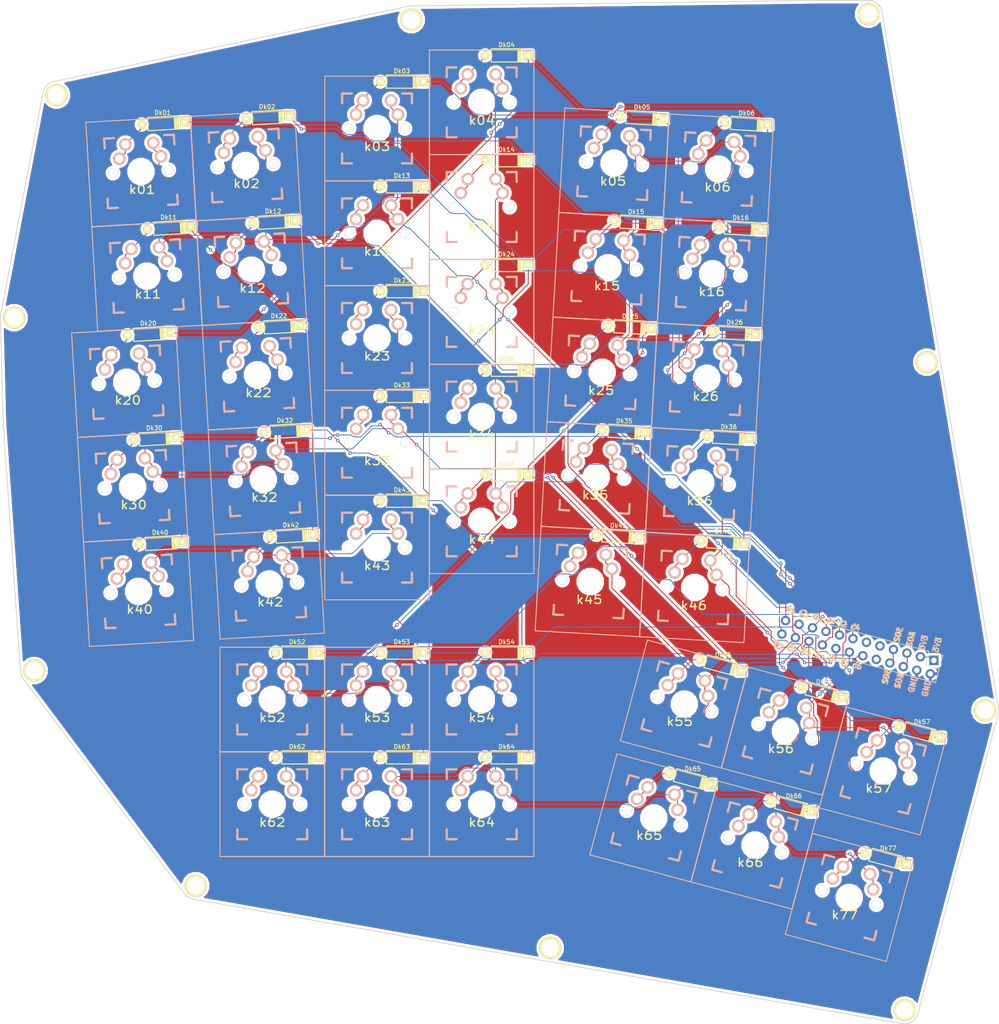
<source format=kicad_pcb>
(kicad_pcb (version 4) (host pcbnew 4.0.6+dfsg1-1)
  (layers (0 F.Cu signal) (31 B.Cu signal) (34 B.Paste user) (35 F.Paste user) (36 B.SilkS user) (37 F.SilkS user) (38 B.Mask user) (39 F.Mask user) (44 Edge.Cuts user))
  (net 0 "")
  (net 1 GND)
  (net 2 3V3)
  (net 3 SDA)
  (net 4 SDL)
  (net 5 row5)
  (net 6 row2)
  (net 7 col6)
  (net 8 row3)
  (net 9 col4)
  (net 10 row0)
  (net 11 col5)
  (net 12 row1)
  (net 13 col2)
  (net 14 col3)
  (net 15 col0)
  (net 16 col1)
  (net 17 row4)
  (net 18 N$1)
  (net 19 N$2)
  (net 20 N$3)
  (net 21 N$4)
  (net 22 N$5)
  (net 23 N$6)
  (net 24 N$7)
  (net 25 N$8)
  (net 26 N$9)
  (net 27 N$10)
  (net 28 N$11)
  (net 29 N$12)
  (net 30 N$13)
  (net 31 N$14)
  (net 32 N$15)
  (net 33 N$16)
  (net 34 N$17)
  (net 35 N$18)
  (net 36 N$19)
  (net 37 N$20)
  (net 38 N$21)
  (net 39 N$22)
  (net 40 N$23)
  (net 41 N$24)
  (net 42 N$25)
  (net 43 N$26)
  (net 44 N$27)
  (net 45 N$28)
  (net 46 N$29)
  (net 47 N$30)
  (net 48 N$31)
  (net 49 N$32)
  (net 50 N$33)
  (net 51 N$34)
  (net 52 N$35)
  (net 53 N$36)
  (net 54 N$37)
  (net 55 N$38)
  (net 56 N$39)
  (net 57 N$40)
  (net 58 N$41)
  (net 59 N$42)
  (module Pin_Header_Straight_2x12_Pitch2.54mm (layer F.Cu) (at 194.839638 145 255)
    (fp_text reference REF** hide)
    (fp_text value Pin_Header_Straight_2x12_Pitch2.54mm hide)
    (pad 1 thru_hole rect (at 0 0) (size 1.7 1.7) (drill 1) (layers *.Cu *.Mask) (net 2 3V3))
    (pad 2 thru_hole oval (at 2.54 0) (size 1.7 1.7) (drill 1) (layers *.Cu *.Mask) (net 1 GND))
    (pad 3 thru_hole oval (at 0 2.54) (size 1.7 1.7) (drill 1) (layers *.Cu *.Mask) (net 2 3V3))
    (pad 4 thru_hole oval (at 2.54 2.54) (size 1.7 1.7) (drill 1) (layers *.Cu *.Mask) (net 1 GND))
    (pad 5 thru_hole oval (at 0 5.08) (size 1.7 1.7) (drill 1) (layers *.Cu *.Mask) (net 3 SDA))
    (pad 6 thru_hole oval (at 2.54 5.08) (size 1.7 1.7) (drill 1) (layers *.Cu *.Mask) (net 3 SDA))
    (pad 7 thru_hole oval (at 0 7.62) (size 1.7 1.7) (drill 1) (layers *.Cu *.Mask) (net 4 SDL))
    (pad 8 thru_hole oval (at 2.54 7.62) (size 1.7 1.7) (drill 1) (layers *.Cu *.Mask) (net 4 SDL))
    (pad 9 thru_hole oval (at 0 10.16) (size 1.7 1.7) (drill 1) (layers *.Cu *.Mask))
    (pad 10 thru_hole oval (at 2.54 10.16) (size 1.7 1.7) (drill 1) (layers *.Cu *.Mask))
    (pad 11 thru_hole oval (at 0 12.7) (size 1.7 1.7) (drill 1) (layers *.Cu *.Mask))
    (pad 12 thru_hole oval (at 2.54 12.7) (size 1.7 1.7) (drill 1) (layers *.Cu *.Mask) (net 7 col6))
    (pad 13 thru_hole oval (at 0 15.24) (size 1.7 1.7) (drill 1) (layers *.Cu *.Mask) (net 9 col4))
    (pad 14 thru_hole oval (at 2.54 15.24) (size 1.7 1.7) (drill 1) (layers *.Cu *.Mask) (net 11 col5))
    (pad 15 thru_hole oval (at 0 17.78) (size 1.7 1.7) (drill 1) (layers *.Cu *.Mask) (net 13 col2))
    (pad 16 thru_hole oval (at 2.54 17.78) (size 1.7 1.7) (drill 1) (layers *.Cu *.Mask) (net 14 col3))
    (pad 17 thru_hole oval (at 0 20.32) (size 1.7 1.7) (drill 1) (layers *.Cu *.Mask) (net 15 col0))
    (pad 18 thru_hole oval (at 2.54 20.32) (size 1.7 1.7) (drill 1) (layers *.Cu *.Mask) (net 16 col1))
    (pad 19 thru_hole oval (at 0 22.86) (size 1.7 1.7) (drill 1) (layers *.Cu *.Mask) (net 17 row4))
    (pad 20 thru_hole oval (at 2.54 22.86) (size 1.7 1.7) (drill 1) (layers *.Cu *.Mask) (net 5 row5))
    (pad 21 thru_hole oval (at 0 25.4) (size 1.7 1.7) (drill 1) (layers *.Cu *.Mask) (net 6 row2))
    (pad 22 thru_hole oval (at 2.54 25.4) (size 1.7 1.7) (drill 1) (layers *.Cu *.Mask) (net 8 row3))
    (pad 23 thru_hole oval (at 0 27.94) (size 1.7 1.7) (drill 1) (layers *.Cu *.Mask) (net 10 row0))
    (pad 24 thru_hole oval (at 2.54 27.94) (size 1.7 1.7) (drill 1) (layers *.Cu *.Mask) (net 12 row1))
  )
  (module k11 (layer F.Cu) (at 51.649966 75.128484 3.25)
    (fp_text reference k11 (at 0 3.302 360) (layer F.SilkS) (effects (font (size 1.524 1.778) (thickness 0.254))))
    (fp_text value >VALUE hide)
    (pad 1 thru_hole circle (at 2.54 -5.08) (size 2.286 2.286) (drill 1.4986) (layers *.Cu *.SilkS *.Mask) (net 15 col0))
    (pad 2 thru_hole circle (at -3.81 -2.54) (size 2.286 2.286) (drill 1.4986) (layers *.Cu *.SilkS *.Mask) (net 18 N$1))
    (pad HOLE np_thru_hole circle (at 0 0) (size 3.9878 3.9878) (drill 3.9878) (layers *.Cu))
    (pad HOLE thru_hole circle (at -5.08 0) (size 1.7018 1.7018) (drill 1.7018) (layers *.Cu))
    (pad HOLE thru_hole circle (at 5.08 0) (size 1.7018 1.7018) (drill 1.7018) (layers *.Cu))
    (pad 1a thru_hole circle (at 3.81 -2.54) (size 2.286 2.286) (drill 1.4986) (layers *.Cu *.SilkS *.Mask) (net 15 col0))
    (pad 2a thru_hole circle (at -2.54 -5.08) (size 2.286 2.286) (drill 1.4986) (layers *.Cu *.SilkS *.Mask) (net 18 N$1))
  )
  (module Dk11 (layer F.Cu) (at 55.684382 66.36066 183.25)
    (fp_text reference Dk11 (at 0 1.925 360) (layer F.SilkS) (effects (font (size 0.8 0.8))))
    (fp_text value D hide)
    (pad 1 thru_hole rect (at -3.9 0) (size 1.6 1.6) (drill 0.7) (layers *.Cu *.Mask F.SilkS) (net 10 row0))
    (pad 2 thru_hole circle (at 3.9 0) (size 1.6 1.6) (drill 0.7) (layers *.Cu *.Mask F.SilkS) (net 18 N$1))
  )
  (module k22 (layer F.Cu) (at 71.749325 93.067848 3.25)
    (fp_text reference k22 (at 0 3.302 360) (layer F.SilkS) (effects (font (size 1.524 1.778) (thickness 0.254))))
    (fp_text value >VALUE hide)
    (pad 1 thru_hole circle (at 2.54 -5.08) (size 2.286 2.286) (drill 1.4986) (layers *.Cu *.SilkS *.Mask) (net 16 col1))
    (pad 2 thru_hole circle (at -3.81 -2.54) (size 2.286 2.286) (drill 1.4986) (layers *.Cu *.SilkS *.Mask) (net 19 N$2))
    (pad HOLE np_thru_hole circle (at 0 0) (size 3.9878 3.9878) (drill 3.9878) (layers *.Cu))
    (pad HOLE thru_hole circle (at -5.08 0) (size 1.7018 1.7018) (drill 1.7018) (layers *.Cu))
    (pad HOLE thru_hole circle (at 5.08 0) (size 1.7018 1.7018) (drill 1.7018) (layers *.Cu))
    (pad 1a thru_hole circle (at 3.81 -2.54) (size 2.286 2.286) (drill 1.4986) (layers *.Cu *.SilkS *.Mask) (net 16 col1))
    (pad 2a thru_hole circle (at -2.54 -5.08) (size 2.286 2.286) (drill 1.4986) (layers *.Cu *.SilkS *.Mask) (net 19 N$2))
  )
  (module Dk22 (layer F.Cu) (at 75.783741 84.300024 183.25)
    (fp_text reference Dk22 (at 0 1.925 360) (layer F.SilkS) (effects (font (size 0.8 0.8))))
    (fp_text value D hide)
    (pad 1 thru_hole rect (at -3.9 0) (size 1.6 1.6) (drill 0.7) (layers *.Cu *.Mask F.SilkS) (net 10 row0))
    (pad 2 thru_hole circle (at 3.9 0) (size 1.6 1.6) (drill 0.7) (layers *.Cu *.Mask F.SilkS) (net 19 N$2))
  )
  (module k04 (layer F.Cu) (at 112.564638 43.525)
    (fp_text reference k04 (at 0 3.302) (layer F.SilkS) (effects (font (size 1.524 1.778) (thickness 0.254))))
    (fp_text value >VALUE hide)
    (pad 1 thru_hole circle (at 2.54 -5.08) (size 2.286 2.286) (drill 1.4986) (layers *.Cu *.SilkS *.Mask) (net 13 col2))
    (pad 2 thru_hole circle (at -3.81 -2.54) (size 2.286 2.286) (drill 1.4986) (layers *.Cu *.SilkS *.Mask) (net 20 N$3))
    (pad HOLE np_thru_hole circle (at 0 0) (size 3.9878 3.9878) (drill 3.9878) (layers *.Cu))
    (pad HOLE thru_hole circle (at -5.08 0) (size 1.7018 1.7018) (drill 1.7018) (layers *.Cu))
    (pad HOLE thru_hole circle (at 5.08 0) (size 1.7018 1.7018) (drill 1.7018) (layers *.Cu))
    (pad 1a thru_hole circle (at 3.81 -2.54) (size 2.286 2.286) (drill 1.4986) (layers *.Cu *.SilkS *.Mask) (net 13 col2))
    (pad 2a thru_hole circle (at -2.54 -5.08) (size 2.286 2.286) (drill 1.4986) (layers *.Cu *.SilkS *.Mask) (net 20 N$3))
  )
  (module Dk04 (layer F.Cu) (at 117.089638 35 180)
    (fp_text reference Dk04 (at 0 1.925 360) (layer F.SilkS) (effects (font (size 0.8 0.8))))
    (fp_text value D hide)
    (pad 1 thru_hole rect (at -3.9 0) (size 1.6 1.6) (drill 0.7) (layers *.Cu *.Mask F.SilkS) (net 10 row0))
    (pad 2 thru_hole circle (at 3.9 0) (size 1.6 1.6) (drill 0.7) (layers *.Cu *.Mask F.SilkS) (net 20 N$3))
  )
  (module k42 (layer F.Cu) (at 73.90932 131.106571 3.25)
    (fp_text reference k42 (at 0 3.302 360) (layer F.SilkS) (effects (font (size 1.524 1.778) (thickness 0.254))))
    (fp_text value >VALUE hide)
    (pad 1 thru_hole circle (at 2.54 -5.08) (size 2.286 2.286) (drill 1.4986) (layers *.Cu *.SilkS *.Mask) (net 14 col3))
    (pad 2 thru_hole circle (at -3.81 -2.54) (size 2.286 2.286) (drill 1.4986) (layers *.Cu *.SilkS *.Mask) (net 21 N$4))
    (pad HOLE np_thru_hole circle (at 0 0) (size 3.9878 3.9878) (drill 3.9878) (layers *.Cu))
    (pad HOLE thru_hole circle (at -5.08 0) (size 1.7018 1.7018) (drill 1.7018) (layers *.Cu))
    (pad HOLE thru_hole circle (at 5.08 0) (size 1.7018 1.7018) (drill 1.7018) (layers *.Cu))
    (pad 1a thru_hole circle (at 3.81 -2.54) (size 2.286 2.286) (drill 1.4986) (layers *.Cu *.SilkS *.Mask) (net 14 col3))
    (pad 2a thru_hole circle (at -2.54 -5.08) (size 2.286 2.286) (drill 1.4986) (layers *.Cu *.SilkS *.Mask) (net 21 N$4))
  )
  (module Dk42 (layer F.Cu) (at 77.943737 122.338747 183.25)
    (fp_text reference Dk42 (at 0 1.925 360) (layer F.SilkS) (effects (font (size 0.8 0.8))))
    (fp_text value D hide)
    (pad 1 thru_hole rect (at -3.9 0) (size 1.6 1.6) (drill 0.7) (layers *.Cu *.Mask F.SilkS) (net 10 row0))
    (pad 2 thru_hole circle (at 3.9 0) (size 1.6 1.6) (drill 0.7) (layers *.Cu *.Mask F.SilkS) (net 21 N$4))
  )
  (module k05 (layer F.Cu) (at 136.637392 54.594275 356.75)
    (fp_text reference k05 (at 0 3.302 360) (layer F.SilkS) (effects (font (size 1.524 1.778) (thickness 0.254))))
    (fp_text value >VALUE hide)
    (pad 1 thru_hole circle (at 2.54 -5.08) (size 2.286 2.286) (drill 1.4986) (layers *.Cu *.SilkS *.Mask) (net 9 col4))
    (pad 2 thru_hole circle (at -3.81 -2.54) (size 2.286 2.286) (drill 1.4986) (layers *.Cu *.SilkS *.Mask) (net 22 N$5))
    (pad HOLE np_thru_hole circle (at 0 0) (size 3.9878 3.9878) (drill 3.9878) (layers *.Cu))
    (pad HOLE thru_hole circle (at -5.08 0) (size 1.7018 1.7018) (drill 1.7018) (layers *.Cu))
    (pad HOLE thru_hole circle (at 5.08 0) (size 1.7018 1.7018) (drill 1.7018) (layers *.Cu))
    (pad 1a thru_hole circle (at 3.81 -2.54) (size 2.286 2.286) (drill 1.4986) (layers *.Cu *.SilkS *.Mask) (net 9 col4))
    (pad 2a thru_hole circle (at -2.54 -5.08) (size 2.286 2.286) (drill 1.4986) (layers *.Cu *.SilkS *.Mask) (net 22 N$5))
  )
  (module Dk05 (layer F.Cu) (at 141.63842 46.339521 176.75)
    (fp_text reference Dk05 (at 0 1.925 360) (layer F.SilkS) (effects (font (size 0.8 0.8))))
    (fp_text value D hide)
    (pad 1 thru_hole rect (at -3.9 0) (size 1.6 1.6) (drill 0.7) (layers *.Cu *.Mask F.SilkS) (net 10 row0))
    (pad 2 thru_hole circle (at 3.9 0) (size 1.6 1.6) (drill 0.7) (layers *.Cu *.Mask F.SilkS) (net 22 N$5))
  )
  (module k36 (layer F.Cu) (at 152.41676 112.732357 356.75)
    (fp_text reference k36 (at 0 3.302 360) (layer F.SilkS) (effects (font (size 1.524 1.778) (thickness 0.254))))
    (fp_text value >VALUE hide)
    (pad 1 thru_hole circle (at 2.54 -5.08) (size 2.286 2.286) (drill 1.4986) (layers *.Cu *.SilkS *.Mask) (net 11 col5))
    (pad 2 thru_hole circle (at -3.81 -2.54) (size 2.286 2.286) (drill 1.4986) (layers *.Cu *.SilkS *.Mask) (net 23 N$6))
    (pad HOLE np_thru_hole circle (at 0 0) (size 3.9878 3.9878) (drill 3.9878) (layers *.Cu))
    (pad HOLE thru_hole circle (at -5.08 0) (size 1.7018 1.7018) (drill 1.7018) (layers *.Cu))
    (pad HOLE thru_hole circle (at 5.08 0) (size 1.7018 1.7018) (drill 1.7018) (layers *.Cu))
    (pad 1a thru_hole circle (at 3.81 -2.54) (size 2.286 2.286) (drill 1.4986) (layers *.Cu *.SilkS *.Mask) (net 11 col5))
    (pad 2a thru_hole circle (at -2.54 -5.08) (size 2.286 2.286) (drill 1.4986) (layers *.Cu *.SilkS *.Mask) (net 23 N$6))
  )
  (module Dk36 (layer F.Cu) (at 157.417789 104.477603 176.75)
    (fp_text reference Dk36 (at 0 1.925 360) (layer F.SilkS) (effects (font (size 0.8 0.8))))
    (fp_text value D hide)
    (pad 1 thru_hole rect (at -3.9 0) (size 1.6 1.6) (drill 0.7) (layers *.Cu *.Mask F.SilkS) (net 10 row0))
    (pad 2 thru_hole circle (at 3.9 0) (size 1.6 1.6) (drill 0.7) (layers *.Cu *.Mask F.SilkS) (net 23 N$6))
  )
  (module k63 (layer F.Cu) (at 93.514638 171.16)
    (fp_text reference k63 (at 0 3.302) (layer F.SilkS) (effects (font (size 1.524 1.778) (thickness 0.254))))
    (fp_text value >VALUE hide)
    (pad 1 thru_hole circle (at 2.54 -5.08) (size 2.286 2.286) (drill 1.4986) (layers *.Cu *.SilkS *.Mask) (net 7 col6))
    (pad 2 thru_hole circle (at -3.81 -2.54) (size 2.286 2.286) (drill 1.4986) (layers *.Cu *.SilkS *.Mask) (net 24 N$7))
    (pad HOLE np_thru_hole circle (at 0 0) (size 3.9878 3.9878) (drill 3.9878) (layers *.Cu))
    (pad HOLE thru_hole circle (at -5.08 0) (size 1.7018 1.7018) (drill 1.7018) (layers *.Cu))
    (pad HOLE thru_hole circle (at 5.08 0) (size 1.7018 1.7018) (drill 1.7018) (layers *.Cu))
    (pad 1a thru_hole circle (at 3.81 -2.54) (size 2.286 2.286) (drill 1.4986) (layers *.Cu *.SilkS *.Mask) (net 7 col6))
    (pad 2a thru_hole circle (at -2.54 -5.08) (size 2.286 2.286) (drill 1.4986) (layers *.Cu *.SilkS *.Mask) (net 24 N$7))
  )
  (module Dk63 (layer F.Cu) (at 98.039638 162.635 180)
    (fp_text reference Dk63 (at 0 1.925 360) (layer F.SilkS) (effects (font (size 0.8 0.8))))
    (fp_text value D hide)
    (pad 1 thru_hole rect (at -3.9 0) (size 1.6 1.6) (drill 0.7) (layers *.Cu *.Mask F.SilkS) (net 10 row0))
    (pad 2 thru_hole circle (at 3.9 0) (size 1.6 1.6) (drill 0.7) (layers *.Cu *.Mask F.SilkS) (net 24 N$7))
  )
  (module k01 (layer F.Cu) (at 50.569969 56.109123 3.25)
    (fp_text reference k01 (at 0 3.302 360) (layer F.SilkS) (effects (font (size 1.524 1.778) (thickness 0.254))))
    (fp_text value >VALUE hide)
    (pad 1 thru_hole circle (at 2.54 -5.08) (size 2.286 2.286) (drill 1.4986) (layers *.Cu *.SilkS *.Mask) (net 15 col0))
    (pad 2 thru_hole circle (at -3.81 -2.54) (size 2.286 2.286) (drill 1.4986) (layers *.Cu *.SilkS *.Mask) (net 25 N$8))
    (pad HOLE np_thru_hole circle (at 0 0) (size 3.9878 3.9878) (drill 3.9878) (layers *.Cu))
    (pad HOLE thru_hole circle (at -5.08 0) (size 1.7018 1.7018) (drill 1.7018) (layers *.Cu))
    (pad HOLE thru_hole circle (at 5.08 0) (size 1.7018 1.7018) (drill 1.7018) (layers *.Cu))
    (pad 1a thru_hole circle (at 3.81 -2.54) (size 2.286 2.286) (drill 1.4986) (layers *.Cu *.SilkS *.Mask) (net 15 col0))
    (pad 2a thru_hole circle (at -2.54 -5.08) (size 2.286 2.286) (drill 1.4986) (layers *.Cu *.SilkS *.Mask) (net 25 N$8))
  )
  (module Dk01 (layer F.Cu) (at 54.604385 47.341299 183.25)
    (fp_text reference Dk01 (at 0 1.925 360) (layer F.SilkS) (effects (font (size 0.8 0.8))))
    (fp_text value D hide)
    (pad 1 thru_hole rect (at -3.9 0) (size 1.6 1.6) (drill 0.7) (layers *.Cu *.Mask F.SilkS) (net 12 row1))
    (pad 2 thru_hole circle (at 3.9 0) (size 1.6 1.6) (drill 0.7) (layers *.Cu *.Mask F.SilkS) (net 25 N$8))
  )
  (module k32 (layer F.Cu) (at 72.829323 112.087209 3.25)
    (fp_text reference k32 (at 0 3.302 360) (layer F.SilkS) (effects (font (size 1.524 1.778) (thickness 0.254))))
    (fp_text value >VALUE hide)
    (pad 1 thru_hole circle (at 2.54 -5.08) (size 2.286 2.286) (drill 1.4986) (layers *.Cu *.SilkS *.Mask) (net 16 col1))
    (pad 2 thru_hole circle (at -3.81 -2.54) (size 2.286 2.286) (drill 1.4986) (layers *.Cu *.SilkS *.Mask) (net 26 N$9))
    (pad HOLE np_thru_hole circle (at 0 0) (size 3.9878 3.9878) (drill 3.9878) (layers *.Cu))
    (pad HOLE thru_hole circle (at -5.08 0) (size 1.7018 1.7018) (drill 1.7018) (layers *.Cu))
    (pad HOLE thru_hole circle (at 5.08 0) (size 1.7018 1.7018) (drill 1.7018) (layers *.Cu))
    (pad 1a thru_hole circle (at 3.81 -2.54) (size 2.286 2.286) (drill 1.4986) (layers *.Cu *.SilkS *.Mask) (net 16 col1))
    (pad 2a thru_hole circle (at -2.54 -5.08) (size 2.286 2.286) (drill 1.4986) (layers *.Cu *.SilkS *.Mask) (net 26 N$9))
  )
  (module Dk32 (layer F.Cu) (at 76.863739 103.319385 183.25)
    (fp_text reference Dk32 (at 0 1.925 360) (layer F.SilkS) (effects (font (size 0.8 0.8))))
    (fp_text value D hide)
    (pad 1 thru_hole rect (at -3.9 0) (size 1.6 1.6) (drill 0.7) (layers *.Cu *.Mask F.SilkS) (net 12 row1))
    (pad 2 thru_hole circle (at 3.9 0) (size 1.6 1.6) (drill 0.7) (layers *.Cu *.Mask F.SilkS) (net 26 N$9))
  )
  (module k14 (layer F.Cu) (at 112.564638 62.575)
    (fp_text reference k14 (at 0 3.302) (layer F.SilkS) (effects (font (size 1.524 1.778) (thickness 0.254))))
    (fp_text value >VALUE hide)
    (pad 1 thru_hole circle (at 2.54 -5.08) (size 2.286 2.286) (drill 1.4986) (layers *.Cu *.SilkS *.Mask) (net 13 col2))
    (pad 2 thru_hole circle (at -3.81 -2.54) (size 2.286 2.286) (drill 1.4986) (layers *.Cu *.SilkS *.Mask) (net 27 N$10))
    (pad HOLE np_thru_hole circle (at 0 0) (size 3.9878 3.9878) (drill 3.9878) (layers *.Cu))
    (pad HOLE thru_hole circle (at -5.08 0) (size 1.7018 1.7018) (drill 1.7018) (layers *.Cu))
    (pad HOLE thru_hole circle (at 5.08 0) (size 1.7018 1.7018) (drill 1.7018) (layers *.Cu))
    (pad 1a thru_hole circle (at 3.81 -2.54) (size 2.286 2.286) (drill 1.4986) (layers *.Cu *.SilkS *.Mask) (net 13 col2))
    (pad 2a thru_hole circle (at -2.54 -5.08) (size 2.286 2.286) (drill 1.4986) (layers *.Cu *.SilkS *.Mask) (net 27 N$10))
  )
  (module Dk14 (layer F.Cu) (at 117.089638 54.05 180)
    (fp_text reference Dk14 (at 0 1.925 360) (layer F.SilkS) (effects (font (size 0.8 0.8))))
    (fp_text value D hide)
    (pad 1 thru_hole rect (at -3.9 0) (size 1.6 1.6) (drill 0.7) (layers *.Cu *.Mask F.SilkS) (net 12 row1))
    (pad 2 thru_hole circle (at 3.9 0) (size 1.6 1.6) (drill 0.7) (layers *.Cu *.Mask F.SilkS) (net 27 N$10))
  )
  (module k43 (layer F.Cu) (at 93.514638 124.4875)
    (fp_text reference k43 (at 0 3.302) (layer F.SilkS) (effects (font (size 1.524 1.778) (thickness 0.254))))
    (fp_text value >VALUE hide)
    (pad 1 thru_hole circle (at 2.54 -5.08) (size 2.286 2.286) (drill 1.4986) (layers *.Cu *.SilkS *.Mask) (net 14 col3))
    (pad 2 thru_hole circle (at -3.81 -2.54) (size 2.286 2.286) (drill 1.4986) (layers *.Cu *.SilkS *.Mask) (net 28 N$11))
    (pad HOLE np_thru_hole circle (at 0 0) (size 3.9878 3.9878) (drill 3.9878) (layers *.Cu))
    (pad HOLE thru_hole circle (at -5.08 0) (size 1.7018 1.7018) (drill 1.7018) (layers *.Cu))
    (pad HOLE thru_hole circle (at 5.08 0) (size 1.7018 1.7018) (drill 1.7018) (layers *.Cu))
    (pad 1a thru_hole circle (at 3.81 -2.54) (size 2.286 2.286) (drill 1.4986) (layers *.Cu *.SilkS *.Mask) (net 14 col3))
    (pad 2a thru_hole circle (at -2.54 -5.08) (size 2.286 2.286) (drill 1.4986) (layers *.Cu *.SilkS *.Mask) (net 28 N$11))
  )
  (module Dk43 (layer F.Cu) (at 98.039638 115.9625 180)
    (fp_text reference Dk43 (at 0 1.925 360) (layer F.SilkS) (effects (font (size 0.8 0.8))))
    (fp_text value D hide)
    (pad 1 thru_hole rect (at -3.9 0) (size 1.6 1.6) (drill 0.7) (layers *.Cu *.Mask F.SilkS) (net 12 row1))
    (pad 2 thru_hole circle (at 3.9 0) (size 1.6 1.6) (drill 0.7) (layers *.Cu *.Mask F.SilkS) (net 28 N$11))
  )
  (module k15 (layer F.Cu) (at 135.557394 73.613637 356.75)
    (fp_text reference k15 (at 0 3.302 360) (layer F.SilkS) (effects (font (size 1.524 1.778) (thickness 0.254))))
    (fp_text value >VALUE hide)
    (pad 1 thru_hole circle (at 2.54 -5.08) (size 2.286 2.286) (drill 1.4986) (layers *.Cu *.SilkS *.Mask) (net 9 col4))
    (pad 2 thru_hole circle (at -3.81 -2.54) (size 2.286 2.286) (drill 1.4986) (layers *.Cu *.SilkS *.Mask) (net 29 N$12))
    (pad HOLE np_thru_hole circle (at 0 0) (size 3.9878 3.9878) (drill 3.9878) (layers *.Cu))
    (pad HOLE thru_hole circle (at -5.08 0) (size 1.7018 1.7018) (drill 1.7018) (layers *.Cu))
    (pad HOLE thru_hole circle (at 5.08 0) (size 1.7018 1.7018) (drill 1.7018) (layers *.Cu))
    (pad 1a thru_hole circle (at 3.81 -2.54) (size 2.286 2.286) (drill 1.4986) (layers *.Cu *.SilkS *.Mask) (net 9 col4))
    (pad 2a thru_hole circle (at -2.54 -5.08) (size 2.286 2.286) (drill 1.4986) (layers *.Cu *.SilkS *.Mask) (net 29 N$12))
  )
  (module Dk15 (layer F.Cu) (at 140.558422 65.358883 176.75)
    (fp_text reference Dk15 (at 0 1.925 360) (layer F.SilkS) (effects (font (size 0.8 0.8))))
    (fp_text value D hide)
    (pad 1 thru_hole rect (at -3.9 0) (size 1.6 1.6) (drill 0.7) (layers *.Cu *.Mask F.SilkS) (net 12 row1))
    (pad 2 thru_hole circle (at 3.9 0) (size 1.6 1.6) (drill 0.7) (layers *.Cu *.Mask F.SilkS) (net 29 N$12))
  )
  (module k46 (layer F.Cu) (at 151.336763 131.751718 356.75)
    (fp_text reference k46 (at 0 3.302 360) (layer F.SilkS) (effects (font (size 1.524 1.778) (thickness 0.254))))
    (fp_text value >VALUE hide)
    (pad 1 thru_hole circle (at 2.54 -5.08) (size 2.286 2.286) (drill 1.4986) (layers *.Cu *.SilkS *.Mask) (net 11 col5))
    (pad 2 thru_hole circle (at -3.81 -2.54) (size 2.286 2.286) (drill 1.4986) (layers *.Cu *.SilkS *.Mask) (net 30 N$13))
    (pad HOLE np_thru_hole circle (at 0 0) (size 3.9878 3.9878) (drill 3.9878) (layers *.Cu))
    (pad HOLE thru_hole circle (at -5.08 0) (size 1.7018 1.7018) (drill 1.7018) (layers *.Cu))
    (pad HOLE thru_hole circle (at 5.08 0) (size 1.7018 1.7018) (drill 1.7018) (layers *.Cu))
    (pad 1a thru_hole circle (at 3.81 -2.54) (size 2.286 2.286) (drill 1.4986) (layers *.Cu *.SilkS *.Mask) (net 11 col5))
    (pad 2a thru_hole circle (at -2.54 -5.08) (size 2.286 2.286) (drill 1.4986) (layers *.Cu *.SilkS *.Mask) (net 30 N$13))
  )
  (module Dk46 (layer F.Cu) (at 156.337791 123.496964 176.75)
    (fp_text reference Dk46 (at 0 1.925 360) (layer F.SilkS) (effects (font (size 0.8 0.8))))
    (fp_text value D hide)
    (pad 1 thru_hole rect (at -3.9 0) (size 1.6 1.6) (drill 0.7) (layers *.Cu *.Mask F.SilkS) (net 12 row1))
    (pad 2 thru_hole circle (at 3.9 0) (size 1.6 1.6) (drill 0.7) (layers *.Cu *.Mask F.SilkS) (net 30 N$13))
  )
  (module k64 (layer F.Cu) (at 112.564638 171.16)
    (fp_text reference k64 (at 0 3.302) (layer F.SilkS) (effects (font (size 1.524 1.778) (thickness 0.254))))
    (fp_text value >VALUE hide)
    (pad 1 thru_hole circle (at 2.54 -5.08) (size 2.286 2.286) (drill 1.4986) (layers *.Cu *.SilkS *.Mask) (net 7 col6))
    (pad 2 thru_hole circle (at -3.81 -2.54) (size 2.286 2.286) (drill 1.4986) (layers *.Cu *.SilkS *.Mask) (net 31 N$14))
    (pad HOLE np_thru_hole circle (at 0 0) (size 3.9878 3.9878) (drill 3.9878) (layers *.Cu))
    (pad HOLE thru_hole circle (at -5.08 0) (size 1.7018 1.7018) (drill 1.7018) (layers *.Cu))
    (pad HOLE thru_hole circle (at 5.08 0) (size 1.7018 1.7018) (drill 1.7018) (layers *.Cu))
    (pad 1a thru_hole circle (at 3.81 -2.54) (size 2.286 2.286) (drill 1.4986) (layers *.Cu *.SilkS *.Mask) (net 7 col6))
    (pad 2a thru_hole circle (at -2.54 -5.08) (size 2.286 2.286) (drill 1.4986) (layers *.Cu *.SilkS *.Mask) (net 31 N$14))
  )
  (module Dk64 (layer F.Cu) (at 117.089638 162.635 180)
    (fp_text reference Dk64 (at 0 1.925 360) (layer F.SilkS) (effects (font (size 0.8 0.8))))
    (fp_text value D hide)
    (pad 1 thru_hole rect (at -3.9 0) (size 1.6 1.6) (drill 0.7) (layers *.Cu *.Mask F.SilkS) (net 12 row1))
    (pad 2 thru_hole circle (at 3.9 0) (size 1.6 1.6) (drill 0.7) (layers *.Cu *.Mask F.SilkS) (net 31 N$14))
  )
  (module k02 (layer F.Cu) (at 69.58933 55.029125 3.25)
    (fp_text reference k02 (at 0 3.302 360) (layer F.SilkS) (effects (font (size 1.524 1.778) (thickness 0.254))))
    (fp_text value >VALUE hide)
    (pad 1 thru_hole circle (at 2.54 -5.08) (size 2.286 2.286) (drill 1.4986) (layers *.Cu *.SilkS *.Mask) (net 15 col0))
    (pad 2 thru_hole circle (at -3.81 -2.54) (size 2.286 2.286) (drill 1.4986) (layers *.Cu *.SilkS *.Mask) (net 32 N$15))
    (pad HOLE np_thru_hole circle (at 0 0) (size 3.9878 3.9878) (drill 3.9878) (layers *.Cu))
    (pad HOLE thru_hole circle (at -5.08 0) (size 1.7018 1.7018) (drill 1.7018) (layers *.Cu))
    (pad HOLE thru_hole circle (at 5.08 0) (size 1.7018 1.7018) (drill 1.7018) (layers *.Cu))
    (pad 1a thru_hole circle (at 3.81 -2.54) (size 2.286 2.286) (drill 1.4986) (layers *.Cu *.SilkS *.Mask) (net 15 col0))
    (pad 2a thru_hole circle (at -2.54 -5.08) (size 2.286 2.286) (drill 1.4986) (layers *.Cu *.SilkS *.Mask) (net 32 N$15))
  )
  (module Dk02 (layer F.Cu) (at 73.623746 46.261301 183.25)
    (fp_text reference Dk02 (at 0 1.925 360) (layer F.SilkS) (effects (font (size 0.8 0.8))))
    (fp_text value D hide)
    (pad 1 thru_hole rect (at -3.9 0) (size 1.6 1.6) (drill 0.7) (layers *.Cu *.Mask F.SilkS) (net 6 row2))
    (pad 2 thru_hole circle (at 3.9 0) (size 1.6 1.6) (drill 0.7) (layers *.Cu *.Mask F.SilkS) (net 32 N$15))
  )
  (module k33 (layer F.Cu) (at 93.514638 105.4375)
    (fp_text reference k33 (at 0 3.302) (layer F.SilkS) (effects (font (size 1.524 1.778) (thickness 0.254))))
    (fp_text value >VALUE hide)
    (pad 1 thru_hole circle (at 2.54 -5.08) (size 2.286 2.286) (drill 1.4986) (layers *.Cu *.SilkS *.Mask) (net 16 col1))
    (pad 2 thru_hole circle (at -3.81 -2.54) (size 2.286 2.286) (drill 1.4986) (layers *.Cu *.SilkS *.Mask) (net 33 N$16))
    (pad HOLE np_thru_hole circle (at 0 0) (size 3.9878 3.9878) (drill 3.9878) (layers *.Cu))
    (pad HOLE thru_hole circle (at -5.08 0) (size 1.7018 1.7018) (drill 1.7018) (layers *.Cu))
    (pad HOLE thru_hole circle (at 5.08 0) (size 1.7018 1.7018) (drill 1.7018) (layers *.Cu))
    (pad 1a thru_hole circle (at 3.81 -2.54) (size 2.286 2.286) (drill 1.4986) (layers *.Cu *.SilkS *.Mask) (net 16 col1))
    (pad 2a thru_hole circle (at -2.54 -5.08) (size 2.286 2.286) (drill 1.4986) (layers *.Cu *.SilkS *.Mask) (net 33 N$16))
  )
  (module Dk33 (layer F.Cu) (at 98.039638 96.9125 180)
    (fp_text reference Dk33 (at 0 1.925 360) (layer F.SilkS) (effects (font (size 0.8 0.8))))
    (fp_text value D hide)
    (pad 1 thru_hole rect (at -3.9 0) (size 1.6 1.6) (drill 0.7) (layers *.Cu *.Mask F.SilkS) (net 6 row2))
    (pad 2 thru_hole circle (at 3.9 0) (size 1.6 1.6) (drill 0.7) (layers *.Cu *.Mask F.SilkS) (net 33 N$16))
  )
  (module k24 (layer F.Cu) (at 112.564638 81.625)
    (fp_text reference k24 (at 0 3.302) (layer F.SilkS) (effects (font (size 1.524 1.778) (thickness 0.254))))
    (fp_text value >VALUE hide)
    (pad 1 thru_hole circle (at 2.54 -5.08) (size 2.286 2.286) (drill 1.4986) (layers *.Cu *.SilkS *.Mask) (net 13 col2))
    (pad 2 thru_hole circle (at -3.81 -2.54) (size 2.286 2.286) (drill 1.4986) (layers *.Cu *.SilkS *.Mask) (net 34 N$17))
    (pad HOLE np_thru_hole circle (at 0 0) (size 3.9878 3.9878) (drill 3.9878) (layers *.Cu))
    (pad HOLE thru_hole circle (at -5.08 0) (size 1.7018 1.7018) (drill 1.7018) (layers *.Cu))
    (pad HOLE thru_hole circle (at 5.08 0) (size 1.7018 1.7018) (drill 1.7018) (layers *.Cu))
    (pad 1a thru_hole circle (at 3.81 -2.54) (size 2.286 2.286) (drill 1.4986) (layers *.Cu *.SilkS *.Mask) (net 13 col2))
    (pad 2a thru_hole circle (at -2.54 -5.08) (size 2.286 2.286) (drill 1.4986) (layers *.Cu *.SilkS *.Mask) (net 34 N$17))
  )
  (module Dk24 (layer F.Cu) (at 117.089638 73.1 180)
    (fp_text reference Dk24 (at 0 1.925 360) (layer F.SilkS) (effects (font (size 0.8 0.8))))
    (fp_text value D hide)
    (pad 1 thru_hole rect (at -3.9 0) (size 1.6 1.6) (drill 0.7) (layers *.Cu *.Mask F.SilkS) (net 6 row2))
    (pad 2 thru_hole circle (at 3.9 0) (size 1.6 1.6) (drill 0.7) (layers *.Cu *.Mask F.SilkS) (net 34 N$17))
  )
  (module k53 (layer F.Cu) (at 93.514638 152.11)
    (fp_text reference k53 (at 0 3.302) (layer F.SilkS) (effects (font (size 1.524 1.778) (thickness 0.254))))
    (fp_text value >VALUE hide)
    (pad 1 thru_hole circle (at 2.54 -5.08) (size 2.286 2.286) (drill 1.4986) (layers *.Cu *.SilkS *.Mask) (net 14 col3))
    (pad 2 thru_hole circle (at -3.81 -2.54) (size 2.286 2.286) (drill 1.4986) (layers *.Cu *.SilkS *.Mask) (net 35 N$18))
    (pad HOLE np_thru_hole circle (at 0 0) (size 3.9878 3.9878) (drill 3.9878) (layers *.Cu))
    (pad HOLE thru_hole circle (at -5.08 0) (size 1.7018 1.7018) (drill 1.7018) (layers *.Cu))
    (pad HOLE thru_hole circle (at 5.08 0) (size 1.7018 1.7018) (drill 1.7018) (layers *.Cu))
    (pad 1a thru_hole circle (at 3.81 -2.54) (size 2.286 2.286) (drill 1.4986) (layers *.Cu *.SilkS *.Mask) (net 14 col3))
    (pad 2a thru_hole circle (at -2.54 -5.08) (size 2.286 2.286) (drill 1.4986) (layers *.Cu *.SilkS *.Mask) (net 35 N$18))
  )
  (module Dk53 (layer F.Cu) (at 98.039638 143.585 180)
    (fp_text reference Dk53 (at 0 1.925 360) (layer F.SilkS) (effects (font (size 0.8 0.8))))
    (fp_text value D hide)
    (pad 1 thru_hole rect (at -3.9 0) (size 1.6 1.6) (drill 0.7) (layers *.Cu *.Mask F.SilkS) (net 6 row2))
    (pad 2 thru_hole circle (at 3.9 0) (size 1.6 1.6) (drill 0.7) (layers *.Cu *.Mask F.SilkS) (net 35 N$18))
  )
  (module k16 (layer F.Cu) (at 154.576755 74.693634 356.75)
    (fp_text reference k16 (at 0 3.302 360) (layer F.SilkS) (effects (font (size 1.524 1.778) (thickness 0.254))))
    (fp_text value >VALUE hide)
    (pad 1 thru_hole circle (at 2.54 -5.08) (size 2.286 2.286) (drill 1.4986) (layers *.Cu *.SilkS *.Mask) (net 9 col4))
    (pad 2 thru_hole circle (at -3.81 -2.54) (size 2.286 2.286) (drill 1.4986) (layers *.Cu *.SilkS *.Mask) (net 36 N$19))
    (pad HOLE np_thru_hole circle (at 0 0) (size 3.9878 3.9878) (drill 3.9878) (layers *.Cu))
    (pad HOLE thru_hole circle (at -5.08 0) (size 1.7018 1.7018) (drill 1.7018) (layers *.Cu))
    (pad HOLE thru_hole circle (at 5.08 0) (size 1.7018 1.7018) (drill 1.7018) (layers *.Cu))
    (pad 1a thru_hole circle (at 3.81 -2.54) (size 2.286 2.286) (drill 1.4986) (layers *.Cu *.SilkS *.Mask) (net 9 col4))
    (pad 2a thru_hole circle (at -2.54 -5.08) (size 2.286 2.286) (drill 1.4986) (layers *.Cu *.SilkS *.Mask) (net 36 N$19))
  )
  (module Dk16 (layer F.Cu) (at 159.577784 66.43888 176.75)
    (fp_text reference Dk16 (at 0 1.925 360) (layer F.SilkS) (effects (font (size 0.8 0.8))))
    (fp_text value D hide)
    (pad 1 thru_hole rect (at -3.9 0) (size 1.6 1.6) (drill 0.7) (layers *.Cu *.Mask F.SilkS) (net 6 row2))
    (pad 2 thru_hole circle (at 3.9 0) (size 1.6 1.6) (drill 0.7) (layers *.Cu *.Mask F.SilkS) (net 36 N$19))
  )
  (module k56 (layer F.Cu) (at 167.831918 157.878625 345)
    (fp_text reference k56 (at 0 3.302 360) (layer F.SilkS) (effects (font (size 1.524 1.778) (thickness 0.254))))
    (fp_text value >VALUE hide)
    (pad 1 thru_hole circle (at 2.54 -5.08) (size 2.286 2.286) (drill 1.4986) (layers *.Cu *.SilkS *.Mask) (net 11 col5))
    (pad 2 thru_hole circle (at -3.81 -2.54) (size 2.286 2.286) (drill 1.4986) (layers *.Cu *.SilkS *.Mask) (net 37 N$20))
    (pad HOLE np_thru_hole circle (at 0 0) (size 3.9878 3.9878) (drill 3.9878) (layers *.Cu))
    (pad HOLE thru_hole circle (at -5.08 0) (size 1.7018 1.7018) (drill 1.7018) (layers *.Cu))
    (pad HOLE thru_hole circle (at 5.08 0) (size 1.7018 1.7018) (drill 1.7018) (layers *.Cu))
    (pad 1a thru_hole circle (at 3.81 -2.54) (size 2.286 2.286) (drill 1.4986) (layers *.Cu *.SilkS *.Mask) (net 11 col5))
    (pad 2a thru_hole circle (at -2.54 -5.08) (size 2.286 2.286) (drill 1.4986) (layers *.Cu *.SilkS *.Mask) (net 37 N$20))
  )
  (module Dk56 (layer F.Cu) (at 174.409164 150.815264 165)
    (fp_text reference Dk56 (at 0 1.925 360) (layer F.SilkS) (effects (font (size 0.8 0.8))))
    (fp_text value D hide)
    (pad 1 thru_hole rect (at -3.9 0) (size 1.6 1.6) (drill 0.7) (layers *.Cu *.Mask F.SilkS) (net 6 row2))
    (pad 2 thru_hole circle (at 3.9 0) (size 1.6 1.6) (drill 0.7) (layers *.Cu *.Mask F.SilkS) (net 37 N$20))
  )
  (module k54 (layer F.Cu) (at 112.564638 152.11)
    (fp_text reference k54 (at 0 3.302) (layer F.SilkS) (effects (font (size 1.524 1.778) (thickness 0.254))))
    (fp_text value >VALUE hide)
    (pad 1 thru_hole circle (at 2.54 -5.08) (size 2.286 2.286) (drill 1.4986) (layers *.Cu *.SilkS *.Mask) (net 7 col6))
    (pad 2 thru_hole circle (at -3.81 -2.54) (size 2.286 2.286) (drill 1.4986) (layers *.Cu *.SilkS *.Mask) (net 38 N$21))
    (pad HOLE np_thru_hole circle (at 0 0) (size 3.9878 3.9878) (drill 3.9878) (layers *.Cu))
    (pad HOLE thru_hole circle (at -5.08 0) (size 1.7018 1.7018) (drill 1.7018) (layers *.Cu))
    (pad HOLE thru_hole circle (at 5.08 0) (size 1.7018 1.7018) (drill 1.7018) (layers *.Cu))
    (pad 1a thru_hole circle (at 3.81 -2.54) (size 2.286 2.286) (drill 1.4986) (layers *.Cu *.SilkS *.Mask) (net 7 col6))
    (pad 2a thru_hole circle (at -2.54 -5.08) (size 2.286 2.286) (drill 1.4986) (layers *.Cu *.SilkS *.Mask) (net 38 N$21))
  )
  (module Dk54 (layer F.Cu) (at 117.089638 143.585 180)
    (fp_text reference Dk54 (at 0 1.925 360) (layer F.SilkS) (effects (font (size 0.8 0.8))))
    (fp_text value D hide)
    (pad 1 thru_hole rect (at -3.9 0) (size 1.6 1.6) (drill 0.7) (layers *.Cu *.Mask F.SilkS) (net 6 row2))
    (pad 2 thru_hole circle (at 3.9 0) (size 1.6 1.6) (drill 0.7) (layers *.Cu *.Mask F.SilkS) (net 38 N$21))
  )
  (module k12 (layer F.Cu) (at 70.669327 74.048487 3.25)
    (fp_text reference k12 (at 0 3.302 360) (layer F.SilkS) (effects (font (size 1.524 1.778) (thickness 0.254))))
    (fp_text value >VALUE hide)
    (pad 1 thru_hole circle (at 2.54 -5.08) (size 2.286 2.286) (drill 1.4986) (layers *.Cu *.SilkS *.Mask) (net 15 col0))
    (pad 2 thru_hole circle (at -3.81 -2.54) (size 2.286 2.286) (drill 1.4986) (layers *.Cu *.SilkS *.Mask) (net 39 N$22))
    (pad HOLE np_thru_hole circle (at 0 0) (size 3.9878 3.9878) (drill 3.9878) (layers *.Cu))
    (pad HOLE thru_hole circle (at -5.08 0) (size 1.7018 1.7018) (drill 1.7018) (layers *.Cu))
    (pad HOLE thru_hole circle (at 5.08 0) (size 1.7018 1.7018) (drill 1.7018) (layers *.Cu))
    (pad 1a thru_hole circle (at 3.81 -2.54) (size 2.286 2.286) (drill 1.4986) (layers *.Cu *.SilkS *.Mask) (net 15 col0))
    (pad 2a thru_hole circle (at -2.54 -5.08) (size 2.286 2.286) (drill 1.4986) (layers *.Cu *.SilkS *.Mask) (net 39 N$22))
  )
  (module Dk12 (layer F.Cu) (at 74.703744 65.280663 183.25)
    (fp_text reference Dk12 (at 0 1.925 360) (layer F.SilkS) (effects (font (size 0.8 0.8))))
    (fp_text value D hide)
    (pad 1 thru_hole rect (at -3.9 0) (size 1.6 1.6) (drill 0.7) (layers *.Cu *.Mask F.SilkS) (net 8 row3))
    (pad 2 thru_hole circle (at 3.9 0) (size 1.6 1.6) (drill 0.7) (layers *.Cu *.Mask F.SilkS) (net 39 N$22))
  )
  (module k23 (layer F.Cu) (at 93.514638 86.3875)
    (fp_text reference k23 (at 0 3.302) (layer F.SilkS) (effects (font (size 1.524 1.778) (thickness 0.254))))
    (fp_text value >VALUE hide)
    (pad 1 thru_hole circle (at 2.54 -5.08) (size 2.286 2.286) (drill 1.4986) (layers *.Cu *.SilkS *.Mask) (net 16 col1))
    (pad 2 thru_hole circle (at -3.81 -2.54) (size 2.286 2.286) (drill 1.4986) (layers *.Cu *.SilkS *.Mask) (net 40 N$23))
    (pad HOLE np_thru_hole circle (at 0 0) (size 3.9878 3.9878) (drill 3.9878) (layers *.Cu))
    (pad HOLE thru_hole circle (at -5.08 0) (size 1.7018 1.7018) (drill 1.7018) (layers *.Cu))
    (pad HOLE thru_hole circle (at 5.08 0) (size 1.7018 1.7018) (drill 1.7018) (layers *.Cu))
    (pad 1a thru_hole circle (at 3.81 -2.54) (size 2.286 2.286) (drill 1.4986) (layers *.Cu *.SilkS *.Mask) (net 16 col1))
    (pad 2a thru_hole circle (at -2.54 -5.08) (size 2.286 2.286) (drill 1.4986) (layers *.Cu *.SilkS *.Mask) (net 40 N$23))
  )
  (module Dk23 (layer F.Cu) (at 98.039638 77.8625 180)
    (fp_text reference Dk23 (at 0 1.925 360) (layer F.SilkS) (effects (font (size 0.8 0.8))))
    (fp_text value D hide)
    (pad 1 thru_hole rect (at -3.9 0) (size 1.6 1.6) (drill 0.7) (layers *.Cu *.Mask F.SilkS) (net 8 row3))
    (pad 2 thru_hole circle (at 3.9 0) (size 1.6 1.6) (drill 0.7) (layers *.Cu *.Mask F.SilkS) (net 40 N$23))
  )
  (module k34 (layer F.Cu) (at 112.564638 100.675)
    (fp_text reference k34 (at 0 3.302) (layer F.SilkS) (effects (font (size 1.524 1.778) (thickness 0.254))))
    (fp_text value >VALUE hide)
    (pad 1 thru_hole circle (at 2.54 -5.08) (size 2.286 2.286) (drill 1.4986) (layers *.Cu *.SilkS *.Mask) (net 13 col2))
    (pad 2 thru_hole circle (at -3.81 -2.54) (size 2.286 2.286) (drill 1.4986) (layers *.Cu *.SilkS *.Mask) (net 41 N$24))
    (pad HOLE np_thru_hole circle (at 0 0) (size 3.9878 3.9878) (drill 3.9878) (layers *.Cu))
    (pad HOLE thru_hole circle (at -5.08 0) (size 1.7018 1.7018) (drill 1.7018) (layers *.Cu))
    (pad HOLE thru_hole circle (at 5.08 0) (size 1.7018 1.7018) (drill 1.7018) (layers *.Cu))
    (pad 1a thru_hole circle (at 3.81 -2.54) (size 2.286 2.286) (drill 1.4986) (layers *.Cu *.SilkS *.Mask) (net 13 col2))
    (pad 2a thru_hole circle (at -2.54 -5.08) (size 2.286 2.286) (drill 1.4986) (layers *.Cu *.SilkS *.Mask) (net 41 N$24))
  )
  (module Dk34 (layer F.Cu) (at 117.089638 92.15 180)
    (fp_text reference Dk34 (at 0 1.925 360) (layer F.SilkS) (effects (font (size 0.8 0.8))))
    (fp_text value D hide)
    (pad 1 thru_hole rect (at -3.9 0) (size 1.6 1.6) (drill 0.7) (layers *.Cu *.Mask F.SilkS) (net 8 row3))
    (pad 2 thru_hole circle (at 3.9 0) (size 1.6 1.6) (drill 0.7) (layers *.Cu *.Mask F.SilkS) (net 41 N$24))
  )
  (module k52 (layer F.Cu) (at 74.464638 152.11)
    (fp_text reference k52 (at 0 3.302) (layer F.SilkS) (effects (font (size 1.524 1.778) (thickness 0.254))))
    (fp_text value >VALUE hide)
    (pad 1 thru_hole circle (at 2.54 -5.08) (size 2.286 2.286) (drill 1.4986) (layers *.Cu *.SilkS *.Mask) (net 14 col3))
    (pad 2 thru_hole circle (at -3.81 -2.54) (size 2.286 2.286) (drill 1.4986) (layers *.Cu *.SilkS *.Mask) (net 42 N$25))
    (pad HOLE np_thru_hole circle (at 0 0) (size 3.9878 3.9878) (drill 3.9878) (layers *.Cu))
    (pad HOLE thru_hole circle (at -5.08 0) (size 1.7018 1.7018) (drill 1.7018) (layers *.Cu))
    (pad HOLE thru_hole circle (at 5.08 0) (size 1.7018 1.7018) (drill 1.7018) (layers *.Cu))
    (pad 1a thru_hole circle (at 3.81 -2.54) (size 2.286 2.286) (drill 1.4986) (layers *.Cu *.SilkS *.Mask) (net 14 col3))
    (pad 2a thru_hole circle (at -2.54 -5.08) (size 2.286 2.286) (drill 1.4986) (layers *.Cu *.SilkS *.Mask) (net 42 N$25))
  )
  (module Dk52 (layer F.Cu) (at 78.989638 143.585 180)
    (fp_text reference Dk52 (at 0 1.925 360) (layer F.SilkS) (effects (font (size 0.8 0.8))))
    (fp_text value D hide)
    (pad 1 thru_hole rect (at -3.9 0) (size 1.6 1.6) (drill 0.7) (layers *.Cu *.Mask F.SilkS) (net 8 row3))
    (pad 2 thru_hole circle (at 3.9 0) (size 1.6 1.6) (drill 0.7) (layers *.Cu *.Mask F.SilkS) (net 42 N$25))
  )
  (module k26 (layer F.Cu) (at 153.496758 93.712996 356.75)
    (fp_text reference k26 (at 0 3.302 360) (layer F.SilkS) (effects (font (size 1.524 1.778) (thickness 0.254))))
    (fp_text value >VALUE hide)
    (pad 1 thru_hole circle (at 2.54 -5.08) (size 2.286 2.286) (drill 1.4986) (layers *.Cu *.SilkS *.Mask) (net 9 col4))
    (pad 2 thru_hole circle (at -3.81 -2.54) (size 2.286 2.286) (drill 1.4986) (layers *.Cu *.SilkS *.Mask) (net 43 N$26))
    (pad HOLE np_thru_hole circle (at 0 0) (size 3.9878 3.9878) (drill 3.9878) (layers *.Cu))
    (pad HOLE thru_hole circle (at -5.08 0) (size 1.7018 1.7018) (drill 1.7018) (layers *.Cu))
    (pad HOLE thru_hole circle (at 5.08 0) (size 1.7018 1.7018) (drill 1.7018) (layers *.Cu))
    (pad 1a thru_hole circle (at 3.81 -2.54) (size 2.286 2.286) (drill 1.4986) (layers *.Cu *.SilkS *.Mask) (net 9 col4))
    (pad 2a thru_hole circle (at -2.54 -5.08) (size 2.286 2.286) (drill 1.4986) (layers *.Cu *.SilkS *.Mask) (net 43 N$26))
  )
  (module Dk26 (layer F.Cu) (at 158.497786 85.458241 176.75)
    (fp_text reference Dk26 (at 0 1.925 360) (layer F.SilkS) (effects (font (size 0.8 0.8))))
    (fp_text value D hide)
    (pad 1 thru_hole rect (at -3.9 0) (size 1.6 1.6) (drill 0.7) (layers *.Cu *.Mask F.SilkS) (net 8 row3))
    (pad 2 thru_hole circle (at 3.9 0) (size 1.6 1.6) (drill 0.7) (layers *.Cu *.Mask F.SilkS) (net 43 N$26))
  )
  (module k57 (layer F.Cu) (at 185.616492 165.109239 345)
    (fp_text reference k57 (at 0 3.302 360) (layer F.SilkS) (effects (font (size 1.524 1.778) (thickness 0.254))))
    (fp_text value >VALUE hide)
    (pad 1 thru_hole circle (at 2.54 -5.08) (size 2.286 2.286) (drill 1.4986) (layers *.Cu *.SilkS *.Mask) (net 11 col5))
    (pad 2 thru_hole circle (at -3.81 -2.54) (size 2.286 2.286) (drill 1.4986) (layers *.Cu *.SilkS *.Mask) (net 44 N$27))
    (pad HOLE np_thru_hole circle (at 0 0) (size 3.9878 3.9878) (drill 3.9878) (layers *.Cu))
    (pad HOLE thru_hole circle (at -5.08 0) (size 1.7018 1.7018) (drill 1.7018) (layers *.Cu))
    (pad HOLE thru_hole circle (at 5.08 0) (size 1.7018 1.7018) (drill 1.7018) (layers *.Cu))
    (pad 1a thru_hole circle (at 3.81 -2.54) (size 2.286 2.286) (drill 1.4986) (layers *.Cu *.SilkS *.Mask) (net 11 col5))
    (pad 2a thru_hole circle (at -2.54 -5.08) (size 2.286 2.286) (drill 1.4986) (layers *.Cu *.SilkS *.Mask) (net 44 N$27))
  )
  (module Dk57 (layer F.Cu) (at 192.193739 158.045877 165)
    (fp_text reference Dk57 (at 0 1.925 360) (layer F.SilkS) (effects (font (size 0.8 0.8))))
    (fp_text value D hide)
    (pad 1 thru_hole rect (at -3.9 0) (size 1.6 1.6) (drill 0.7) (layers *.Cu *.Mask F.SilkS) (net 8 row3))
    (pad 2 thru_hole circle (at 3.9 0) (size 1.6 1.6) (drill 0.7) (layers *.Cu *.Mask F.SilkS) (net 44 N$27))
  )
  (module k45 (layer F.Cu) (at 132.317401 130.671721 356.75)
    (fp_text reference k45 (at 0 3.302 360) (layer F.SilkS) (effects (font (size 1.524 1.778) (thickness 0.254))))
    (fp_text value >VALUE hide)
    (pad 1 thru_hole circle (at 2.54 -5.08) (size 2.286 2.286) (drill 1.4986) (layers *.Cu *.SilkS *.Mask) (net 7 col6))
    (pad 2 thru_hole circle (at -3.81 -2.54) (size 2.286 2.286) (drill 1.4986) (layers *.Cu *.SilkS *.Mask) (net 45 N$28))
    (pad HOLE np_thru_hole circle (at 0 0) (size 3.9878 3.9878) (drill 3.9878) (layers *.Cu))
    (pad HOLE thru_hole circle (at -5.08 0) (size 1.7018 1.7018) (drill 1.7018) (layers *.Cu))
    (pad HOLE thru_hole circle (at 5.08 0) (size 1.7018 1.7018) (drill 1.7018) (layers *.Cu))
    (pad 1a thru_hole circle (at 3.81 -2.54) (size 2.286 2.286) (drill 1.4986) (layers *.Cu *.SilkS *.Mask) (net 7 col6))
    (pad 2a thru_hole circle (at -2.54 -5.08) (size 2.286 2.286) (drill 1.4986) (layers *.Cu *.SilkS *.Mask) (net 45 N$28))
  )
  (module Dk45 (layer F.Cu) (at 137.31843 122.416966 176.75)
    (fp_text reference Dk45 (at 0 1.925 360) (layer F.SilkS) (effects (font (size 0.8 0.8))))
    (fp_text value D hide)
    (pad 1 thru_hole rect (at -3.9 0) (size 1.6 1.6) (drill 0.7) (layers *.Cu *.Mask F.SilkS) (net 8 row3))
    (pad 2 thru_hole circle (at 3.9 0) (size 1.6 1.6) (drill 0.7) (layers *.Cu *.Mask F.SilkS) (net 45 N$28))
  )
  (module k13 (layer F.Cu) (at 93.514638 67.3375)
    (fp_text reference k13 (at 0 3.302) (layer F.SilkS) (effects (font (size 1.524 1.778) (thickness 0.254))))
    (fp_text value >VALUE hide)
    (pad 1 thru_hole circle (at 2.54 -5.08) (size 2.286 2.286) (drill 1.4986) (layers *.Cu *.SilkS *.Mask) (net 15 col0))
    (pad 2 thru_hole circle (at -3.81 -2.54) (size 2.286 2.286) (drill 1.4986) (layers *.Cu *.SilkS *.Mask) (net 46 N$29))
    (pad HOLE np_thru_hole circle (at 0 0) (size 3.9878 3.9878) (drill 3.9878) (layers *.Cu))
    (pad HOLE thru_hole circle (at -5.08 0) (size 1.7018 1.7018) (drill 1.7018) (layers *.Cu))
    (pad HOLE thru_hole circle (at 5.08 0) (size 1.7018 1.7018) (drill 1.7018) (layers *.Cu))
    (pad 1a thru_hole circle (at 3.81 -2.54) (size 2.286 2.286) (drill 1.4986) (layers *.Cu *.SilkS *.Mask) (net 15 col0))
    (pad 2a thru_hole circle (at -2.54 -5.08) (size 2.286 2.286) (drill 1.4986) (layers *.Cu *.SilkS *.Mask) (net 46 N$29))
  )
  (module Dk13 (layer F.Cu) (at 98.039638 58.8125 180)
    (fp_text reference Dk13 (at 0 1.925 360) (layer F.SilkS) (effects (font (size 0.8 0.8))))
    (fp_text value D hide)
    (pad 1 thru_hole rect (at -3.9 0) (size 1.6 1.6) (drill 0.7) (layers *.Cu *.Mask F.SilkS) (net 17 row4))
    (pad 2 thru_hole circle (at 3.9 0) (size 1.6 1.6) (drill 0.7) (layers *.Cu *.Mask F.SilkS) (net 46 N$29))
  )
  (module k20 (layer F.Cu) (at 47.975123 94.417845 3.25)
    (fp_text reference k20 (at 0 3.302 360) (layer F.SilkS) (effects (font (size 1.524 1.778) (thickness 0.254))))
    (fp_text value >VALUE hide)
    (pad 1 thru_hole circle (at 2.54 -5.08) (size 2.286 2.286) (drill 1.4986) (layers *.Cu *.SilkS *.Mask) (net 16 col1))
    (pad 2 thru_hole circle (at -3.81 -2.54) (size 2.286 2.286) (drill 1.4986) (layers *.Cu *.SilkS *.Mask) (net 47 N$30))
    (pad HOLE np_thru_hole circle (at 0 0) (size 3.9878 3.9878) (drill 3.9878) (layers *.Cu))
    (pad HOLE thru_hole circle (at -5.08 0) (size 1.7018 1.7018) (drill 1.7018) (layers *.Cu))
    (pad HOLE thru_hole circle (at 5.08 0) (size 1.7018 1.7018) (drill 1.7018) (layers *.Cu))
    (pad 1a thru_hole circle (at 3.81 -2.54) (size 2.286 2.286) (drill 1.4986) (layers *.Cu *.SilkS *.Mask) (net 16 col1))
    (pad 2a thru_hole circle (at -2.54 -5.08) (size 2.286 2.286) (drill 1.4986) (layers *.Cu *.SilkS *.Mask) (net 47 N$30))
  )
  (module Dk20 (layer F.Cu) (at 52.00954 85.650021 183.25)
    (fp_text reference Dk20 (at 0 1.925 360) (layer F.SilkS) (effects (font (size 0.8 0.8))))
    (fp_text value D hide)
    (pad 1 thru_hole rect (at -3.9 0) (size 1.6 1.6) (drill 0.7) (layers *.Cu *.Mask F.SilkS) (net 17 row4))
    (pad 2 thru_hole circle (at 3.9 0) (size 1.6 1.6) (drill 0.7) (layers *.Cu *.Mask F.SilkS) (net 47 N$30))
  )
  (module k44 (layer F.Cu) (at 112.564638 119.725)
    (fp_text reference k44 (at 0 3.302) (layer F.SilkS) (effects (font (size 1.524 1.778) (thickness 0.254))))
    (fp_text value >VALUE hide)
    (pad 1 thru_hole circle (at 2.54 -5.08) (size 2.286 2.286) (drill 1.4986) (layers *.Cu *.SilkS *.Mask) (net 13 col2))
    (pad 2 thru_hole circle (at -3.81 -2.54) (size 2.286 2.286) (drill 1.4986) (layers *.Cu *.SilkS *.Mask) (net 48 N$31))
    (pad HOLE np_thru_hole circle (at 0 0) (size 3.9878 3.9878) (drill 3.9878) (layers *.Cu))
    (pad HOLE thru_hole circle (at -5.08 0) (size 1.7018 1.7018) (drill 1.7018) (layers *.Cu))
    (pad HOLE thru_hole circle (at 5.08 0) (size 1.7018 1.7018) (drill 1.7018) (layers *.Cu))
    (pad 1a thru_hole circle (at 3.81 -2.54) (size 2.286 2.286) (drill 1.4986) (layers *.Cu *.SilkS *.Mask) (net 13 col2))
    (pad 2a thru_hole circle (at -2.54 -5.08) (size 2.286 2.286) (drill 1.4986) (layers *.Cu *.SilkS *.Mask) (net 48 N$31))
  )
  (module Dk44 (layer F.Cu) (at 117.089638 111.2 180)
    (fp_text reference Dk44 (at 0 1.925 360) (layer F.SilkS) (effects (font (size 0.8 0.8))))
    (fp_text value D hide)
    (pad 1 thru_hole rect (at -3.9 0) (size 1.6 1.6) (drill 0.7) (layers *.Cu *.Mask F.SilkS) (net 17 row4))
    (pad 2 thru_hole circle (at 3.9 0) (size 1.6 1.6) (drill 0.7) (layers *.Cu *.Mask F.SilkS) (net 48 N$31))
  )
  (module k62 (layer F.Cu) (at 74.464638 171.16)
    (fp_text reference k62 (at 0 3.302) (layer F.SilkS) (effects (font (size 1.524 1.778) (thickness 0.254))))
    (fp_text value >VALUE hide)
    (pad 1 thru_hole circle (at 2.54 -5.08) (size 2.286 2.286) (drill 1.4986) (layers *.Cu *.SilkS *.Mask) (net 14 col3))
    (pad 2 thru_hole circle (at -3.81 -2.54) (size 2.286 2.286) (drill 1.4986) (layers *.Cu *.SilkS *.Mask) (net 49 N$32))
    (pad HOLE np_thru_hole circle (at 0 0) (size 3.9878 3.9878) (drill 3.9878) (layers *.Cu))
    (pad HOLE thru_hole circle (at -5.08 0) (size 1.7018 1.7018) (drill 1.7018) (layers *.Cu))
    (pad HOLE thru_hole circle (at 5.08 0) (size 1.7018 1.7018) (drill 1.7018) (layers *.Cu))
    (pad 1a thru_hole circle (at 3.81 -2.54) (size 2.286 2.286) (drill 1.4986) (layers *.Cu *.SilkS *.Mask) (net 14 col3))
    (pad 2a thru_hole circle (at -2.54 -5.08) (size 2.286 2.286) (drill 1.4986) (layers *.Cu *.SilkS *.Mask) (net 49 N$32))
  )
  (module Dk62 (layer F.Cu) (at 78.989638 162.635 180)
    (fp_text reference Dk62 (at 0 1.925 360) (layer F.SilkS) (effects (font (size 0.8 0.8))))
    (fp_text value D hide)
    (pad 1 thru_hole rect (at -3.9 0) (size 1.6 1.6) (drill 0.7) (layers *.Cu *.Mask F.SilkS) (net 17 row4))
    (pad 2 thru_hole circle (at 3.9 0) (size 1.6 1.6) (drill 0.7) (layers *.Cu *.Mask F.SilkS) (net 49 N$32))
  )
  (module k25 (layer F.Cu) (at 134.477396 92.632998 356.75)
    (fp_text reference k25 (at 0 3.302 360) (layer F.SilkS) (effects (font (size 1.524 1.778) (thickness 0.254))))
    (fp_text value >VALUE hide)
    (pad 1 thru_hole circle (at 2.54 -5.08) (size 2.286 2.286) (drill 1.4986) (layers *.Cu *.SilkS *.Mask) (net 9 col4))
    (pad 2 thru_hole circle (at -3.81 -2.54) (size 2.286 2.286) (drill 1.4986) (layers *.Cu *.SilkS *.Mask) (net 50 N$33))
    (pad HOLE np_thru_hole circle (at 0 0) (size 3.9878 3.9878) (drill 3.9878) (layers *.Cu))
    (pad HOLE thru_hole circle (at -5.08 0) (size 1.7018 1.7018) (drill 1.7018) (layers *.Cu))
    (pad HOLE thru_hole circle (at 5.08 0) (size 1.7018 1.7018) (drill 1.7018) (layers *.Cu))
    (pad 1a thru_hole circle (at 3.81 -2.54) (size 2.286 2.286) (drill 1.4986) (layers *.Cu *.SilkS *.Mask) (net 9 col4))
    (pad 2a thru_hole circle (at -2.54 -5.08) (size 2.286 2.286) (drill 1.4986) (layers *.Cu *.SilkS *.Mask) (net 50 N$33))
  )
  (module Dk25 (layer F.Cu) (at 139.478425 84.378244 176.75)
    (fp_text reference Dk25 (at 0 1.925 360) (layer F.SilkS) (effects (font (size 0.8 0.8))))
    (fp_text value D hide)
    (pad 1 thru_hole rect (at -3.9 0) (size 1.6 1.6) (drill 0.7) (layers *.Cu *.Mask F.SilkS) (net 17 row4))
    (pad 2 thru_hole circle (at 3.9 0) (size 1.6 1.6) (drill 0.7) (layers *.Cu *.Mask F.SilkS) (net 50 N$33))
  )
  (module k77 (layer F.Cu) (at 179.453363 188.110348 345)
    (fp_text reference k77 (at 0 3.302 360) (layer F.SilkS) (effects (font (size 1.524 1.778) (thickness 0.254))))
    (fp_text value >VALUE hide)
    (pad 1 thru_hole circle (at 2.54 -5.08) (size 2.286 2.286) (drill 1.4986) (layers *.Cu *.SilkS *.Mask) (net 11 col5))
    (pad 2 thru_hole circle (at -3.81 -2.54) (size 2.286 2.286) (drill 1.4986) (layers *.Cu *.SilkS *.Mask) (net 51 N$34))
    (pad HOLE np_thru_hole circle (at 0 0) (size 3.9878 3.9878) (drill 3.9878) (layers *.Cu))
    (pad HOLE thru_hole circle (at -5.08 0) (size 1.7018 1.7018) (drill 1.7018) (layers *.Cu))
    (pad HOLE thru_hole circle (at 5.08 0) (size 1.7018 1.7018) (drill 1.7018) (layers *.Cu))
    (pad 1a thru_hole circle (at 3.81 -2.54) (size 2.286 2.286) (drill 1.4986) (layers *.Cu *.SilkS *.Mask) (net 11 col5))
    (pad 2a thru_hole circle (at -2.54 -5.08) (size 2.286 2.286) (drill 1.4986) (layers *.Cu *.SilkS *.Mask) (net 51 N$34))
  )
  (module Dk77 (layer F.Cu) (at 186.03061 181.046986 165)
    (fp_text reference Dk77 (at 0 1.925 360) (layer F.SilkS) (effects (font (size 0.8 0.8))))
    (fp_text value D hide)
    (pad 1 thru_hole rect (at -3.9 0) (size 1.6 1.6) (drill 0.7) (layers *.Cu *.Mask F.SilkS) (net 17 row4))
    (pad 2 thru_hole circle (at 3.9 0) (size 1.6 1.6) (drill 0.7) (layers *.Cu *.Mask F.SilkS) (net 51 N$34))
  )
  (module k55 (layer F.Cu) (at 149.431031 152.948122 345)
    (fp_text reference k55 (at 0 3.302 360) (layer F.SilkS) (effects (font (size 1.524 1.778) (thickness 0.254))))
    (fp_text value >VALUE hide)
    (pad 1 thru_hole circle (at 2.54 -5.08) (size 2.286 2.286) (drill 1.4986) (layers *.Cu *.SilkS *.Mask) (net 7 col6))
    (pad 2 thru_hole circle (at -3.81 -2.54) (size 2.286 2.286) (drill 1.4986) (layers *.Cu *.SilkS *.Mask) (net 52 N$35))
    (pad HOLE np_thru_hole circle (at 0 0) (size 3.9878 3.9878) (drill 3.9878) (layers *.Cu))
    (pad HOLE thru_hole circle (at -5.08 0) (size 1.7018 1.7018) (drill 1.7018) (layers *.Cu))
    (pad HOLE thru_hole circle (at 5.08 0) (size 1.7018 1.7018) (drill 1.7018) (layers *.Cu))
    (pad 1a thru_hole circle (at 3.81 -2.54) (size 2.286 2.286) (drill 1.4986) (layers *.Cu *.SilkS *.Mask) (net 7 col6))
    (pad 2a thru_hole circle (at -2.54 -5.08) (size 2.286 2.286) (drill 1.4986) (layers *.Cu *.SilkS *.Mask) (net 52 N$35))
  )
  (module Dk55 (layer F.Cu) (at 156.008278 145.884761 165)
    (fp_text reference Dk55 (at 0 1.925 360) (layer F.SilkS) (effects (font (size 0.8 0.8))))
    (fp_text value D hide)
    (pad 1 thru_hole rect (at -3.9 0) (size 1.6 1.6) (drill 0.7) (layers *.Cu *.Mask F.SilkS) (net 17 row4))
    (pad 2 thru_hole circle (at 3.9 0) (size 1.6 1.6) (drill 0.7) (layers *.Cu *.Mask F.SilkS) (net 52 N$35))
  )
  (module k03 (layer F.Cu) (at 93.514638 48.2875)
    (fp_text reference k03 (at 0 3.302) (layer F.SilkS) (effects (font (size 1.524 1.778) (thickness 0.254))))
    (fp_text value >VALUE hide)
    (pad 1 thru_hole circle (at 2.54 -5.08) (size 2.286 2.286) (drill 1.4986) (layers *.Cu *.SilkS *.Mask) (net 15 col0))
    (pad 2 thru_hole circle (at -3.81 -2.54) (size 2.286 2.286) (drill 1.4986) (layers *.Cu *.SilkS *.Mask) (net 53 N$36))
    (pad HOLE np_thru_hole circle (at 0 0) (size 3.9878 3.9878) (drill 3.9878) (layers *.Cu))
    (pad HOLE thru_hole circle (at -5.08 0) (size 1.7018 1.7018) (drill 1.7018) (layers *.Cu))
    (pad HOLE thru_hole circle (at 5.08 0) (size 1.7018 1.7018) (drill 1.7018) (layers *.Cu))
    (pad 1a thru_hole circle (at 3.81 -2.54) (size 2.286 2.286) (drill 1.4986) (layers *.Cu *.SilkS *.Mask) (net 15 col0))
    (pad 2a thru_hole circle (at -2.54 -5.08) (size 2.286 2.286) (drill 1.4986) (layers *.Cu *.SilkS *.Mask) (net 53 N$36))
  )
  (module Dk03 (layer F.Cu) (at 98.039638 39.7625 180)
    (fp_text reference Dk03 (at 0 1.925 360) (layer F.SilkS) (effects (font (size 0.8 0.8))))
    (fp_text value D hide)
    (pad 1 thru_hole rect (at -3.9 0) (size 1.6 1.6) (drill 0.7) (layers *.Cu *.Mask F.SilkS) (net 5 row5))
    (pad 2 thru_hole circle (at 3.9 0) (size 1.6 1.6) (drill 0.7) (layers *.Cu *.Mask F.SilkS) (net 53 N$36))
  )
  (module k30 (layer F.Cu) (at 49.055121 113.437206 3.25)
    (fp_text reference k30 (at 0 3.302 360) (layer F.SilkS) (effects (font (size 1.524 1.778) (thickness 0.254))))
    (fp_text value >VALUE hide)
    (pad 1 thru_hole circle (at 2.54 -5.08) (size 2.286 2.286) (drill 1.4986) (layers *.Cu *.SilkS *.Mask) (net 16 col1))
    (pad 2 thru_hole circle (at -3.81 -2.54) (size 2.286 2.286) (drill 1.4986) (layers *.Cu *.SilkS *.Mask) (net 54 N$37))
    (pad HOLE np_thru_hole circle (at 0 0) (size 3.9878 3.9878) (drill 3.9878) (layers *.Cu))
    (pad HOLE thru_hole circle (at -5.08 0) (size 1.7018 1.7018) (drill 1.7018) (layers *.Cu))
    (pad HOLE thru_hole circle (at 5.08 0) (size 1.7018 1.7018) (drill 1.7018) (layers *.Cu))
    (pad 1a thru_hole circle (at 3.81 -2.54) (size 2.286 2.286) (drill 1.4986) (layers *.Cu *.SilkS *.Mask) (net 16 col1))
    (pad 2a thru_hole circle (at -2.54 -5.08) (size 2.286 2.286) (drill 1.4986) (layers *.Cu *.SilkS *.Mask) (net 54 N$37))
  )
  (module Dk30 (layer F.Cu) (at 53.089537 104.669382 183.25)
    (fp_text reference Dk30 (at 0 1.925 360) (layer F.SilkS) (effects (font (size 0.8 0.8))))
    (fp_text value D hide)
    (pad 1 thru_hole rect (at -3.9 0) (size 1.6 1.6) (drill 0.7) (layers *.Cu *.Mask F.SilkS) (net 5 row5))
    (pad 2 thru_hole circle (at 3.9 0) (size 1.6 1.6) (drill 0.7) (layers *.Cu *.Mask F.SilkS) (net 54 N$37))
  )
  (module k35 (layer F.Cu) (at 133.397399 111.652359 356.75)
    (fp_text reference k35 (at 0 3.302 360) (layer F.SilkS) (effects (font (size 1.524 1.778) (thickness 0.254))))
    (fp_text value >VALUE hide)
    (pad 1 thru_hole circle (at 2.54 -5.08) (size 2.286 2.286) (drill 1.4986) (layers *.Cu *.SilkS *.Mask) (net 13 col2))
    (pad 2 thru_hole circle (at -3.81 -2.54) (size 2.286 2.286) (drill 1.4986) (layers *.Cu *.SilkS *.Mask) (net 55 N$38))
    (pad HOLE np_thru_hole circle (at 0 0) (size 3.9878 3.9878) (drill 3.9878) (layers *.Cu))
    (pad HOLE thru_hole circle (at -5.08 0) (size 1.7018 1.7018) (drill 1.7018) (layers *.Cu))
    (pad HOLE thru_hole circle (at 5.08 0) (size 1.7018 1.7018) (drill 1.7018) (layers *.Cu))
    (pad 1a thru_hole circle (at 3.81 -2.54) (size 2.286 2.286) (drill 1.4986) (layers *.Cu *.SilkS *.Mask) (net 13 col2))
    (pad 2a thru_hole circle (at -2.54 -5.08) (size 2.286 2.286) (drill 1.4986) (layers *.Cu *.SilkS *.Mask) (net 55 N$38))
  )
  (module Dk35 (layer F.Cu) (at 138.398427 103.397605 176.75)
    (fp_text reference Dk35 (at 0 1.925 360) (layer F.SilkS) (effects (font (size 0.8 0.8))))
    (fp_text value D hide)
    (pad 1 thru_hole rect (at -3.9 0) (size 1.6 1.6) (drill 0.7) (layers *.Cu *.Mask F.SilkS) (net 5 row5))
    (pad 2 thru_hole circle (at 3.9 0) (size 1.6 1.6) (drill 0.7) (layers *.Cu *.Mask F.SilkS) (net 55 N$38))
  )
  (module k40 (layer F.Cu) (at 50.135119 132.456568 3.25)
    (fp_text reference k40 (at 0 3.302 360) (layer F.SilkS) (effects (font (size 1.524 1.778) (thickness 0.254))))
    (fp_text value >VALUE hide)
    (pad 1 thru_hole circle (at 2.54 -5.08) (size 2.286 2.286) (drill 1.4986) (layers *.Cu *.SilkS *.Mask) (net 14 col3))
    (pad 2 thru_hole circle (at -3.81 -2.54) (size 2.286 2.286) (drill 1.4986) (layers *.Cu *.SilkS *.Mask) (net 56 N$39))
    (pad HOLE np_thru_hole circle (at 0 0) (size 3.9878 3.9878) (drill 3.9878) (layers *.Cu))
    (pad HOLE thru_hole circle (at -5.08 0) (size 1.7018 1.7018) (drill 1.7018) (layers *.Cu))
    (pad HOLE thru_hole circle (at 5.08 0) (size 1.7018 1.7018) (drill 1.7018) (layers *.Cu))
    (pad 1a thru_hole circle (at 3.81 -2.54) (size 2.286 2.286) (drill 1.4986) (layers *.Cu *.SilkS *.Mask) (net 14 col3))
    (pad 2a thru_hole circle (at -2.54 -5.08) (size 2.286 2.286) (drill 1.4986) (layers *.Cu *.SilkS *.Mask) (net 56 N$39))
  )
  (module Dk40 (layer F.Cu) (at 54.169535 123.688744 183.25)
    (fp_text reference Dk40 (at 0 1.925 360) (layer F.SilkS) (effects (font (size 0.8 0.8))))
    (fp_text value D hide)
    (pad 1 thru_hole rect (at -3.9 0) (size 1.6 1.6) (drill 0.7) (layers *.Cu *.Mask F.SilkS) (net 5 row5))
    (pad 2 thru_hole circle (at 3.9 0) (size 1.6 1.6) (drill 0.7) (layers *.Cu *.Mask F.SilkS) (net 56 N$39))
  )
  (module k06 (layer F.Cu) (at 155.656753 55.674273 356.75)
    (fp_text reference k06 (at 0 3.302 360) (layer F.SilkS) (effects (font (size 1.524 1.778) (thickness 0.254))))
    (fp_text value >VALUE hide)
    (pad 1 thru_hole circle (at 2.54 -5.08) (size 2.286 2.286) (drill 1.4986) (layers *.Cu *.SilkS *.Mask) (net 9 col4))
    (pad 2 thru_hole circle (at -3.81 -2.54) (size 2.286 2.286) (drill 1.4986) (layers *.Cu *.SilkS *.Mask) (net 57 N$40))
    (pad HOLE np_thru_hole circle (at 0 0) (size 3.9878 3.9878) (drill 3.9878) (layers *.Cu))
    (pad HOLE thru_hole circle (at -5.08 0) (size 1.7018 1.7018) (drill 1.7018) (layers *.Cu))
    (pad HOLE thru_hole circle (at 5.08 0) (size 1.7018 1.7018) (drill 1.7018) (layers *.Cu))
    (pad 1a thru_hole circle (at 3.81 -2.54) (size 2.286 2.286) (drill 1.4986) (layers *.Cu *.SilkS *.Mask) (net 9 col4))
    (pad 2a thru_hole circle (at -2.54 -5.08) (size 2.286 2.286) (drill 1.4986) (layers *.Cu *.SilkS *.Mask) (net 57 N$40))
  )
  (module Dk06 (layer F.Cu) (at 160.657781 47.419519 176.75)
    (fp_text reference Dk06 (at 0 1.925 360) (layer F.SilkS) (effects (font (size 0.8 0.8))))
    (fp_text value D hide)
    (pad 1 thru_hole rect (at -3.9 0) (size 1.6 1.6) (drill 0.7) (layers *.Cu *.Mask F.SilkS) (net 5 row5))
    (pad 2 thru_hole circle (at 3.9 0) (size 1.6 1.6) (drill 0.7) (layers *.Cu *.Mask F.SilkS) (net 57 N$40))
  )
  (module k66 (layer F.Cu) (at 162.285102 178.579623 345)
    (fp_text reference k66 (at 0 3.302 360) (layer F.SilkS) (effects (font (size 1.524 1.778) (thickness 0.254))))
    (fp_text value >VALUE hide)
    (pad 1 thru_hole circle (at 2.54 -5.08) (size 2.286 2.286) (drill 1.4986) (layers *.Cu *.SilkS *.Mask) (net 11 col5))
    (pad 2 thru_hole circle (at -3.81 -2.54) (size 2.286 2.286) (drill 1.4986) (layers *.Cu *.SilkS *.Mask) (net 58 N$41))
    (pad HOLE np_thru_hole circle (at 0 0) (size 3.9878 3.9878) (drill 3.9878) (layers *.Cu))
    (pad HOLE thru_hole circle (at -5.08 0) (size 1.7018 1.7018) (drill 1.7018) (layers *.Cu))
    (pad HOLE thru_hole circle (at 5.08 0) (size 1.7018 1.7018) (drill 1.7018) (layers *.Cu))
    (pad 1a thru_hole circle (at 3.81 -2.54) (size 2.286 2.286) (drill 1.4986) (layers *.Cu *.SilkS *.Mask) (net 11 col5))
    (pad 2a thru_hole circle (at -2.54 -5.08) (size 2.286 2.286) (drill 1.4986) (layers *.Cu *.SilkS *.Mask) (net 58 N$41))
  )
  (module Dk66 (layer F.Cu) (at 168.862349 171.516262 165)
    (fp_text reference Dk66 (at 0 1.925 360) (layer F.SilkS) (effects (font (size 0.8 0.8))))
    (fp_text value D hide)
    (pad 1 thru_hole rect (at -3.9 0) (size 1.6 1.6) (drill 0.7) (layers *.Cu *.Mask F.SilkS) (net 5 row5))
    (pad 2 thru_hole circle (at 3.9 0) (size 1.6 1.6) (drill 0.7) (layers *.Cu *.Mask F.SilkS) (net 58 N$41))
  )
  (module k65 (layer F.Cu) (at 143.884215 173.64912 345)
    (fp_text reference k65 (at 0 3.302 360) (layer F.SilkS) (effects (font (size 1.524 1.778) (thickness 0.254))))
    (fp_text value >VALUE hide)
    (pad 1 thru_hole circle (at 2.54 -5.08) (size 2.286 2.286) (drill 1.4986) (layers *.Cu *.SilkS *.Mask) (net 7 col6))
    (pad 2 thru_hole circle (at -3.81 -2.54) (size 2.286 2.286) (drill 1.4986) (layers *.Cu *.SilkS *.Mask) (net 59 N$42))
    (pad HOLE np_thru_hole circle (at 0 0) (size 3.9878 3.9878) (drill 3.9878) (layers *.Cu))
    (pad HOLE thru_hole circle (at -5.08 0) (size 1.7018 1.7018) (drill 1.7018) (layers *.Cu))
    (pad HOLE thru_hole circle (at 5.08 0) (size 1.7018 1.7018) (drill 1.7018) (layers *.Cu))
    (pad 1a thru_hole circle (at 3.81 -2.54) (size 2.286 2.286) (drill 1.4986) (layers *.Cu *.SilkS *.Mask) (net 7 col6))
    (pad 2a thru_hole circle (at -2.54 -5.08) (size 2.286 2.286) (drill 1.4986) (layers *.Cu *.SilkS *.Mask) (net 59 N$42))
  )
  (module Dk65 (layer F.Cu) (at 150.461462 166.585759 165)
    (fp_text reference Dk65 (at 0 1.925 360) (layer F.SilkS) (effects (font (size 0.8 0.8))))
    (fp_text value D hide)
    (pad 1 thru_hole rect (at -3.9 0) (size 1.6 1.6) (drill 0.7) (layers *.Cu *.Mask F.SilkS) (net 5 row5))
    (pad 2 thru_hole circle (at 3.9 0) (size 1.6 1.6) (drill 0.7) (layers *.Cu *.Mask F.SilkS) (net 59 N$42))
  )
  (module CP0 (layer F.Cu) (at 99.760326 28.503555)
    (fp_text reference CP0 hide)
    (fp_text value VAL** hide)
    (pad 1 thru_hole circle (at 0 0) (size 4 4) (drill 3.2) (layers *.Cu *.Mask F.SilkS))
  )
  (module CP1 (layer F.Cu) (at 35.210184 42.214144)
    (fp_text reference CP1 hide)
    (fp_text value VAL** hide)
    (pad 1 thru_hole circle (at 0 0) (size 4 4) (drill 3.2) (layers *.Cu *.Mask F.SilkS))
  )
  (module CP2 (layer F.Cu) (at 27.499136 82.68967)
    (fp_text reference CP2 hide)
    (fp_text value VAL** hide)
    (pad 1 thru_hole circle (at 0 0) (size 4 4) (drill 3.2) (layers *.Cu *.Mask F.SilkS))
  )
  (module CP3 (layer F.Cu) (at 31.142914 146.852355)
    (fp_text reference CP3 hide)
    (fp_text value VAL** hide)
    (pad 1 thru_hole circle (at 0 0) (size 4 4) (drill 3.2) (layers *.Cu *.Mask F.SilkS))
  )
  (module CP4 (layer F.Cu) (at 60.53432 185.976609)
    (fp_text reference CP4 hide)
    (fp_text value VAL** hide)
    (pad 1 thru_hole circle (at 0 0) (size 4 4) (drill 3.2) (layers *.Cu *.Mask F.SilkS))
  )
  (module CP5 (layer F.Cu) (at 125.025143 197.292479)
    (fp_text reference CP5 hide)
    (fp_text value VAL** hide)
    (pad 1 thru_hole circle (at 0 0) (size 4 4) (drill 3.2) (layers *.Cu *.Mask F.SilkS))
  )
  (module CP6 (layer F.Cu) (at 189.515965 208.608349)
    (fp_text reference CP6 hide)
    (fp_text value VAL** hide)
    (pad 1 thru_hole circle (at 0 0) (size 4 4) (drill 3.2) (layers *.Cu *.Mask F.SilkS))
  )
  (module CP7 (layer F.Cu) (at 204.128012 154.075449)
    (fp_text reference CP7 hide)
    (fp_text value VAL** hide)
    (pad 1 thru_hole circle (at 0 0) (size 4 4) (drill 3.2) (layers *.Cu *.Mask F.SilkS))
  )
  (module CP8 (layer F.Cu) (at 193.542108 90.787725)
    (fp_text reference CP8 hide)
    (fp_text value VAL** hide)
    (pad 1 thru_hole circle (at 0 0) (size 4 4) (drill 3.2) (layers *.Cu *.Mask F.SilkS))
  )
  (module CP9 (layer F.Cu) (at 182.956204 27.5)
    (fp_text reference CP9 hide)
    (fp_text value VAL** hide)
    (pad 1 thru_hole circle (at 0 0) (size 4 4) (drill 3.2) (layers *.Cu *.Mask F.SilkS))
  )
  (gr_text SDL (at 188.34 140.34 75) (layer B.SilkS) (effects (font (size 1 1) (thickness 0.25)) (justify mirror)))
  (gr_text SDA (at 190.6 141.16 75) (layer B.SilkS) (effects (font (size 1 1) (thickness 0.25)) (justify mirror)))
  (gr_text 3V3 (at 192.91 141.78 75) (layer B.SilkS) (effects (font (size 1 1) (thickness 0.25)) (justify mirror)))
  (gr_text 3V3 (at 195.41 142.17 75) (layer B.SilkS) (effects (font (size 1 1) (thickness 0.25)) (justify mirror)))
  (gr_text GND (at 193.49 150.1 75) (layer F.SilkS) (effects (font (size 1 1) (thickness 0.25))))
  (gr_text GND (at 191.04 149.33 75) (layer F.SilkS) (effects (font (size 1 1) (thickness 0.25))))
  (gr_text SDA (at 188.49 148.7 75) (layer F.SilkS) (effects (font (size 1 1) (thickness 0.25))))
  (gr_text SDL (at 186.18 147.98 75) (layer B.SilkS) (effects (font (size 1 1) (thickness 0.25)) (justify mirror)))
  (gr_text "r1 r3 r5 c1 c3 c5 c6" (at 173.73 144.09 345) (layer B.SilkS) (effects (font (size 1 1) (thickness 0.25)) (justify mirror)))
  (gr_text "r0 r2 r4 c0 c2 c4" (at 174.65 137.41 345) (layer B.SilkS) (effects (font (size 1 1) (thickness 0.25)) (justify mirror)))
  (gr_text 3V3 (at 195.46 142.17 75) (layer F.SilkS) (effects (font (size 1 1) (thickness 0.25))))
  (gr_text 3V3 (at 192.96 141.78 75) (layer F.SilkS) (effects (font (size 1 1) (thickness 0.25))))
  (gr_text GND (at 193.54 150.1 75) (layer B.SilkS) (effects (font (size 1 1) (thickness 0.25)) (justify mirror)))
  (gr_text GND (at 191.09 149.33 75) (layer B.SilkS) (effects (font (size 1 1) (thickness 0.25)) (justify mirror)))
  (gr_text SDA (at 188.54 148.7 75) (layer B.SilkS) (effects (font (size 1 1) (thickness 0.25)) (justify mirror)))
  (gr_text SDA (at 190.65 141.16 75) (layer F.SilkS) (effects (font (size 1 1) (thickness 0.25))))
  (gr_text SDL (at 188.39 140.34 75) (layer F.SilkS) (effects (font (size 1 1) (thickness 0.25))))
  (gr_text SDL (at 186.23 147.98 75) (layer F.SilkS) (effects (font (size 1 1) (thickness 0.25))))
  (gr_text "r1 r3 r5 c1 c3 c5 c6" (at 173.78 144.09 345) (layer F.SilkS) (effects (font (size 1 1) (thickness 0.25))))
  (gr_text "r0 r2 r4 c0 c2 c4" (at 174.7 137.41 345) (layer F.SilkS) (effects (font (size 1 1) (thickness 0.25))))
  (gr_line (start 173.822702 25) (end 173.788829 25.000229) (layer Edge.Cuts) (width 0.15))
  (gr_line (start 173.788829 25.000229) (end 99.726454 26.003785) (layer Edge.Cuts) (width 0.15))
  (gr_line (start 99.726454 26.003785) (end 99.482351 26.019057) (layer Edge.Cuts) (width 0.15))
  (gr_line (start 99.482351 26.019057) (end 99.240908 26.058109) (layer Edge.Cuts) (width 0.15))
  (gr_line (start 99.240908 26.058109) (end 34.690766 39.768698) (layer Edge.Cuts) (width 0.15))
  (gr_line (start 34.690766 39.768698) (end 34.454534 39.83108) (layer Edge.Cuts) (width 0.15))
  (gr_line (start 34.454534 39.83108) (end 34.22552 39.916224) (layer Edge.Cuts) (width 0.15))
  (gr_line (start 34.22552 39.916224) (end 34.005911 40.023316) (layer Edge.Cuts) (width 0.15))
  (gr_line (start 34.005911 40.023316) (end 33.797804 40.151334) (layer Edge.Cuts) (width 0.15))
  (gr_line (start 33.797804 40.151334) (end 33.603188 40.299055) (layer Edge.Cuts) (width 0.15))
  (gr_line (start 33.603188 40.299055) (end 33.423921 40.465068) (layer Edge.Cuts) (width 0.15))
  (gr_line (start 33.423921 40.465068) (end 33.261716 40.647788) (layer Edge.Cuts) (width 0.15))
  (gr_line (start 33.261716 40.647788) (end 33.118121 40.845468) (layer Edge.Cuts) (width 0.15))
  (gr_line (start 33.118121 40.845468) (end 32.994509 41.056221) (layer Edge.Cuts) (width 0.15))
  (gr_line (start 32.994509 41.056221) (end 32.89206 41.278034) (layer Edge.Cuts) (width 0.15))
  (gr_line (start 32.89206 41.278034) (end 32.811752 41.508789) (layer Edge.Cuts) (width 0.15))
  (gr_line (start 32.811752 41.508789) (end 32.754353 41.746281) (layer Edge.Cuts) (width 0.15))
  (gr_line (start 32.754353 41.746281) (end 25.043305 82.221806) (layer Edge.Cuts) (width 0.15))
  (gr_line (start 25.043305 82.221806) (end 25.007328 82.487443) (layer Edge.Cuts) (width 0.15))
  (gr_line (start 25.007328 82.487443) (end 25 82.755405) (layer Edge.Cuts) (width 0.15))
  (gr_line (start 25 82.755405) (end 25.501826 101.834) (layer Edge.Cuts) (width 0.15))
  (gr_line (start 25.501826 101.834) (end 25.507011 101.94207) (layer Edge.Cuts) (width 0.15))
  (gr_line (start 25.507011 101.94207) (end 28.648963 147.026161) (layer Edge.Cuts) (width 0.15))
  (gr_line (start 28.648963 147.026161) (end 28.677018 147.263883) (layer Edge.Cuts) (width 0.15))
  (gr_line (start 28.677018 147.263883) (end 28.727679 147.497832) (layer Edge.Cuts) (width 0.15))
  (gr_line (start 28.727679 147.497832) (end 28.800483 147.725863) (layer Edge.Cuts) (width 0.15))
  (gr_line (start 28.800483 147.725863) (end 28.894762 147.945886) (layer Edge.Cuts) (width 0.15))
  (gr_line (start 28.894762 147.945886) (end 29.009651 148.155884) (layer Edge.Cuts) (width 0.15))
  (gr_line (start 29.009651 148.155884) (end 29.144097 148.353931) (layer Edge.Cuts) (width 0.15))
  (gr_line (start 29.144097 148.353931) (end 58.535503 187.478185) (layer Edge.Cuts) (width 0.15))
  (gr_line (start 58.535503 187.478185) (end 58.685438 187.659356) (layer Edge.Cuts) (width 0.15))
  (gr_line (start 58.685438 187.659356) (end 58.851733 187.825636) (layer Edge.Cuts) (width 0.15))
  (gr_line (start 58.851733 187.825636) (end 59.032916 187.975556) (layer Edge.Cuts) (width 0.15))
  (gr_line (start 59.032916 187.975556) (end 59.227385 188.107787) (layer Edge.Cuts) (width 0.15))
  (gr_line (start 59.227385 188.107787) (end 59.433418 188.221161) (layer Edge.Cuts) (width 0.15))
  (gr_line (start 59.433418 188.221161) (end 59.649192 188.314674) (layer Edge.Cuts) (width 0.15))
  (gr_line (start 59.649192 188.314674) (end 59.872799 188.387499) (layer Edge.Cuts) (width 0.15))
  (gr_line (start 59.872799 188.387499) (end 60.102259 188.438991) (layer Edge.Cuts) (width 0.15))
  (gr_line (start 60.102259 188.438991) (end 189.083904 211.07073) (layer Edge.Cuts) (width 0.15))
  (gr_line (start 189.083904 211.07073) (end 189.329014 211.101349) (layer Edge.Cuts) (width 0.15))
  (gr_line (start 189.329014 211.101349) (end 189.575949 211.107629) (layer Edge.Cuts) (width 0.15))
  (gr_line (start 189.575949 211.107629) (end 189.822299 211.08951) (layer Edge.Cuts) (width 0.15))
  (gr_line (start 189.822299 211.08951) (end 190.065658 211.047168) (layer Edge.Cuts) (width 0.15))
  (gr_line (start 190.065658 211.047168) (end 190.30365 210.981016) (layer Edge.Cuts) (width 0.15))
  (gr_line (start 190.30365 210.981016) (end 190.533953 210.891702) (layer Edge.Cuts) (width 0.15))
  (gr_line (start 190.533953 210.891702) (end 190.754317 210.780095) (layer Edge.Cuts) (width 0.15))
  (gr_line (start 190.754317 210.780095) (end 190.962592 210.647287) (layer Edge.Cuts) (width 0.15))
  (gr_line (start 190.962592 210.647287) (end 191.156744 210.494574) (layer Edge.Cuts) (width 0.15))
  (gr_line (start 191.156744 210.494574) (end 191.334877 210.323446) (layer Edge.Cuts) (width 0.15))
  (gr_line (start 191.334877 210.323446) (end 191.495254 210.135574) (layer Edge.Cuts) (width 0.15))
  (gr_line (start 191.495254 210.135574) (end 191.636307 209.932792) (layer Edge.Cuts) (width 0.15))
  (gr_line (start 191.636307 209.932792) (end 191.75666 209.71708) (layer Edge.Cuts) (width 0.15))
  (gr_line (start 191.75666 209.71708) (end 191.855138 209.490545) (layer Edge.Cuts) (width 0.15))
  (gr_line (start 191.855138 209.490545) (end 191.93078 209.255396) (layer Edge.Cuts) (width 0.15))
  (gr_line (start 191.93078 209.255396) (end 198.94514 183.077449) (layer Edge.Cuts) (width 0.15))
  (gr_line (start 198.94514 183.077449) (end 206.542826 154.722497) (layer Edge.Cuts) (width 0.15))
  (gr_line (start 206.542826 154.722497) (end 206.598073 154.461193) (layer Edge.Cuts) (width 0.15))
  (gr_line (start 206.598073 154.461193) (end 206.625128 154.195487) (layer Edge.Cuts) (width 0.15))
  (gr_line (start 206.625128 154.195487) (end 206.623684 153.928411) (layer Edge.Cuts) (width 0.15))
  (gr_line (start 206.623684 153.928411) (end 206.593756 153.663013) (layer Edge.Cuts) (width 0.15))
  (gr_line (start 206.593756 153.663013) (end 185.421949 27.087564) (layer Edge.Cuts) (width 0.15))
  (gr_line (start 185.421949 27.087564) (end 185.368218 26.842588) (layer Edge.Cuts) (width 0.15))
  (gr_line (start 185.368218 26.842588) (end 185.290212 26.604229) (layer Edge.Cuts) (width 0.15))
  (gr_line (start 185.290212 26.604229) (end 185.188717 26.374884) (layer Edge.Cuts) (width 0.15))
  (gr_line (start 185.188717 26.374884) (end 185.064754 26.156863) (layer Edge.Cuts) (width 0.15))
  (gr_line (start 185.064754 26.156863) (end 184.91957 25.952359) (layer Edge.Cuts) (width 0.15))
  (gr_line (start 184.91957 25.952359) (end 184.754627 25.76343) (layer Edge.Cuts) (width 0.15))
  (gr_line (start 184.754627 25.76343) (end 184.571585 25.591979) (layer Edge.Cuts) (width 0.15))
  (gr_line (start 184.571585 25.591979) (end 184.372285 25.43973) (layer Edge.Cuts) (width 0.15))
  (gr_line (start 184.372285 25.43973) (end 184.158734 25.308215) (layer Edge.Cuts) (width 0.15))
  (gr_line (start 184.158734 25.308215) (end 183.933081 25.198759) (layer Edge.Cuts) (width 0.15))
  (gr_line (start 183.933081 25.198759) (end 183.697596 25.112462) (layer Edge.Cuts) (width 0.15))
  (gr_line (start 183.697596 25.112462) (end 183.45465 25.050194) (layer Edge.Cuts) (width 0.15))
  (gr_line (start 183.45465 25.050194) (end 183.206687 25.01258) (layer Edge.Cuts) (width 0.15))
  (gr_line (start 183.206687 25.01258) (end 182.956204 25) (layer Edge.Cuts) (width 0.15))
  (gr_line (start 182.956204 25) (end 173.822702 25) (layer Edge.Cuts) (width 0.15))
  (gr_line (start 173.822702 25) (end 173.822702 25) (layer Edge.Cuts) (width 0.15))
  (segment (start 194.839638 145) (end 194.818 145.034) (width 0.153) (layer B.Cu) (net 2))
  (segment (start 194.818 145.034) (end 194.183 144.399) (width 0.153) (layer B.Cu) (net 2))
  (segment (start 194.183 144.399) (end 192.405 144.399) (width 0.153) (layer B.Cu) (net 2))
  (segment (start 192.405 144.399) (end 192.386186 144.3426) (width 0.153) (layer B.Cu) (net 2))
  (segment (start 189.275334 146.138651) (end 189.23 146.177) (width 0.153) (layer F.Cu) (net 3))
  (segment (start 189.23 146.177) (end 189.992 145.415) (width 0.153) (layer F.Cu) (net 3))
  (segment (start 189.992 145.415) (end 189.992 143.637) (width 0.153) (layer F.Cu) (net 3))
  (segment (start 189.992 143.637) (end 189.932735 143.685199) (width 0.153) (layer F.Cu) (net 3))
  (segment (start 186.821883 145.48125) (end 186.817 145.542) (width 0.153) (layer F.Cu) (net 4))
  (segment (start 186.817 145.542) (end 187.452 144.907) (width 0.153) (layer F.Cu) (net 4))
  (segment (start 187.452 144.907) (end 187.452 143.002) (width 0.153) (layer F.Cu) (net 4))
  (segment (start 187.452 143.002) (end 187.479283 143.027799) (width 0.153) (layer F.Cu) (net 4))
  (segment (start 172.101173 141.536848) (end 172.085 141.478) (width 0.153) (layer F.Cu) (net 5))
  (segment (start 172.085 141.478) (end 170.815 142.748) (width 0.153) (layer F.Cu) (net 5))
  (segment (start 170.815 142.748) (end 170.815 143.764) (width 0.153) (layer F.Cu) (net 5))
  (via (at 170.815 143.764) (size 0.6) (layers F.Cu B.Cu) (net 5))
  (segment (start 170.815 143.764) (end 169.672 142.621) (width 0.153) (layer B.Cu) (net 5))
  (segment (start 169.672 142.621) (end 166.624 142.621) (width 0.153) (layer B.Cu) (net 5))
  (via (at 166.624 142.621) (size 0.6) (layers F.Cu B.Cu) (net 5))
  (segment (start 166.624 142.621) (end 165.227 141.224) (width 0.153) (layer F.Cu) (net 5))
  (segment (start 165.227 141.224) (end 165.227 139.7) (width 0.153) (layer F.Cu) (net 5))
  (segment (start 165.227 139.7) (end 158.877 133.35) (width 0.153) (layer F.Cu) (net 5))
  (segment (start 158.877 133.35) (end 158.877 127) (width 0.153) (layer F.Cu) (net 5))
  (via (at 158.877 127) (size 0.6) (layers F.Cu B.Cu) (net 5))
  (segment (start 158.877 127) (end 155.575 123.698) (width 0.153) (layer B.Cu) (net 5))
  (via (at 155.575 123.698) (size 0.6) (layers F.Cu B.Cu) (net 5))
  (segment (start 155.575 123.698) (end 142.24 110.363) (width 0.153) (layer F.Cu) (net 5))
  (segment (start 142.24 110.363) (end 142.24 103.632) (width 0.153) (layer F.Cu) (net 5))
  (segment (start 142.24 103.632) (end 142.292155 103.618707) (width 0.153) (layer F.Cu) (net 5))
  (segment (start 142.292155 103.618707) (end 142.24 103.632) (width 0.153) (layer F.Cu) (net 5))
  (segment (start 142.24 103.632) (end 146.431 99.441) (width 0.153) (layer F.Cu) (net 5))
  (segment (start 146.431 99.441) (end 146.431 92.202) (width 0.153) (layer F.Cu) (net 5))
  (via (at 146.431 92.202) (size 0.6) (layers F.Cu B.Cu) (net 5))
  (segment (start 146.431 92.202) (end 149.479 89.154) (width 0.153) (layer B.Cu) (net 5))
  (via (at 149.479 89.154) (size 0.6) (layers F.Cu B.Cu) (net 5))
  (segment (start 149.479 89.154) (end 149.86 88.773) (width 0.153) (layer F.Cu) (net 5))
  (segment (start 149.86 88.773) (end 149.86 87.884) (width 0.153) (layer F.Cu) (net 5))
  (segment (start 149.86 87.884) (end 149.987 87.757) (width 0.153) (layer F.Cu) (net 5))
  (segment (start 149.987 87.757) (end 149.987 87.63) (width 0.153) (layer F.Cu) (net 5))
  (segment (start 149.987 87.63) (end 152.019 85.598) (width 0.153) (layer F.Cu) (net 5))
  (via (at 152.019 85.598) (size 0.6) (layers F.Cu B.Cu) (net 5))
  (segment (start 152.019 85.598) (end 157.226 80.391) (width 0.153) (layer B.Cu) (net 5))
  (via (at 157.226 80.391) (size 0.6) (layers F.Cu B.Cu) (net 5))
  (segment (start 157.226 80.391) (end 164.592 73.025) (width 0.153) (layer F.Cu) (net 5))
  (segment (start 164.592 73.025) (end 164.592 47.625) (width 0.153) (layer F.Cu) (net 5))
  (segment (start 164.592 47.625) (end 164.551509 47.640621) (width 0.153) (layer F.Cu) (net 5))
  (segment (start 164.551509 47.640621) (end 164.592 47.625) (width 0.153) (layer B.Cu) (net 5))
  (segment (start 164.592 47.625) (end 161.29 44.323) (width 0.153) (layer B.Cu) (net 5))
  (segment (start 161.29 44.323) (end 137.795 44.323) (width 0.153) (layer B.Cu) (net 5))
  (via (at 137.795 44.323) (size 0.6) (layers F.Cu B.Cu) (net 5))
  (segment (start 137.795 44.323) (end 136.271 45.847) (width 0.153) (layer F.Cu) (net 5))
  (via (at 136.271 45.847) (size 0.6) (layers F.Cu B.Cu) (net 5))
  (segment (start 136.271 45.847) (end 112.141 45.847) (width 0.153) (layer B.Cu) (net 5))
  (segment (start 112.141 45.847) (end 112.014 45.72) (width 0.153) (layer B.Cu) (net 5))
  (segment (start 112.014 45.72) (end 111.633 45.72) (width 0.153) (layer B.Cu) (net 5))
  (segment (start 111.633 45.72) (end 111.506 45.593) (width 0.153) (layer B.Cu) (net 5))
  (segment (start 111.506 45.593) (end 111.379 45.593) (width 0.153) (layer B.Cu) (net 5))
  (segment (start 111.379 45.593) (end 111.125 45.339) (width 0.153) (layer B.Cu) (net 5))
  (segment (start 111.125 45.339) (end 110.998 45.339) (width 0.153) (layer B.Cu) (net 5))
  (segment (start 110.998 45.339) (end 105.41 39.751) (width 0.153) (layer B.Cu) (net 5))
  (segment (start 105.41 39.751) (end 101.981 39.751) (width 0.153) (layer B.Cu) (net 5))
  (segment (start 101.981 39.751) (end 101.939638 39.7625) (width 0.153) (layer B.Cu) (net 5))
  (segment (start 142.292155 103.618707) (end 142.24 103.632) (width 0.153) (layer B.Cu) (net 5))
  (segment (start 142.24 103.632) (end 141.605 104.267) (width 0.153) (layer B.Cu) (net 5))
  (segment (start 141.605 104.267) (end 98.298 104.267) (width 0.153) (layer B.Cu) (net 5))
  (segment (start 98.298 104.267) (end 98.171 104.394) (width 0.153) (layer B.Cu) (net 5))
  (segment (start 98.171 104.394) (end 97.155 104.394) (width 0.153) (layer B.Cu) (net 5))
  (segment (start 97.155 104.394) (end 97.028 104.267) (width 0.153) (layer B.Cu) (net 5))
  (segment (start 97.028 104.267) (end 96.647 104.267) (width 0.153) (layer B.Cu) (net 5))
  (segment (start 96.647 104.267) (end 96.393 104.013) (width 0.153) (layer B.Cu) (net 5))
  (segment (start 96.393 104.013) (end 96.266 104.013) (width 0.153) (layer B.Cu) (net 5))
  (segment (start 96.266 104.013) (end 95.885 103.632) (width 0.153) (layer B.Cu) (net 5))
  (segment (start 95.885 103.632) (end 95.631 103.632) (width 0.153) (layer B.Cu) (net 5))
  (via (at 95.631 103.632) (size 0.6) (layers F.Cu B.Cu) (net 5))
  (segment (start 95.631 103.632) (end 94.107 102.108) (width 0.153) (layer F.Cu) (net 5))
  (via (at 94.107 102.108) (size 0.6) (layers F.Cu B.Cu) (net 5))
  (segment (start 94.107 102.108) (end 93.853 102.362) (width 0.153) (layer B.Cu) (net 5))
  (segment (start 93.853 102.362) (end 92.583 102.362) (width 0.153) (layer B.Cu) (net 5))
  (segment (start 92.583 102.362) (end 90.551 104.394) (width 0.153) (layer B.Cu) (net 5))
  (segment (start 90.551 104.394) (end 89.535 104.394) (width 0.153) (layer B.Cu) (net 5))
  (segment (start 89.535 104.394) (end 89.408 104.267) (width 0.153) (layer B.Cu) (net 5))
  (segment (start 89.408 104.267) (end 89.027 104.267) (width 0.153) (layer B.Cu) (net 5))
  (segment (start 89.027 104.267) (end 88.773 104.013) (width 0.153) (layer B.Cu) (net 5))
  (segment (start 88.773 104.013) (end 86.36 104.013) (width 0.153) (layer B.Cu) (net 5))
  (via (at 86.36 104.013) (size 0.6) (layers F.Cu B.Cu) (net 5))
  (segment (start 86.36 104.013) (end 85.598 104.013) (width 0.153) (layer F.Cu) (net 5))
  (segment (start 85.598 104.013) (end 84.963 104.648) (width 0.153) (layer F.Cu) (net 5))
  (via (at 84.963 104.648) (size 0.6) (layers F.Cu B.Cu) (net 5))
  (segment (start 84.963 104.648) (end 72.644 104.648) (width 0.153) (layer B.Cu) (net 5))
  (segment (start 72.644 104.648) (end 72.517 104.521) (width 0.153) (layer B.Cu) (net 5))
  (segment (start 72.517 104.521) (end 72.39 104.521) (width 0.153) (layer B.Cu) (net 5))
  (segment (start 72.39 104.521) (end 72.263 104.394) (width 0.153) (layer B.Cu) (net 5))
  (segment (start 72.263 104.394) (end 57.023 104.394) (width 0.153) (layer B.Cu) (net 5))
  (segment (start 57.023 104.394) (end 56.983265 104.44828) (width 0.153) (layer B.Cu) (net 5))
  (segment (start 154.228573 167.595153) (end 154.178 167.64) (width 0.153) (layer B.Cu) (net 5))
  (segment (start 154.178 167.64) (end 155.956 169.418) (width 0.153) (layer B.Cu) (net 5))
  (segment (start 155.956 169.418) (end 165.481 169.418) (width 0.153) (layer B.Cu) (net 5))
  (segment (start 165.481 169.418) (end 165.608 169.545) (width 0.153) (layer B.Cu) (net 5))
  (segment (start 165.608 169.545) (end 165.735 169.545) (width 0.153) (layer B.Cu) (net 5))
  (segment (start 165.735 169.545) (end 168.656 172.466) (width 0.153) (layer B.Cu) (net 5))
  (segment (start 168.656 172.466) (end 172.593 172.466) (width 0.153) (layer B.Cu) (net 5))
  (segment (start 172.593 172.466) (end 172.62946 172.525656) (width 0.153) (layer B.Cu) (net 5))
  (segment (start 172.62946 172.525656) (end 172.593 172.466) (width 0.153) (layer F.Cu) (net 5))
  (segment (start 172.593 172.466) (end 173.863 171.196) (width 0.153) (layer F.Cu) (net 5))
  (segment (start 173.863 171.196) (end 173.863 158.75) (width 0.153) (layer F.Cu) (net 5))
  (segment (start 173.863 158.75) (end 173.736 158.623) (width 0.153) (layer F.Cu) (net 5))
  (segment (start 173.736 158.623) (end 173.736 158.496) (width 0.153) (layer F.Cu) (net 5))
  (segment (start 173.736 158.496) (end 173.609 158.369) (width 0.153) (layer F.Cu) (net 5))
  (segment (start 173.609 158.369) (end 173.609 155.956) (width 0.153) (layer F.Cu) (net 5))
  (segment (start 173.609 155.956) (end 173.482 155.829) (width 0.153) (layer F.Cu) (net 5))
  (segment (start 173.482 155.829) (end 173.482 155.702) (width 0.153) (layer F.Cu) (net 5))
  (segment (start 173.482 155.702) (end 173.355 155.575) (width 0.153) (layer F.Cu) (net 5))
  (segment (start 173.355 155.575) (end 173.355 155.448) (width 0.153) (layer F.Cu) (net 5))
  (segment (start 173.355 155.448) (end 172.974 155.067) (width 0.153) (layer F.Cu) (net 5))
  (segment (start 172.974 155.067) (end 172.974 153.035) (width 0.153) (layer F.Cu) (net 5))
  (segment (start 172.974 153.035) (end 172.847 152.908) (width 0.153) (layer F.Cu) (net 5))
  (segment (start 172.847 152.908) (end 172.847 152.781) (width 0.153) (layer F.Cu) (net 5))
  (segment (start 172.847 152.781) (end 172.085 152.019) (width 0.153) (layer F.Cu) (net 5))
  (segment (start 172.085 152.019) (end 172.085 141.478) (width 0.153) (layer F.Cu) (net 5))
  (segment (start 172.085 141.478) (end 172.101173 141.536848) (width 0.153) (layer F.Cu) (net 5))
  (segment (start 56.983265 104.44828) (end 57.023 104.394) (width 0.153) (layer F.Cu) (net 5))
  (segment (start 57.023 104.394) (end 58.039 105.41) (width 0.153) (layer F.Cu) (net 5))
  (segment (start 58.039 105.41) (end 58.039 123.444) (width 0.153) (layer F.Cu) (net 5))
  (segment (start 58.039 123.444) (end 58.063263 123.467642) (width 0.153) (layer F.Cu) (net 5))
  (segment (start 120.989638 73.1) (end 121.031 73.152) (width 0.153) (layer B.Cu) (net 6))
  (segment (start 121.031 73.152) (end 112.776 64.897) (width 0.153) (layer B.Cu) (net 6))
  (segment (start 112.776 64.897) (end 112.141 64.897) (width 0.153) (layer B.Cu) (net 6))
  (segment (start 112.141 64.897) (end 112.014 64.77) (width 0.153) (layer B.Cu) (net 6))
  (segment (start 112.014 64.77) (end 111.633 64.77) (width 0.153) (layer B.Cu) (net 6))
  (segment (start 111.633 64.77) (end 111.506 64.643) (width 0.153) (layer B.Cu) (net 6))
  (segment (start 111.506 64.643) (end 111.379 64.643) (width 0.153) (layer B.Cu) (net 6))
  (segment (start 111.379 64.643) (end 111.125 64.389) (width 0.153) (layer B.Cu) (net 6))
  (segment (start 111.125 64.389) (end 110.998 64.389) (width 0.153) (layer B.Cu) (net 6))
  (segment (start 110.998 64.389) (end 97.536 50.927) (width 0.153) (layer B.Cu) (net 6))
  (segment (start 97.536 50.927) (end 92.583 50.927) (width 0.153) (layer B.Cu) (net 6))
  (segment (start 92.583 50.927) (end 92.456 50.8) (width 0.153) (layer B.Cu) (net 6))
  (segment (start 92.456 50.8) (end 92.202 50.8) (width 0.153) (layer B.Cu) (net 6))
  (segment (start 92.202 50.8) (end 92.075 50.673) (width 0.153) (layer B.Cu) (net 6))
  (segment (start 92.075 50.673) (end 91.948 50.673) (width 0.153) (layer B.Cu) (net 6))
  (segment (start 91.948 50.673) (end 91.059 49.784) (width 0.153) (layer B.Cu) (net 6))
  (segment (start 91.059 49.784) (end 87.63 49.784) (width 0.153) (layer B.Cu) (net 6))
  (segment (start 87.63 49.784) (end 86.233 48.387) (width 0.153) (layer B.Cu) (net 6))
  (segment (start 86.233 48.387) (end 79.756 48.387) (width 0.153) (layer B.Cu) (net 6))
  (via (at 79.756 48.387) (size 0.6) (layers F.Cu B.Cu) (net 6))
  (segment (start 79.756 48.387) (end 77.47 46.101) (width 0.153) (layer F.Cu) (net 6))
  (segment (start 77.47 46.101) (end 77.517474 46.040199) (width 0.153) (layer F.Cu) (net 6))
  (segment (start 101.939638 96.9125) (end 101.981 96.901) (width 0.153) (layer F.Cu) (net 6))
  (segment (start 101.981 96.901) (end 112.014 86.868) (width 0.153) (layer F.Cu) (net 6))
  (via (at 112.014 86.868) (size 0.6) (layers F.Cu B.Cu) (net 6))
  (segment (start 112.014 86.868) (end 115.824 83.058) (width 0.153) (layer B.Cu) (net 6))
  (via (at 115.824 83.058) (size 0.6) (layers F.Cu B.Cu) (net 6))
  (segment (start 115.824 83.058) (end 116.459 82.423) (width 0.153) (layer F.Cu) (net 6))
  (segment (start 116.459 82.423) (end 116.459 81.407) (width 0.153) (layer F.Cu) (net 6))
  (segment (start 116.459 81.407) (end 116.586 81.28) (width 0.153) (layer F.Cu) (net 6))
  (segment (start 116.586 81.28) (end 116.586 81.026) (width 0.153) (layer F.Cu) (net 6))
  (segment (start 116.586 81.026) (end 121.031 76.581) (width 0.153) (layer F.Cu) (net 6))
  (segment (start 121.031 76.581) (end 121.031 73.152) (width 0.153) (layer F.Cu) (net 6))
  (segment (start 121.031 73.152) (end 120.989638 73.1) (width 0.153) (layer F.Cu) (net 6))
  (segment (start 120.989638 143.585) (end 121.031 143.637) (width 0.153) (layer B.Cu) (net 6))
  (segment (start 121.031 143.637) (end 125.73 138.938) (width 0.153) (layer B.Cu) (net 6))
  (segment (start 125.73 138.938) (end 169.037 138.938) (width 0.153) (layer B.Cu) (net 6))
  (segment (start 169.037 138.938) (end 169.545 138.43) (width 0.153) (layer B.Cu) (net 6))
  (segment (start 169.545 138.43) (end 170.307 138.43) (width 0.153) (layer B.Cu) (net 6))
  (segment (start 170.307 138.43) (end 170.305122 138.425996) (width 0.153) (layer B.Cu) (net 6))
  (segment (start 120.989638 73.1) (end 121.031 73.152) (width 0.153) (layer B.Cu) (net 6))
  (segment (start 121.031 73.152) (end 127.508 66.675) (width 0.153) (layer B.Cu) (net 6))
  (segment (start 127.508 66.675) (end 145.542 66.675) (width 0.153) (layer B.Cu) (net 6))
  (segment (start 145.542 66.675) (end 147.066 65.151) (width 0.153) (layer B.Cu) (net 6))
  (segment (start 147.066 65.151) (end 156.21 65.151) (width 0.153) (layer B.Cu) (net 6))
  (segment (start 156.21 65.151) (end 157.734 66.675) (width 0.153) (layer B.Cu) (net 6))
  (segment (start 157.734 66.675) (end 163.449 66.675) (width 0.153) (layer B.Cu) (net 6))
  (segment (start 163.449 66.675) (end 163.471512 66.659982) (width 0.153) (layer B.Cu) (net 6))
  (segment (start 101.939638 143.585) (end 101.981 143.637) (width 0.153) (layer F.Cu) (net 6))
  (segment (start 101.981 143.637) (end 102.997 142.621) (width 0.153) (layer F.Cu) (net 6))
  (segment (start 102.997 142.621) (end 102.997 114.808) (width 0.153) (layer F.Cu) (net 6))
  (segment (start 102.997 114.808) (end 101.981 113.792) (width 0.153) (layer F.Cu) (net 6))
  (segment (start 101.981 113.792) (end 101.981 96.901) (width 0.153) (layer F.Cu) (net 6))
  (segment (start 101.981 96.901) (end 101.939638 96.9125) (width 0.153) (layer F.Cu) (net 6))
  (segment (start 170.305122 138.425996) (end 170.307 138.43) (width 0.153) (layer B.Cu) (net 6))
  (segment (start 170.307 138.43) (end 170.307 138.938) (width 0.153) (layer B.Cu) (net 6))
  (segment (start 170.307 138.938) (end 171.704 140.335) (width 0.153) (layer B.Cu) (net 6))
  (segment (start 171.704 140.335) (end 173.228 140.335) (width 0.153) (layer B.Cu) (net 6))
  (segment (start 173.228 140.335) (end 173.609 140.716) (width 0.153) (layer B.Cu) (net 6))
  (via (at 173.609 140.716) (size 0.6) (layers F.Cu B.Cu) (net 6))
  (segment (start 173.609 140.716) (end 173.355 140.97) (width 0.153) (layer F.Cu) (net 6))
  (segment (start 173.355 140.97) (end 173.355 143.383) (width 0.153) (layer F.Cu) (net 6))
  (segment (start 173.355 143.383) (end 175.26 145.288) (width 0.153) (layer F.Cu) (net 6))
  (segment (start 175.26 145.288) (end 175.26 148.844) (width 0.153) (layer F.Cu) (net 6))
  (via (at 175.26 148.844) (size 0.6) (layers F.Cu B.Cu) (net 6))
  (segment (start 175.26 148.844) (end 178.181 151.765) (width 0.153) (layer B.Cu) (net 6))
  (segment (start 178.181 151.765) (end 178.176275 151.824658) (width 0.153) (layer B.Cu) (net 6))
  (segment (start 120.989638 143.585) (end 121.031 143.637) (width 0.153) (layer B.Cu) (net 6))
  (segment (start 121.031 143.637) (end 120.015 144.653) (width 0.153) (layer B.Cu) (net 6))
  (segment (start 120.015 144.653) (end 112.649 144.653) (width 0.153) (layer B.Cu) (net 6))
  (segment (start 112.649 144.653) (end 111.633 143.637) (width 0.153) (layer B.Cu) (net 6))
  (segment (start 111.633 143.637) (end 101.981 143.637) (width 0.153) (layer B.Cu) (net 6))
  (segment (start 101.981 143.637) (end 101.939638 143.585) (width 0.153) (layer B.Cu) (net 6))
  (segment (start 153.199283 148.698619) (end 153.162 148.717) (width 0.153) (layer F.Cu) (net 7))
  (segment (start 153.162 148.717) (end 136.271 131.826) (width 0.153) (layer F.Cu) (net 7))
  (segment (start 136.271 131.826) (end 136.271 128.397) (width 0.153) (layer F.Cu) (net 7))
  (segment (start 136.271 128.397) (end 136.265273 128.351806) (width 0.153) (layer F.Cu) (net 7))
  (segment (start 153.199283 148.698619) (end 153.162 148.717) (width 0.153) (layer B.Cu) (net 7))
  (segment (start 153.162 148.717) (end 157.226 144.653) (width 0.153) (layer B.Cu) (net 7))
  (segment (start 157.226 144.653) (end 180.594 144.653) (width 0.153) (layer B.Cu) (net 7))
  (segment (start 180.594 144.653) (end 181.102 144.145) (width 0.153) (layer B.Cu) (net 7))
  (segment (start 181.102 144.145) (end 181.864 144.145) (width 0.153) (layer B.Cu) (net 7))
  (segment (start 181.864 144.145) (end 181.91498 144.16645) (width 0.153) (layer B.Cu) (net 7))
  (segment (start 147.652467 169.399617) (end 147.701 169.418) (width 0.153) (layer F.Cu) (net 7))
  (segment (start 147.701 169.418) (end 153.162 163.957) (width 0.153) (layer F.Cu) (net 7))
  (segment (start 153.162 163.957) (end 153.162 153.924) (width 0.153) (layer F.Cu) (net 7))
  (segment (start 153.162 153.924) (end 153.289 153.797) (width 0.153) (layer F.Cu) (net 7))
  (segment (start 153.289 153.797) (end 153.289 153.67) (width 0.153) (layer F.Cu) (net 7))
  (segment (start 153.289 153.67) (end 153.416 153.543) (width 0.153) (layer F.Cu) (net 7))
  (segment (start 153.416 153.543) (end 153.416 153.416) (width 0.153) (layer F.Cu) (net 7))
  (segment (start 153.416 153.416) (end 153.797 153.035) (width 0.153) (layer F.Cu) (net 7))
  (segment (start 153.797 153.035) (end 153.797 151.511) (width 0.153) (layer F.Cu) (net 7))
  (segment (start 153.797 151.511) (end 153.768609 151.480771) (width 0.153) (layer F.Cu) (net 7))
  (segment (start 116.374638 168.62) (end 116.332 168.656) (width 0.153) (layer B.Cu) (net 7))
  (segment (start 116.332 168.656) (end 117.729 170.053) (width 0.153) (layer B.Cu) (net 7))
  (segment (start 117.729 170.053) (end 118.11 170.053) (width 0.153) (layer B.Cu) (net 7))
  (segment (start 118.11 170.053) (end 118.237 170.18) (width 0.153) (layer B.Cu) (net 7))
  (segment (start 118.237 170.18) (end 118.364 170.18) (width 0.153) (layer B.Cu) (net 7))
  (segment (start 118.364 170.18) (end 119.38 171.196) (width 0.153) (layer B.Cu) (net 7))
  (segment (start 119.38 171.196) (end 139.446 171.196) (width 0.153) (layer B.Cu) (net 7))
  (segment (start 139.446 171.196) (end 139.573 171.323) (width 0.153) (layer B.Cu) (net 7))
  (segment (start 139.573 171.323) (end 139.7 171.323) (width 0.153) (layer B.Cu) (net 7))
  (segment (start 139.7 171.323) (end 140.081 171.704) (width 0.153) (layer B.Cu) (net 7))
  (segment (start 140.081 171.704) (end 141.097 171.704) (width 0.153) (layer B.Cu) (net 7))
  (segment (start 141.097 171.704) (end 141.224 171.577) (width 0.153) (layer B.Cu) (net 7))
  (segment (start 141.224 171.577) (end 141.478 171.577) (width 0.153) (layer B.Cu) (net 7))
  (segment (start 141.478 171.577) (end 141.605 171.45) (width 0.153) (layer B.Cu) (net 7))
  (segment (start 141.605 171.45) (end 141.732 171.45) (width 0.153) (layer B.Cu) (net 7))
  (segment (start 141.732 171.45) (end 143.764 169.418) (width 0.153) (layer B.Cu) (net 7))
  (segment (start 143.764 169.418) (end 147.701 169.418) (width 0.153) (layer B.Cu) (net 7))
  (segment (start 147.701 169.418) (end 147.652467 169.399617) (width 0.153) (layer B.Cu) (net 7))
  (segment (start 116.374638 149.57) (end 116.332 149.606) (width 0.153) (layer F.Cu) (net 7))
  (segment (start 116.332 149.606) (end 115.062 150.876) (width 0.153) (layer F.Cu) (net 7))
  (segment (start 115.062 150.876) (end 115.062 166.116) (width 0.153) (layer F.Cu) (net 7))
  (segment (start 115.062 166.116) (end 115.104638 166.08) (width 0.153) (layer F.Cu) (net 7))
  (segment (start 115.104638 166.08) (end 115.062 166.116) (width 0.153) (layer B.Cu) (net 7))
  (segment (start 115.062 166.116) (end 113.538 164.592) (width 0.153) (layer B.Cu) (net 7))
  (segment (start 113.538 164.592) (end 109.728 164.592) (width 0.153) (layer B.Cu) (net 7))
  (segment (start 109.728 164.592) (end 109.601 164.719) (width 0.153) (layer B.Cu) (net 7))
  (segment (start 109.601 164.719) (end 109.347 164.719) (width 0.153) (layer B.Cu) (net 7))
  (segment (start 109.347 164.719) (end 109.22 164.846) (width 0.153) (layer B.Cu) (net 7))
  (segment (start 109.22 164.846) (end 109.093 164.846) (width 0.153) (layer B.Cu) (net 7))
  (segment (start 109.093 164.846) (end 107.823 166.116) (width 0.153) (layer B.Cu) (net 7))
  (segment (start 107.823 166.116) (end 96.012 166.116) (width 0.153) (layer B.Cu) (net 7))
  (segment (start 96.012 166.116) (end 96.054638 166.08) (width 0.153) (layer B.Cu) (net 7))
  (segment (start 96.054638 166.08) (end 96.012 166.116) (width 0.153) (layer F.Cu) (net 7))
  (segment (start 96.012 166.116) (end 97.282 167.386) (width 0.153) (layer F.Cu) (net 7))
  (segment (start 97.282 167.386) (end 97.282 168.656) (width 0.153) (layer F.Cu) (net 7))
  (segment (start 97.282 168.656) (end 97.324638 168.62) (width 0.153) (layer F.Cu) (net 7))
  (segment (start 116.374638 149.57) (end 116.332 149.606) (width 0.153) (layer F.Cu) (net 7))
  (segment (start 116.332 149.606) (end 115.062 148.336) (width 0.153) (layer F.Cu) (net 7))
  (segment (start 115.062 148.336) (end 115.062 147.066) (width 0.153) (layer F.Cu) (net 7))
  (segment (start 115.062 147.066) (end 115.104638 147.03) (width 0.153) (layer F.Cu) (net 7))
  (segment (start 115.104638 166.08) (end 115.062 166.116) (width 0.153) (layer F.Cu) (net 7))
  (segment (start 115.062 166.116) (end 116.332 167.386) (width 0.153) (layer F.Cu) (net 7))
  (segment (start 116.332 167.386) (end 116.332 168.656) (width 0.153) (layer F.Cu) (net 7))
  (segment (start 116.332 168.656) (end 116.374638 168.62) (width 0.153) (layer F.Cu) (net 7))
  (segment (start 136.265273 128.351806) (end 136.271 128.397) (width 0.153) (layer F.Cu) (net 7))
  (segment (start 136.271 128.397) (end 135.128 127.254) (width 0.153) (layer F.Cu) (net 7))
  (segment (start 135.128 127.254) (end 135.128 125.73) (width 0.153) (layer F.Cu) (net 7))
  (segment (start 135.128 125.73) (end 135.141315 125.743891) (width 0.153) (layer F.Cu) (net 7))
  (segment (start 153.768609 151.480771) (end 153.797 151.511) (width 0.153) (layer F.Cu) (net 7))
  (segment (start 153.797 151.511) (end 153.162 150.876) (width 0.153) (layer F.Cu) (net 7))
  (segment (start 153.162 150.876) (end 153.162 148.717) (width 0.153) (layer F.Cu) (net 7))
  (segment (start 153.162 148.717) (end 153.199283 148.698619) (width 0.153) (layer F.Cu) (net 7))
  (segment (start 147.652467 169.399617) (end 147.701 169.418) (width 0.153) (layer F.Cu) (net 7))
  (segment (start 147.701 169.418) (end 148.209 169.926) (width 0.153) (layer F.Cu) (net 7))
  (segment (start 148.209 169.926) (end 148.209 172.212) (width 0.153) (layer F.Cu) (net 7))
  (segment (start 148.209 172.212) (end 148.221793 172.181769) (width 0.153) (layer F.Cu) (net 7))
  (segment (start 141.212158 122.638068) (end 141.224 122.682) (width 0.153) (layer B.Cu) (net 8))
  (segment (start 141.224 122.682) (end 139.573 124.333) (width 0.153) (layer B.Cu) (net 8))
  (segment (start 139.573 124.333) (end 134.62 124.333) (width 0.153) (layer B.Cu) (net 8))
  (segment (start 134.62 124.333) (end 134.493 124.46) (width 0.153) (layer B.Cu) (net 8))
  (segment (start 134.493 124.46) (end 134.366 124.46) (width 0.153) (layer B.Cu) (net 8))
  (segment (start 134.366 124.46) (end 134.239 124.587) (width 0.153) (layer B.Cu) (net 8))
  (segment (start 134.239 124.587) (end 134.112 124.587) (width 0.153) (layer B.Cu) (net 8))
  (segment (start 134.112 124.587) (end 129.286 129.413) (width 0.153) (layer B.Cu) (net 8))
  (segment (start 129.286 129.413) (end 128.524 129.413) (width 0.153) (layer B.Cu) (net 8))
  (segment (start 128.524 129.413) (end 128.397 129.286) (width 0.153) (layer B.Cu) (net 8))
  (segment (start 128.397 129.286) (end 126.746 129.286) (width 0.153) (layer B.Cu) (net 8))
  (segment (start 126.746 129.286) (end 126.619 129.413) (width 0.153) (layer B.Cu) (net 8))
  (segment (start 126.619 129.413) (end 126.492 129.413) (width 0.153) (layer B.Cu) (net 8))
  (segment (start 126.492 129.413) (end 113.411 142.494) (width 0.153) (layer B.Cu) (net 8))
  (segment (start 113.411 142.494) (end 93.726 142.494) (width 0.153) (layer B.Cu) (net 8))
  (segment (start 93.726 142.494) (end 93.599 142.621) (width 0.153) (layer B.Cu) (net 8))
  (segment (start 93.599 142.621) (end 93.472 142.621) (width 0.153) (layer B.Cu) (net 8))
  (segment (start 93.472 142.621) (end 92.456 143.637) (width 0.153) (layer B.Cu) (net 8))
  (segment (start 92.456 143.637) (end 82.931 143.637) (width 0.153) (layer B.Cu) (net 8))
  (segment (start 82.931 143.637) (end 82.889638 143.585) (width 0.153) (layer B.Cu) (net 8))
  (segment (start 120.989638 92.15) (end 121.031 92.202) (width 0.153) (layer F.Cu) (net 8))
  (segment (start 121.031 92.202) (end 128.27 99.441) (width 0.153) (layer F.Cu) (net 8))
  (segment (start 128.27 99.441) (end 128.27 109.22) (width 0.153) (layer F.Cu) (net 8))
  (segment (start 128.27 109.22) (end 128.397 109.347) (width 0.153) (layer F.Cu) (net 8))
  (segment (start 128.397 109.347) (end 128.397 109.601) (width 0.153) (layer F.Cu) (net 8))
  (segment (start 128.397 109.601) (end 128.524 109.728) (width 0.153) (layer F.Cu) (net 8))
  (segment (start 128.524 109.728) (end 128.524 109.855) (width 0.153) (layer F.Cu) (net 8))
  (segment (start 128.524 109.855) (end 131.318 112.649) (width 0.153) (layer F.Cu) (net 8))
  (segment (start 131.318 112.649) (end 131.318 112.776) (width 0.153) (layer F.Cu) (net 8))
  (segment (start 131.318 112.776) (end 131.445 112.903) (width 0.153) (layer F.Cu) (net 8))
  (segment (start 131.445 112.903) (end 131.445 113.03) (width 0.153) (layer F.Cu) (net 8))
  (segment (start 131.445 113.03) (end 131.953 113.538) (width 0.153) (layer F.Cu) (net 8))
  (segment (start 131.953 113.538) (end 132.08 113.538) (width 0.153) (layer F.Cu) (net 8))
  (segment (start 132.08 113.538) (end 141.224 122.682) (width 0.153) (layer F.Cu) (net 8))
  (segment (start 141.224 122.682) (end 141.212158 122.638068) (width 0.153) (layer F.Cu) (net 8))
  (segment (start 141.212158 122.638068) (end 141.224 122.682) (width 0.153) (layer B.Cu) (net 8))
  (segment (start 141.224 122.682) (end 141.732 122.174) (width 0.153) (layer B.Cu) (net 8))
  (segment (start 141.732 122.174) (end 152.781 122.174) (width 0.153) (layer B.Cu) (net 8))
  (segment (start 152.781 122.174) (end 152.908 122.301) (width 0.153) (layer B.Cu) (net 8))
  (segment (start 152.908 122.301) (end 153.035 122.301) (width 0.153) (layer B.Cu) (net 8))
  (segment (start 153.035 122.301) (end 153.162 122.428) (width 0.153) (layer B.Cu) (net 8))
  (segment (start 153.162 122.428) (end 153.289 122.428) (width 0.153) (layer B.Cu) (net 8))
  (segment (start 153.289 122.428) (end 166.243 135.382) (width 0.153) (layer B.Cu) (net 8))
  (segment (start 166.243 135.382) (end 168.656 135.382) (width 0.153) (layer B.Cu) (net 8))
  (via (at 168.656 135.382) (size 0.6) (layers F.Cu B.Cu) (net 8))
  (segment (start 168.656 135.382) (end 169.164 135.89) (width 0.153) (layer F.Cu) (net 8))
  (segment (start 169.164 135.89) (end 169.164 139.573) (width 0.153) (layer F.Cu) (net 8))
  (segment (start 169.164 139.573) (end 169.672 140.081) (width 0.153) (layer F.Cu) (net 8))
  (segment (start 169.672 140.081) (end 169.672 140.843) (width 0.153) (layer F.Cu) (net 8))
  (segment (start 169.672 140.843) (end 169.647722 140.879448) (width 0.153) (layer F.Cu) (net 8))
  (segment (start 169.647722 140.879448) (end 169.672 140.843) (width 0.153) (layer F.Cu) (net 8))
  (segment (start 169.672 140.843) (end 166.751 143.764) (width 0.153) (layer F.Cu) (net 8))
  (segment (start 166.751 143.764) (end 166.751 145.669) (width 0.153) (layer F.Cu) (net 8))
  (segment (start 166.751 145.669) (end 167.386 146.304) (width 0.153) (layer F.Cu) (net 8))
  (via (at 167.386 146.304) (size 0.6) (layers F.Cu B.Cu) (net 8))
  (segment (start 167.386 146.304) (end 169.799 148.717) (width 0.153) (layer B.Cu) (net 8))
  (segment (start 169.799 148.717) (end 171.069 148.717) (width 0.153) (layer B.Cu) (net 8))
  (segment (start 171.069 148.717) (end 171.196 148.844) (width 0.153) (layer B.Cu) (net 8))
  (segment (start 171.196 148.844) (end 171.323 148.844) (width 0.153) (layer B.Cu) (net 8))
  (segment (start 171.323 148.844) (end 172.974 150.495) (width 0.153) (layer B.Cu) (net 8))
  (segment (start 172.974 150.495) (end 174.371 150.495) (width 0.153) (layer B.Cu) (net 8))
  (segment (start 174.371 150.495) (end 179.832 155.956) (width 0.153) (layer B.Cu) (net 8))
  (segment (start 179.832 155.956) (end 188.849 155.956) (width 0.153) (layer B.Cu) (net 8))
  (segment (start 188.849 155.956) (end 188.976 156.083) (width 0.153) (layer B.Cu) (net 8))
  (segment (start 188.976 156.083) (end 189.103 156.083) (width 0.153) (layer B.Cu) (net 8))
  (segment (start 189.103 156.083) (end 192.024 159.004) (width 0.153) (layer B.Cu) (net 8))
  (segment (start 192.024 159.004) (end 195.961 159.004) (width 0.153) (layer B.Cu) (net 8))
  (segment (start 195.961 159.004) (end 195.96085 159.055271) (width 0.153) (layer B.Cu) (net 8))
  (segment (start 101.939638 77.8625) (end 101.981 77.851) (width 0.153) (layer B.Cu) (net 8))
  (segment (start 101.981 77.851) (end 116.332 92.202) (width 0.153) (layer B.Cu) (net 8))
  (segment (start 116.332 92.202) (end 121.031 92.202) (width 0.153) (layer B.Cu) (net 8))
  (segment (start 121.031 92.202) (end 120.989638 92.15) (width 0.153) (layer B.Cu) (net 8))
  (segment (start 101.939638 77.8625) (end 101.981 77.851) (width 0.153) (layer B.Cu) (net 8))
  (segment (start 101.981 77.851) (end 93.726 69.596) (width 0.153) (layer B.Cu) (net 8))
  (segment (start 93.726 69.596) (end 92.837 69.596) (width 0.153) (layer B.Cu) (net 8))
  (segment (start 92.837 69.596) (end 92.71 69.469) (width 0.153) (layer B.Cu) (net 8))
  (segment (start 92.71 69.469) (end 92.456 69.469) (width 0.153) (layer B.Cu) (net 8))
  (segment (start 92.456 69.469) (end 92.329 69.342) (width 0.153) (layer B.Cu) (net 8))
  (segment (start 92.329 69.342) (end 92.202 69.342) (width 0.153) (layer B.Cu) (net 8))
  (segment (start 92.202 69.342) (end 92.075 69.215) (width 0.153) (layer B.Cu) (net 8))
  (segment (start 92.075 69.215) (end 82.804 69.215) (width 0.153) (layer B.Cu) (net 8))
  (via (at 82.804 69.215) (size 0.6) (layers F.Cu B.Cu) (net 8))
  (segment (start 82.804 69.215) (end 78.613 65.024) (width 0.153) (layer F.Cu) (net 8))
  (segment (start 78.613 65.024) (end 78.597472 65.059561) (width 0.153) (layer F.Cu) (net 8))
  (segment (start 120.989638 92.15) (end 121.031 92.202) (width 0.153) (layer B.Cu) (net 8))
  (segment (start 121.031 92.202) (end 122.047 91.186) (width 0.153) (layer B.Cu) (net 8))
  (segment (start 122.047 91.186) (end 129.794 91.186) (width 0.153) (layer B.Cu) (net 8))
  (segment (start 129.794 91.186) (end 129.921 91.313) (width 0.153) (layer B.Cu) (net 8))
  (segment (start 129.921 91.313) (end 131.318 91.313) (width 0.153) (layer B.Cu) (net 8))
  (segment (start 131.318 91.313) (end 131.445 91.186) (width 0.153) (layer B.Cu) (net 8))
  (segment (start 131.445 91.186) (end 131.572 91.186) (width 0.153) (layer B.Cu) (net 8))
  (segment (start 131.572 91.186) (end 131.699 91.059) (width 0.153) (layer B.Cu) (net 8))
  (segment (start 131.699 91.059) (end 131.826 91.059) (width 0.153) (layer B.Cu) (net 8))
  (segment (start 131.826 91.059) (end 136.652 86.233) (width 0.153) (layer B.Cu) (net 8))
  (segment (start 136.652 86.233) (end 137.668 86.233) (width 0.153) (layer B.Cu) (net 8))
  (segment (start 137.668 86.233) (end 137.795 86.36) (width 0.153) (layer B.Cu) (net 8))
  (segment (start 137.795 86.36) (end 154.94 86.36) (width 0.153) (layer B.Cu) (net 8))
  (segment (start 154.94 86.36) (end 155.067 86.233) (width 0.153) (layer B.Cu) (net 8))
  (segment (start 155.067 86.233) (end 155.194 86.233) (width 0.153) (layer B.Cu) (net 8))
  (segment (start 155.194 86.233) (end 155.702 85.725) (width 0.153) (layer B.Cu) (net 8))
  (segment (start 155.702 85.725) (end 162.433 85.725) (width 0.153) (layer B.Cu) (net 8))
  (segment (start 162.433 85.725) (end 162.391514 85.679343) (width 0.153) (layer B.Cu) (net 8))
  (segment (start 157.44463 91.393081) (end 157.48 91.44) (width 0.153) (layer F.Cu) (net 9))
  (segment (start 157.48 91.44) (end 157.48 94.615) (width 0.153) (layer F.Cu) (net 9))
  (segment (start 157.48 94.615) (end 180.086 117.221) (width 0.153) (layer F.Cu) (net 9))
  (segment (start 180.086 117.221) (end 180.086 141.097) (width 0.153) (layer F.Cu) (net 9))
  (segment (start 180.086 141.097) (end 180.118928 141.055598) (width 0.153) (layer F.Cu) (net 9))
  (segment (start 159.604625 53.354358) (end 159.639 53.34) (width 0.153) (layer F.Cu) (net 9))
  (segment (start 159.639 53.34) (end 157.988 54.991) (width 0.153) (layer F.Cu) (net 9))
  (segment (start 157.988 54.991) (end 157.988 56.007) (width 0.153) (layer F.Cu) (net 9))
  (segment (start 157.988 56.007) (end 157.861 56.134) (width 0.153) (layer F.Cu) (net 9))
  (segment (start 157.861 56.134) (end 157.861 56.515) (width 0.153) (layer F.Cu) (net 9))
  (segment (start 157.861 56.515) (end 157.734 56.642) (width 0.153) (layer F.Cu) (net 9))
  (segment (start 157.734 56.642) (end 157.734 56.769) (width 0.153) (layer F.Cu) (net 9))
  (segment (start 157.734 56.769) (end 157.607 56.896) (width 0.153) (layer F.Cu) (net 9))
  (segment (start 157.607 56.896) (end 157.607 57.023) (width 0.153) (layer F.Cu) (net 9))
  (segment (start 157.607 57.023) (end 157.353 57.277) (width 0.153) (layer F.Cu) (net 9))
  (segment (start 157.353 57.277) (end 157.353 69.723) (width 0.153) (layer F.Cu) (net 9))
  (segment (start 157.353 69.723) (end 157.400669 69.765804) (width 0.153) (layer F.Cu) (net 9))
  (segment (start 137.30131 87.705168) (end 137.287 87.757) (width 0.153) (layer F.Cu) (net 9))
  (segment (start 137.287 87.757) (end 139.446 85.598) (width 0.153) (layer F.Cu) (net 9))
  (segment (start 139.446 85.598) (end 139.446 71.247) (width 0.153) (layer F.Cu) (net 9))
  (segment (start 139.446 71.247) (end 139.505266 71.293722) (width 0.153) (layer F.Cu) (net 9))
  (segment (start 158.524627 72.373719) (end 158.496 72.39) (width 0.153) (layer F.Cu) (net 9))
  (segment (start 158.496 72.39) (end 156.845 74.041) (width 0.153) (layer F.Cu) (net 9))
  (segment (start 156.845 74.041) (end 156.845 75.311) (width 0.153) (layer F.Cu) (net 9))
  (segment (start 156.845 75.311) (end 156.718 75.438) (width 0.153) (layer F.Cu) (net 9))
  (segment (start 156.718 75.438) (end 156.718 75.692) (width 0.153) (layer F.Cu) (net 9))
  (segment (start 156.718 75.692) (end 156.591 75.819) (width 0.153) (layer F.Cu) (net 9))
  (segment (start 156.591 75.819) (end 156.591 75.946) (width 0.153) (layer F.Cu) (net 9))
  (segment (start 156.591 75.946) (end 156.337 76.2) (width 0.153) (layer F.Cu) (net 9))
  (segment (start 156.337 76.2) (end 156.337 88.773) (width 0.153) (layer F.Cu) (net 9))
  (segment (start 156.337 88.773) (end 156.320672 88.785166) (width 0.153) (layer F.Cu) (net 9))
  (segment (start 138.381308 68.685807) (end 138.43 68.707) (width 0.153) (layer F.Cu) (net 9))
  (segment (start 138.43 68.707) (end 140.589 66.548) (width 0.153) (layer F.Cu) (net 9))
  (segment (start 140.589 66.548) (end 140.589 52.324) (width 0.153) (layer F.Cu) (net 9))
  (segment (start 140.589 52.324) (end 140.585264 52.27436) (width 0.153) (layer F.Cu) (net 9))
  (segment (start 140.585264 52.27436) (end 140.589 52.324) (width 0.153) (layer B.Cu) (net 9))
  (segment (start 140.589 52.324) (end 141.986 53.721) (width 0.153) (layer B.Cu) (net 9))
  (segment (start 141.986 53.721) (end 142.113 53.721) (width 0.153) (layer B.Cu) (net 9))
  (segment (start 142.113 53.721) (end 142.24 53.848) (width 0.153) (layer B.Cu) (net 9))
  (segment (start 142.24 53.848) (end 142.367 53.848) (width 0.153) (layer B.Cu) (net 9))
  (segment (start 142.367 53.848) (end 142.748 54.229) (width 0.153) (layer B.Cu) (net 9))
  (segment (start 142.748 54.229) (end 151.003 54.229) (width 0.153) (layer B.Cu) (net 9))
  (segment (start 151.003 54.229) (end 151.13 54.356) (width 0.153) (layer B.Cu) (net 9))
  (segment (start 151.13 54.356) (end 152.527 54.356) (width 0.153) (layer B.Cu) (net 9))
  (segment (start 152.527 54.356) (end 152.654 54.229) (width 0.153) (layer B.Cu) (net 9))
  (segment (start 152.654 54.229) (end 152.781 54.229) (width 0.153) (layer B.Cu) (net 9))
  (segment (start 152.781 54.229) (end 156.21 50.8) (width 0.153) (layer B.Cu) (net 9))
  (segment (start 156.21 50.8) (end 158.496 50.8) (width 0.153) (layer B.Cu) (net 9))
  (segment (start 158.496 50.8) (end 158.480667 50.746443) (width 0.153) (layer B.Cu) (net 9))
  (segment (start 157.400669 69.765804) (end 157.353 69.723) (width 0.153) (layer F.Cu) (net 9))
  (segment (start 157.353 69.723) (end 158.496 70.866) (width 0.153) (layer F.Cu) (net 9))
  (segment (start 158.496 70.866) (end 158.496 72.39) (width 0.153) (layer F.Cu) (net 9))
  (segment (start 158.496 72.39) (end 158.524627 72.373719) (width 0.153) (layer F.Cu) (net 9))
  (segment (start 158.480667 50.746443) (end 158.496 50.8) (width 0.153) (layer F.Cu) (net 9))
  (segment (start 158.496 50.8) (end 159.639 51.943) (width 0.153) (layer F.Cu) (net 9))
  (segment (start 159.639 51.943) (end 159.639 53.34) (width 0.153) (layer F.Cu) (net 9))
  (segment (start 159.639 53.34) (end 159.604625 53.354358) (width 0.153) (layer F.Cu) (net 9))
  (segment (start 140.585264 52.27436) (end 140.589 52.324) (width 0.153) (layer F.Cu) (net 9))
  (segment (start 140.589 52.324) (end 139.446 51.181) (width 0.153) (layer F.Cu) (net 9))
  (segment (start 139.446 51.181) (end 139.446 49.657) (width 0.153) (layer F.Cu) (net 9))
  (segment (start 139.446 49.657) (end 139.461306 49.666445) (width 0.153) (layer F.Cu) (net 9))
  (segment (start 156.320672 88.785166) (end 156.337 88.773) (width 0.153) (layer F.Cu) (net 9))
  (segment (start 156.337 88.773) (end 157.48 89.916) (width 0.153) (layer F.Cu) (net 9))
  (segment (start 157.48 89.916) (end 157.48 91.44) (width 0.153) (layer F.Cu) (net 9))
  (segment (start 157.48 91.44) (end 157.44463 91.393081) (width 0.153) (layer F.Cu) (net 9))
  (segment (start 138.425268 90.313083) (end 138.43 90.297) (width 0.153) (layer F.Cu) (net 9))
  (segment (start 138.43 90.297) (end 137.287 89.154) (width 0.153) (layer F.Cu) (net 9))
  (segment (start 137.287 89.154) (end 137.287 87.757) (width 0.153) (layer F.Cu) (net 9))
  (segment (start 137.287 87.757) (end 137.30131 87.705168) (width 0.153) (layer F.Cu) (net 9))
  (segment (start 139.505266 71.293722) (end 139.446 71.247) (width 0.153) (layer F.Cu) (net 9))
  (segment (start 139.446 71.247) (end 138.43 70.231) (width 0.153) (layer F.Cu) (net 9))
  (segment (start 138.43 70.231) (end 138.43 68.707) (width 0.153) (layer F.Cu) (net 9))
  (segment (start 138.43 68.707) (end 138.381308 68.685807) (width 0.153) (layer F.Cu) (net 9))
  (segment (start 79.677469 84.078922) (end 79.629 84.074) (width 0.153) (layer F.Cu) (net 10))
  (segment (start 79.629 84.074) (end 80.137 84.074) (width 0.153) (layer F.Cu) (net 10))
  (segment (start 80.137 84.074) (end 114.3 49.911) (width 0.153) (layer F.Cu) (net 10))
  (segment (start 114.3 49.911) (end 114.3 49.022) (width 0.153) (layer F.Cu) (net 10))
  (via (at 114.3 49.022) (size 0.6) (layers F.Cu B.Cu) (net 10))
  (segment (start 114.3 49.022) (end 115.824 47.498) (width 0.153) (layer B.Cu) (net 10))
  (via (at 115.824 47.498) (size 0.6) (layers F.Cu B.Cu) (net 10))
  (segment (start 115.824 47.498) (end 121.031 42.291) (width 0.153) (layer F.Cu) (net 10))
  (segment (start 121.031 42.291) (end 121.031 35.052) (width 0.153) (layer F.Cu) (net 10))
  (segment (start 121.031 35.052) (end 120.989638 35) (width 0.153) (layer F.Cu) (net 10))
  (segment (start 81.837465 122.117645) (end 81.788 122.174) (width 0.153) (layer F.Cu) (net 10))
  (segment (start 81.788 122.174) (end 100.838 141.224) (width 0.153) (layer F.Cu) (net 10))
  (segment (start 100.838 141.224) (end 100.838 144.653) (width 0.153) (layer F.Cu) (net 10))
  (segment (start 100.838 144.653) (end 101.981 145.796) (width 0.153) (layer F.Cu) (net 10))
  (segment (start 101.981 145.796) (end 101.981 162.687) (width 0.153) (layer F.Cu) (net 10))
  (segment (start 101.981 162.687) (end 101.939638 162.635) (width 0.153) (layer F.Cu) (net 10))
  (segment (start 145.532148 46.560623) (end 145.542 46.609) (width 0.153) (layer F.Cu) (net 10))
  (segment (start 145.542 46.609) (end 148.336 49.403) (width 0.153) (layer F.Cu) (net 10))
  (segment (start 148.336 49.403) (end 148.336 74.803) (width 0.153) (layer F.Cu) (net 10))
  (segment (start 148.336 74.803) (end 148.463 74.93) (width 0.153) (layer F.Cu) (net 10))
  (segment (start 148.463 74.93) (end 148.463 91.567) (width 0.153) (layer F.Cu) (net 10))
  (segment (start 148.463 91.567) (end 148.59 91.694) (width 0.153) (layer F.Cu) (net 10))
  (segment (start 148.59 91.694) (end 148.59 91.821) (width 0.153) (layer F.Cu) (net 10))
  (segment (start 148.59 91.821) (end 151.384 94.615) (width 0.153) (layer F.Cu) (net 10))
  (segment (start 151.384 94.615) (end 151.384 94.742) (width 0.153) (layer F.Cu) (net 10))
  (segment (start 151.384 94.742) (end 151.511 94.869) (width 0.153) (layer F.Cu) (net 10))
  (segment (start 151.511 94.869) (end 151.511 94.996) (width 0.153) (layer F.Cu) (net 10))
  (segment (start 151.511 94.996) (end 151.765 95.25) (width 0.153) (layer F.Cu) (net 10))
  (segment (start 151.765 95.25) (end 151.765 95.377) (width 0.153) (layer F.Cu) (net 10))
  (segment (start 151.765 95.377) (end 151.892 95.377) (width 0.153) (layer F.Cu) (net 10))
  (segment (start 151.892 95.377) (end 152.273 95.758) (width 0.153) (layer F.Cu) (net 10))
  (segment (start 152.273 95.758) (end 152.4 95.758) (width 0.153) (layer F.Cu) (net 10))
  (segment (start 152.4 95.758) (end 161.29 104.648) (width 0.153) (layer F.Cu) (net 10))
  (segment (start 161.29 104.648) (end 161.311517 104.698705) (width 0.153) (layer F.Cu) (net 10))
  (segment (start 79.677469 84.078922) (end 79.629 84.074) (width 0.153) (layer B.Cu) (net 10))
  (segment (start 79.629 84.074) (end 71.882 76.327) (width 0.153) (layer B.Cu) (net 10))
  (segment (start 71.882 76.327) (end 70.104 76.327) (width 0.153) (layer B.Cu) (net 10))
  (segment (start 70.104 76.327) (end 69.977 76.2) (width 0.153) (layer B.Cu) (net 10))
  (segment (start 69.977 76.2) (end 69.723 76.2) (width 0.153) (layer B.Cu) (net 10))
  (segment (start 69.723 76.2) (end 69.596 76.073) (width 0.153) (layer B.Cu) (net 10))
  (segment (start 69.596 76.073) (end 69.469 76.073) (width 0.153) (layer B.Cu) (net 10))
  (segment (start 69.469 76.073) (end 69.342 75.946) (width 0.153) (layer B.Cu) (net 10))
  (segment (start 69.342 75.946) (end 69.215 75.946) (width 0.153) (layer B.Cu) (net 10))
  (segment (start 69.215 75.946) (end 66.421 73.152) (width 0.153) (layer B.Cu) (net 10))
  (segment (start 66.421 73.152) (end 66.167 73.152) (width 0.153) (layer B.Cu) (net 10))
  (segment (start 66.167 73.152) (end 66.04 73.025) (width 0.153) (layer B.Cu) (net 10))
  (segment (start 66.04 73.025) (end 65.913 73.025) (width 0.153) (layer B.Cu) (net 10))
  (segment (start 65.913 73.025) (end 63.246 70.358) (width 0.153) (layer B.Cu) (net 10))
  (via (at 63.246 70.358) (size 0.6) (layers F.Cu B.Cu) (net 10))
  (segment (start 63.246 70.358) (end 59.563 66.675) (width 0.153) (layer F.Cu) (net 10))
  (segment (start 59.563 66.675) (end 59.563 66.167) (width 0.153) (layer F.Cu) (net 10))
  (segment (start 59.563 66.167) (end 59.57811 66.139558) (width 0.153) (layer F.Cu) (net 10))
  (segment (start 120.989638 35) (end 121.031 35.052) (width 0.153) (layer B.Cu) (net 10))
  (segment (start 121.031 35.052) (end 131.064 45.085) (width 0.153) (layer B.Cu) (net 10))
  (segment (start 131.064 45.085) (end 138.303 45.085) (width 0.153) (layer B.Cu) (net 10))
  (segment (start 138.303 45.085) (end 139.827 46.609) (width 0.153) (layer B.Cu) (net 10))
  (segment (start 139.827 46.609) (end 145.542 46.609) (width 0.153) (layer B.Cu) (net 10))
  (segment (start 145.542 46.609) (end 145.532148 46.560623) (width 0.153) (layer B.Cu) (net 10))
  (segment (start 161.311517 104.698705) (end 161.29 104.648) (width 0.153) (layer F.Cu) (net 10))
  (segment (start 161.29 104.648) (end 167.894 111.252) (width 0.153) (layer F.Cu) (net 10))
  (segment (start 167.894 111.252) (end 167.894 137.795) (width 0.153) (layer F.Cu) (net 10))
  (segment (start 167.894 137.795) (end 167.85167 137.768596) (width 0.153) (layer F.Cu) (net 10))
  (segment (start 79.677469 84.078922) (end 79.629 84.074) (width 0.153) (layer F.Cu) (net 10))
  (segment (start 79.629 84.074) (end 81.788 86.233) (width 0.153) (layer F.Cu) (net 10))
  (segment (start 81.788 86.233) (end 81.788 122.174) (width 0.153) (layer F.Cu) (net 10))
  (segment (start 81.788 122.174) (end 81.837465 122.117645) (width 0.153) (layer F.Cu) (net 10))
  (segment (start 179.461528 143.509049) (end 179.451 143.51) (width 0.153) (layer B.Cu) (net 11))
  (segment (start 179.451 143.51) (end 178.943 144.018) (width 0.153) (layer B.Cu) (net 11))
  (segment (start 178.943 144.018) (end 175.895 144.018) (width 0.153) (layer B.Cu) (net 11))
  (segment (start 175.895 144.018) (end 175.26 143.383) (width 0.153) (layer B.Cu) (net 11))
  (segment (start 175.26 143.383) (end 173.355 143.383) (width 0.153) (layer B.Cu) (net 11))
  (segment (start 173.355 143.383) (end 172.593 142.621) (width 0.153) (layer B.Cu) (net 11))
  (segment (start 172.593 142.621) (end 170.942 142.621) (width 0.153) (layer B.Cu) (net 11))
  (segment (start 170.942 142.621) (end 170.307 141.986) (width 0.153) (layer B.Cu) (net 11))
  (segment (start 170.307 141.986) (end 168.529 141.986) (width 0.153) (layer B.Cu) (net 11))
  (segment (start 168.529 141.986) (end 167.894 141.351) (width 0.153) (layer B.Cu) (net 11))
  (segment (start 167.894 141.351) (end 165.989 141.351) (width 0.153) (layer B.Cu) (net 11))
  (segment (start 165.989 141.351) (end 164.592 139.954) (width 0.153) (layer B.Cu) (net 11))
  (via (at 164.592 139.954) (size 0.6) (layers F.Cu B.Cu) (net 11))
  (segment (start 164.592 139.954) (end 157.607 132.969) (width 0.153) (layer F.Cu) (net 11))
  (segment (start 157.607 132.969) (end 157.607 131.826) (width 0.153) (layer F.Cu) (net 11))
  (segment (start 157.607 131.826) (end 157.48 131.699) (width 0.153) (layer F.Cu) (net 11))
  (segment (start 157.48 131.699) (end 157.48 131.445) (width 0.153) (layer F.Cu) (net 11))
  (segment (start 157.48 131.445) (end 156.972 130.937) (width 0.153) (layer F.Cu) (net 11))
  (segment (start 156.972 130.937) (end 156.845 130.937) (width 0.153) (layer F.Cu) (net 11))
  (segment (start 156.845 130.937) (end 155.321 129.413) (width 0.153) (layer F.Cu) (net 11))
  (segment (start 155.321 129.413) (end 155.284635 129.431803) (width 0.153) (layer F.Cu) (net 11))
  (segment (start 171.60017 153.629122) (end 171.577 153.67) (width 0.153) (layer B.Cu) (net 11))
  (segment (start 171.577 153.67) (end 174.117 151.13) (width 0.153) (layer B.Cu) (net 11))
  (via (at 174.117 151.13) (size 0.6) (layers F.Cu B.Cu) (net 11))
  (segment (start 174.117 151.13) (end 179.451 145.796) (width 0.153) (layer F.Cu) (net 11))
  (segment (start 179.451 145.796) (end 179.451 143.51) (width 0.153) (layer F.Cu) (net 11))
  (segment (start 179.451 143.51) (end 179.461528 143.509049) (width 0.153) (layer F.Cu) (net 11))
  (segment (start 166.62268 177.112272) (end 166.624 177.165) (width 0.153) (layer B.Cu) (net 11))
  (segment (start 166.624 177.165) (end 169.672 180.213) (width 0.153) (layer B.Cu) (net 11))
  (segment (start 169.672 180.213) (end 179.578 180.213) (width 0.153) (layer B.Cu) (net 11))
  (via (at 179.578 180.213) (size 0.6) (layers F.Cu B.Cu) (net 11))
  (segment (start 179.578 180.213) (end 183.261 183.896) (width 0.153) (layer F.Cu) (net 11))
  (segment (start 183.261 183.896) (end 183.221615 183.860845) (width 0.153) (layer F.Cu) (net 11))
  (segment (start 172.169496 156.411274) (end 172.212 156.464) (width 0.153) (layer F.Cu) (net 11))
  (segment (start 172.212 156.464) (end 170.053 158.623) (width 0.153) (layer F.Cu) (net 11))
  (segment (start 170.053 158.623) (end 170.053 158.75) (width 0.153) (layer F.Cu) (net 11))
  (segment (start 170.053 158.75) (end 169.926 158.877) (width 0.153) (layer F.Cu) (net 11))
  (segment (start 169.926 158.877) (end 169.926 159.004) (width 0.153) (layer F.Cu) (net 11))
  (segment (start 169.926 159.004) (end 169.672 159.258) (width 0.153) (layer F.Cu) (net 11))
  (segment (start 169.672 159.258) (end 169.672 159.385) (width 0.153) (layer F.Cu) (net 11))
  (segment (start 169.672 159.385) (end 166.243 162.814) (width 0.153) (layer F.Cu) (net 11))
  (segment (start 166.243 162.814) (end 166.243 170.688) (width 0.153) (layer F.Cu) (net 11))
  (segment (start 166.243 170.688) (end 166.116 170.815) (width 0.153) (layer F.Cu) (net 11))
  (segment (start 166.116 170.815) (end 166.116 174.371) (width 0.153) (layer F.Cu) (net 11))
  (segment (start 166.116 174.371) (end 166.053354 174.33012) (width 0.153) (layer F.Cu) (net 11))
  (segment (start 172.169496 156.411274) (end 172.212 156.464) (width 0.153) (layer B.Cu) (net 11))
  (segment (start 172.212 156.464) (end 172.974 157.226) (width 0.153) (layer B.Cu) (net 11))
  (segment (start 172.974 157.226) (end 185.674 157.226) (width 0.153) (layer B.Cu) (net 11))
  (via (at 185.674 157.226) (size 0.6) (layers F.Cu B.Cu) (net 11))
  (segment (start 185.674 157.226) (end 189.357 160.909) (width 0.153) (layer F.Cu) (net 11))
  (segment (start 189.357 160.909) (end 189.384744 160.859736) (width 0.153) (layer F.Cu) (net 11))
  (segment (start 154.160677 126.823888) (end 154.178 126.873) (width 0.153) (layer F.Cu) (net 11))
  (segment (start 154.178 126.873) (end 156.337 124.714) (width 0.153) (layer F.Cu) (net 11))
  (segment (start 156.337 124.714) (end 156.337 110.363) (width 0.153) (layer F.Cu) (net 11))
  (segment (start 156.337 110.363) (end 156.364632 110.412442) (width 0.153) (layer F.Cu) (net 11))
  (segment (start 155.284635 129.431803) (end 155.321 129.413) (width 0.153) (layer F.Cu) (net 11))
  (segment (start 155.321 129.413) (end 154.178 128.27) (width 0.153) (layer F.Cu) (net 11))
  (segment (start 154.178 128.27) (end 154.178 126.873) (width 0.153) (layer F.Cu) (net 11))
  (segment (start 154.178 126.873) (end 154.160677 126.823888) (width 0.153) (layer F.Cu) (net 11))
  (segment (start 156.364632 110.412442) (end 156.337 110.363) (width 0.153) (layer F.Cu) (net 11))
  (segment (start 156.337 110.363) (end 155.194 109.22) (width 0.153) (layer F.Cu) (net 11))
  (segment (start 155.194 109.22) (end 155.194 107.823) (width 0.153) (layer F.Cu) (net 11))
  (segment (start 155.194 107.823) (end 155.240674 107.804527) (width 0.153) (layer F.Cu) (net 11))
  (segment (start 189.384744 160.859736) (end 189.357 160.909) (width 0.153) (layer F.Cu) (net 11))
  (segment (start 189.357 160.909) (end 189.992 161.544) (width 0.153) (layer F.Cu) (net 11))
  (segment (start 189.992 161.544) (end 189.992 163.703) (width 0.153) (layer F.Cu) (net 11))
  (segment (start 189.992 163.703) (end 189.95407 163.641888) (width 0.153) (layer F.Cu) (net 11))
  (segment (start 171.60017 153.629122) (end 171.577 153.67) (width 0.153) (layer F.Cu) (net 11))
  (segment (start 171.577 153.67) (end 172.212 154.305) (width 0.153) (layer F.Cu) (net 11))
  (segment (start 172.212 154.305) (end 172.212 156.464) (width 0.153) (layer F.Cu) (net 11))
  (segment (start 172.212 156.464) (end 172.169496 156.411274) (width 0.153) (layer F.Cu) (net 11))
  (segment (start 183.221615 183.860845) (end 183.261 183.896) (width 0.153) (layer F.Cu) (net 11))
  (segment (start 183.261 183.896) (end 183.769 184.404) (width 0.153) (layer F.Cu) (net 11))
  (segment (start 183.769 184.404) (end 183.769 186.69) (width 0.153) (layer F.Cu) (net 11))
  (segment (start 183.769 186.69) (end 183.790941 186.642997) (width 0.153) (layer F.Cu) (net 11))
  (segment (start 166.053354 174.33012) (end 166.116 174.371) (width 0.153) (layer F.Cu) (net 11))
  (segment (start 166.116 174.371) (end 166.624 174.879) (width 0.153) (layer F.Cu) (net 11))
  (segment (start 166.624 174.879) (end 166.624 177.165) (width 0.153) (layer F.Cu) (net 11))
  (segment (start 166.624 177.165) (end 166.62268 177.112272) (width 0.153) (layer F.Cu) (net 11))
  (segment (start 101.939638 115.9625) (end 101.981 115.951) (width 0.153) (layer B.Cu) (net 12))
  (segment (start 101.981 115.951) (end 103.759 117.729) (width 0.153) (layer B.Cu) (net 12))
  (via (at 103.759 117.729) (size 0.6) (layers F.Cu B.Cu) (net 12))
  (segment (start 103.759 117.729) (end 119.888 133.858) (width 0.153) (layer F.Cu) (net 12))
  (segment (start 119.888 133.858) (end 119.888 144.653) (width 0.153) (layer F.Cu) (net 12))
  (segment (start 119.888 144.653) (end 121.031 145.796) (width 0.153) (layer F.Cu) (net 12))
  (segment (start 121.031 145.796) (end 121.031 162.687) (width 0.153) (layer F.Cu) (net 12))
  (segment (start 121.031 162.687) (end 120.989638 162.635) (width 0.153) (layer F.Cu) (net 12))
  (segment (start 144.45215 65.579985) (end 144.399 65.532) (width 0.153) (layer F.Cu) (net 12))
  (segment (start 144.399 65.532) (end 147.32 68.453) (width 0.153) (layer F.Cu) (net 12))
  (segment (start 147.32 68.453) (end 147.32 93.98) (width 0.153) (layer F.Cu) (net 12))
  (segment (start 147.32 93.98) (end 160.274 106.934) (width 0.153) (layer F.Cu) (net 12))
  (segment (start 160.274 106.934) (end 160.274 123.698) (width 0.153) (layer F.Cu) (net 12))
  (segment (start 160.274 123.698) (end 160.231519 123.718066) (width 0.153) (layer F.Cu) (net 12))
  (segment (start 120.989638 54.05) (end 121.031 54.102) (width 0.153) (layer B.Cu) (net 12))
  (segment (start 121.031 54.102) (end 117.475 50.546) (width 0.153) (layer B.Cu) (net 12))
  (segment (start 117.475 50.546) (end 92.837 50.546) (width 0.153) (layer B.Cu) (net 12))
  (segment (start 92.837 50.546) (end 92.71 50.419) (width 0.153) (layer B.Cu) (net 12))
  (segment (start 92.71 50.419) (end 92.456 50.419) (width 0.153) (layer B.Cu) (net 12))
  (segment (start 92.456 50.419) (end 92.329 50.292) (width 0.153) (layer B.Cu) (net 12))
  (segment (start 92.329 50.292) (end 92.202 50.292) (width 0.153) (layer B.Cu) (net 12))
  (segment (start 92.202 50.292) (end 91.313 49.403) (width 0.153) (layer B.Cu) (net 12))
  (segment (start 91.313 49.403) (end 87.884 49.403) (width 0.153) (layer B.Cu) (net 12))
  (segment (start 87.884 49.403) (end 86.106 47.625) (width 0.153) (layer B.Cu) (net 12))
  (segment (start 86.106 47.625) (end 69.469 47.625) (width 0.153) (layer B.Cu) (net 12))
  (segment (start 69.469 47.625) (end 69.342 47.498) (width 0.153) (layer B.Cu) (net 12))
  (segment (start 69.342 47.498) (end 69.088 47.498) (width 0.153) (layer B.Cu) (net 12))
  (segment (start 69.088 47.498) (end 68.707 47.117) (width 0.153) (layer B.Cu) (net 12))
  (segment (start 68.707 47.117) (end 58.547 47.117) (width 0.153) (layer B.Cu) (net 12))
  (segment (start 58.547 47.117) (end 58.498113 47.120197) (width 0.153) (layer B.Cu) (net 12))
  (segment (start 160.231519 123.718066) (end 160.274 123.698) (width 0.153) (layer B.Cu) (net 12))
  (segment (start 160.274 123.698) (end 157.734 121.158) (width 0.153) (layer B.Cu) (net 12))
  (segment (start 157.734 121.158) (end 132.842 121.158) (width 0.153) (layer B.Cu) (net 12))
  (segment (start 132.842 121.158) (end 131.953 122.047) (width 0.153) (layer B.Cu) (net 12))
  (segment (start 131.953 122.047) (end 112.141 122.047) (width 0.153) (layer B.Cu) (net 12))
  (segment (start 112.141 122.047) (end 112.014 121.92) (width 0.153) (layer B.Cu) (net 12))
  (segment (start 112.014 121.92) (end 111.633 121.92) (width 0.153) (layer B.Cu) (net 12))
  (segment (start 111.633 121.92) (end 111.506 121.793) (width 0.153) (layer B.Cu) (net 12))
  (segment (start 111.506 121.793) (end 111.379 121.793) (width 0.153) (layer B.Cu) (net 12))
  (segment (start 111.379 121.793) (end 111.125 121.539) (width 0.153) (layer B.Cu) (net 12))
  (segment (start 111.125 121.539) (end 110.998 121.539) (width 0.153) (layer B.Cu) (net 12))
  (segment (start 110.998 121.539) (end 105.41 115.951) (width 0.153) (layer B.Cu) (net 12))
  (segment (start 105.41 115.951) (end 101.981 115.951) (width 0.153) (layer B.Cu) (net 12))
  (segment (start 101.981 115.951) (end 101.939638 115.9625) (width 0.153) (layer B.Cu) (net 12))
  (segment (start 101.939638 115.9625) (end 101.981 115.951) (width 0.153) (layer B.Cu) (net 12))
  (segment (start 101.981 115.951) (end 93.726 107.696) (width 0.153) (layer B.Cu) (net 12))
  (segment (start 93.726 107.696) (end 92.837 107.696) (width 0.153) (layer B.Cu) (net 12))
  (segment (start 92.837 107.696) (end 92.71 107.569) (width 0.153) (layer B.Cu) (net 12))
  (segment (start 92.71 107.569) (end 92.456 107.569) (width 0.153) (layer B.Cu) (net 12))
  (segment (start 92.456 107.569) (end 92.329 107.442) (width 0.153) (layer B.Cu) (net 12))
  (segment (start 92.329 107.442) (end 92.202 107.442) (width 0.153) (layer B.Cu) (net 12))
  (segment (start 92.202 107.442) (end 92.075 107.315) (width 0.153) (layer B.Cu) (net 12))
  (segment (start 92.075 107.315) (end 88.646 107.315) (width 0.153) (layer B.Cu) (net 12))
  (via (at 88.646 107.315) (size 0.6) (layers F.Cu B.Cu) (net 12))
  (segment (start 88.646 107.315) (end 86.36 105.029) (width 0.153) (layer F.Cu) (net 12))
  (via (at 86.36 105.029) (size 0.6) (layers F.Cu B.Cu) (net 12))
  (segment (start 86.36 105.029) (end 84.455 103.124) (width 0.153) (layer B.Cu) (net 12))
  (segment (start 84.455 103.124) (end 80.772 103.124) (width 0.153) (layer B.Cu) (net 12))
  (segment (start 80.772 103.124) (end 80.757467 103.098283) (width 0.153) (layer B.Cu) (net 12))
  (segment (start 120.989638 54.05) (end 121.031 54.102) (width 0.153) (layer B.Cu) (net 12))
  (segment (start 121.031 54.102) (end 130.937 64.008) (width 0.153) (layer B.Cu) (net 12))
  (segment (start 130.937 64.008) (end 136.906 64.008) (width 0.153) (layer B.Cu) (net 12))
  (segment (start 136.906 64.008) (end 137.033 64.135) (width 0.153) (layer B.Cu) (net 12))
  (segment (start 137.033 64.135) (end 137.287 64.135) (width 0.153) (layer B.Cu) (net 12))
  (segment (start 137.287 64.135) (end 138.684 65.532) (width 0.153) (layer B.Cu) (net 12))
  (segment (start 138.684 65.532) (end 144.399 65.532) (width 0.153) (layer B.Cu) (net 12))
  (segment (start 144.399 65.532) (end 144.45215 65.579985) (width 0.153) (layer B.Cu) (net 12))
  (segment (start 160.231519 123.718066) (end 160.274 123.698) (width 0.153) (layer F.Cu) (net 12))
  (segment (start 160.274 123.698) (end 166.751 130.175) (width 0.153) (layer F.Cu) (net 12))
  (segment (start 166.751 130.175) (end 166.751 138.938) (width 0.153) (layer F.Cu) (net 12))
  (segment (start 166.751 138.938) (end 167.132 139.319) (width 0.153) (layer F.Cu) (net 12))
  (segment (start 167.132 139.319) (end 167.132 140.208) (width 0.153) (layer F.Cu) (net 12))
  (segment (start 167.132 140.208) (end 167.19427 140.222047) (width 0.153) (layer F.Cu) (net 12))
  (segment (start 137.345271 109.332444) (end 137.287 109.347) (width 0.153) (layer B.Cu) (net 13))
  (segment (start 137.287 109.347) (end 138.811 110.871) (width 0.153) (layer B.Cu) (net 13))
  (segment (start 138.811 110.871) (end 139.065 110.871) (width 0.153) (layer B.Cu) (net 13))
  (segment (start 139.065 110.871) (end 148.844 120.65) (width 0.153) (layer B.Cu) (net 13))
  (segment (start 148.844 120.65) (end 157.861 120.65) (width 0.153) (layer B.Cu) (net 13))
  (segment (start 157.861 120.65) (end 159.893 122.682) (width 0.153) (layer B.Cu) (net 13))
  (segment (start 159.893 122.682) (end 161.29 122.682) (width 0.153) (layer B.Cu) (net 13))
  (segment (start 161.29 122.682) (end 168.656 130.048) (width 0.153) (layer B.Cu) (net 13))
  (via (at 168.656 130.048) (size 0.6) (layers F.Cu B.Cu) (net 13))
  (segment (start 168.656 130.048) (end 177.673 139.065) (width 0.153) (layer F.Cu) (net 13))
  (segment (start 177.673 139.065) (end 177.673 140.335) (width 0.153) (layer F.Cu) (net 13))
  (segment (start 177.673 140.335) (end 177.665477 140.398197) (width 0.153) (layer F.Cu) (net 13))
  (segment (start 115.104638 114.645) (end 115.062 114.681) (width 0.153) (layer B.Cu) (net 13))
  (segment (start 115.062 114.681) (end 117.221 112.522) (width 0.153) (layer B.Cu) (net 13))
  (segment (start 117.221 112.522) (end 128.651 112.522) (width 0.153) (layer B.Cu) (net 13))
  (segment (start 128.651 112.522) (end 128.778 112.395) (width 0.153) (layer B.Cu) (net 13))
  (segment (start 128.778 112.395) (end 129.032 112.395) (width 0.153) (layer B.Cu) (net 13))
  (segment (start 129.032 112.395) (end 132.08 109.347) (width 0.153) (layer B.Cu) (net 13))
  (segment (start 132.08 109.347) (end 137.287 109.347) (width 0.153) (layer B.Cu) (net 13))
  (segment (start 137.287 109.347) (end 137.345271 109.332444) (width 0.153) (layer B.Cu) (net 13))
  (segment (start 116.374638 60.035) (end 116.332 60.071) (width 0.153) (layer F.Cu) (net 13))
  (segment (start 116.332 60.071) (end 115.062 61.341) (width 0.153) (layer F.Cu) (net 13))
  (segment (start 115.062 61.341) (end 115.062 76.581) (width 0.153) (layer F.Cu) (net 13))
  (segment (start 115.062 76.581) (end 115.104638 76.545) (width 0.153) (layer F.Cu) (net 13))
  (segment (start 116.374638 40.985) (end 116.332 41.021) (width 0.153) (layer F.Cu) (net 13))
  (segment (start 116.332 41.021) (end 115.062 42.291) (width 0.153) (layer F.Cu) (net 13))
  (segment (start 115.062 42.291) (end 115.062 57.531) (width 0.153) (layer F.Cu) (net 13))
  (segment (start 115.062 57.531) (end 115.104638 57.495) (width 0.153) (layer F.Cu) (net 13))
  (segment (start 116.374638 98.135) (end 116.332 98.171) (width 0.153) (layer F.Cu) (net 13))
  (segment (start 116.332 98.171) (end 115.062 99.441) (width 0.153) (layer F.Cu) (net 13))
  (segment (start 115.062 99.441) (end 115.062 114.681) (width 0.153) (layer F.Cu) (net 13))
  (segment (start 115.062 114.681) (end 115.104638 114.645) (width 0.153) (layer F.Cu) (net 13))
  (segment (start 116.374638 79.085) (end 116.332 79.121) (width 0.153) (layer F.Cu) (net 13))
  (segment (start 116.332 79.121) (end 115.062 80.391) (width 0.153) (layer F.Cu) (net 13))
  (segment (start 115.062 80.391) (end 115.062 95.631) (width 0.153) (layer F.Cu) (net 13))
  (segment (start 115.062 95.631) (end 115.104638 95.595) (width 0.153) (layer F.Cu) (net 13))
  (segment (start 115.104638 57.495) (end 115.062 57.531) (width 0.153) (layer F.Cu) (net 13))
  (segment (start 115.062 57.531) (end 116.332 58.801) (width 0.153) (layer F.Cu) (net 13))
  (segment (start 116.332 58.801) (end 116.332 60.071) (width 0.153) (layer F.Cu) (net 13))
  (segment (start 116.332 60.071) (end 116.374638 60.035) (width 0.153) (layer F.Cu) (net 13))
  (segment (start 115.104638 114.645) (end 115.062 114.681) (width 0.153) (layer F.Cu) (net 13))
  (segment (start 115.062 114.681) (end 116.332 115.951) (width 0.153) (layer F.Cu) (net 13))
  (segment (start 116.332 115.951) (end 116.332 117.221) (width 0.153) (layer F.Cu) (net 13))
  (segment (start 116.332 117.221) (end 116.374638 117.185) (width 0.153) (layer F.Cu) (net 13))
  (segment (start 115.104638 95.595) (end 115.062 95.631) (width 0.153) (layer F.Cu) (net 13))
  (segment (start 115.062 95.631) (end 116.332 96.901) (width 0.153) (layer F.Cu) (net 13))
  (segment (start 116.332 96.901) (end 116.332 98.171) (width 0.153) (layer F.Cu) (net 13))
  (segment (start 116.332 98.171) (end 116.374638 98.135) (width 0.153) (layer F.Cu) (net 13))
  (segment (start 115.104638 76.545) (end 115.062 76.581) (width 0.153) (layer F.Cu) (net 13))
  (segment (start 115.062 76.581) (end 116.332 77.851) (width 0.153) (layer F.Cu) (net 13))
  (segment (start 116.332 77.851) (end 116.332 79.121) (width 0.153) (layer F.Cu) (net 13))
  (segment (start 116.332 79.121) (end 116.374638 79.085) (width 0.153) (layer F.Cu) (net 13))
  (segment (start 115.104638 38.445) (end 115.062 38.481) (width 0.153) (layer F.Cu) (net 13))
  (segment (start 115.062 38.481) (end 116.332 39.751) (width 0.153) (layer F.Cu) (net 13))
  (segment (start 116.332 39.751) (end 116.332 41.021) (width 0.153) (layer F.Cu) (net 13))
  (segment (start 116.332 41.021) (end 116.374638 40.985) (width 0.153) (layer F.Cu) (net 13))
  (segment (start 137.345271 109.332444) (end 137.287 109.347) (width 0.153) (layer F.Cu) (net 13))
  (segment (start 137.287 109.347) (end 136.271 108.331) (width 0.153) (layer F.Cu) (net 13))
  (segment (start 136.271 108.331) (end 136.271 106.68) (width 0.153) (layer F.Cu) (net 13))
  (segment (start 136.271 106.68) (end 136.221313 106.724529) (width 0.153) (layer F.Cu) (net 13))
  (segment (start 96.054638 147.03) (end 96.012 147.066) (width 0.153) (layer B.Cu) (net 14))
  (segment (start 96.012 147.066) (end 98.044 145.034) (width 0.153) (layer B.Cu) (net 14))
  (segment (start 98.044 145.034) (end 120.269 145.034) (width 0.153) (layer B.Cu) (net 14))
  (segment (start 120.269 145.034) (end 120.65 144.653) (width 0.153) (layer B.Cu) (net 14))
  (segment (start 120.65 144.653) (end 122.047 144.653) (width 0.153) (layer B.Cu) (net 14))
  (segment (start 122.047 144.653) (end 122.936 143.764) (width 0.153) (layer B.Cu) (net 14))
  (segment (start 122.936 143.764) (end 152.654 143.764) (width 0.153) (layer B.Cu) (net 14))
  (segment (start 152.654 143.764) (end 152.781 143.891) (width 0.153) (layer B.Cu) (net 14))
  (segment (start 152.781 143.891) (end 169.926 143.891) (width 0.153) (layer B.Cu) (net 14))
  (via (at 169.926 143.891) (size 0.6) (layers F.Cu B.Cu) (net 14))
  (segment (start 169.926 143.891) (end 171.323 145.288) (width 0.153) (layer F.Cu) (net 14))
  (segment (start 171.323 145.288) (end 171.323 145.415) (width 0.153) (layer F.Cu) (net 14))
  (via (at 171.323 145.415) (size 0.6) (layers F.Cu B.Cu) (net 14))
  (segment (start 171.323 145.415) (end 176.022 145.415) (width 0.153) (layer B.Cu) (net 14))
  (via (at 176.022 145.415) (size 0.6) (layers F.Cu B.Cu) (net 14))
  (segment (start 176.022 145.415) (end 177.038 144.399) (width 0.153) (layer F.Cu) (net 14))
  (segment (start 177.038 144.399) (end 177.038 142.875) (width 0.153) (layer F.Cu) (net 14))
  (segment (start 177.038 142.875) (end 177.008076 142.851649) (width 0.153) (layer F.Cu) (net 14))
  (segment (start 76.157235 125.890742) (end 76.2 125.857) (width 0.153) (layer B.Cu) (net 14))
  (segment (start 76.2 125.857) (end 76.454 125.603) (width 0.153) (layer B.Cu) (net 14))
  (segment (start 76.454 125.603) (end 88.9 125.603) (width 0.153) (layer B.Cu) (net 14))
  (segment (start 88.9 125.603) (end 89.027 125.476) (width 0.153) (layer B.Cu) (net 14))
  (segment (start 89.027 125.476) (end 89.154 125.476) (width 0.153) (layer B.Cu) (net 14))
  (segment (start 89.154 125.476) (end 92.71 121.92) (width 0.153) (layer B.Cu) (net 14))
  (segment (start 92.71 121.92) (end 97.282 121.92) (width 0.153) (layer B.Cu) (net 14))
  (segment (start 97.282 121.92) (end 97.324638 121.9475) (width 0.153) (layer B.Cu) (net 14))
  (segment (start 52.383034 127.240739) (end 52.324 127.254) (width 0.153) (layer B.Cu) (net 14))
  (segment (start 52.324 127.254) (end 54.864 124.714) (width 0.153) (layer B.Cu) (net 14))
  (segment (start 54.864 124.714) (end 71.501 124.714) (width 0.153) (layer B.Cu) (net 14))
  (segment (start 71.501 124.714) (end 71.628 124.841) (width 0.153) (layer B.Cu) (net 14))
  (segment (start 71.628 124.841) (end 71.755 124.841) (width 0.153) (layer B.Cu) (net 14))
  (segment (start 71.755 124.841) (end 71.882 124.968) (width 0.153) (layer B.Cu) (net 14))
  (segment (start 71.882 124.968) (end 72.009 124.968) (width 0.153) (layer B.Cu) (net 14))
  (segment (start 72.009 124.968) (end 72.898 125.857) (width 0.153) (layer B.Cu) (net 14))
  (segment (start 72.898 125.857) (end 76.2 125.857) (width 0.153) (layer B.Cu) (net 14))
  (segment (start 76.2 125.857) (end 76.157235 125.890742) (width 0.153) (layer B.Cu) (net 14))
  (segment (start 77.569193 128.354657) (end 77.597 128.397) (width 0.153) (layer F.Cu) (net 14))
  (segment (start 77.597 128.397) (end 76.962 129.032) (width 0.153) (layer F.Cu) (net 14))
  (segment (start 76.962 129.032) (end 76.962 147.066) (width 0.153) (layer F.Cu) (net 14))
  (segment (start 76.962 147.066) (end 77.004638 147.03) (width 0.153) (layer F.Cu) (net 14))
  (segment (start 78.274638 149.57) (end 78.232 149.606) (width 0.153) (layer F.Cu) (net 14))
  (segment (start 78.232 149.606) (end 76.962 150.876) (width 0.153) (layer F.Cu) (net 14))
  (segment (start 76.962 150.876) (end 76.962 166.116) (width 0.153) (layer F.Cu) (net 14))
  (segment (start 76.962 166.116) (end 77.004638 166.08) (width 0.153) (layer F.Cu) (net 14))
  (segment (start 78.274638 149.57) (end 78.232 149.606) (width 0.153) (layer B.Cu) (net 14))
  (segment (start 78.232 149.606) (end 79.629 151.003) (width 0.153) (layer B.Cu) (net 14))
  (segment (start 79.629 151.003) (end 90.17 151.003) (width 0.153) (layer B.Cu) (net 14))
  (segment (start 90.17 151.003) (end 90.297 150.876) (width 0.153) (layer B.Cu) (net 14))
  (segment (start 90.297 150.876) (end 90.424 150.876) (width 0.153) (layer B.Cu) (net 14))
  (segment (start 90.424 150.876) (end 90.551 150.749) (width 0.153) (layer B.Cu) (net 14))
  (segment (start 90.551 150.749) (end 90.678 150.749) (width 0.153) (layer B.Cu) (net 14))
  (segment (start 90.678 150.749) (end 91.821 149.606) (width 0.153) (layer B.Cu) (net 14))
  (segment (start 91.821 149.606) (end 97.282 149.606) (width 0.153) (layer B.Cu) (net 14))
  (segment (start 97.282 149.606) (end 97.324638 149.57) (width 0.153) (layer B.Cu) (net 14))
  (segment (start 52.383034 127.240739) (end 52.324 127.254) (width 0.153) (layer F.Cu) (net 14))
  (segment (start 52.324 127.254) (end 53.848 128.778) (width 0.153) (layer F.Cu) (net 14))
  (segment (start 53.848 128.778) (end 53.848 129.667) (width 0.153) (layer F.Cu) (net 14))
  (segment (start 53.848 129.667) (end 53.794992 129.704654) (width 0.153) (layer F.Cu) (net 14))
  (segment (start 76.157235 125.890742) (end 76.2 125.857) (width 0.153) (layer F.Cu) (net 14))
  (segment (start 76.2 125.857) (end 77.597 127.254) (width 0.153) (layer F.Cu) (net 14))
  (segment (start 77.597 127.254) (end 77.597 128.397) (width 0.153) (layer F.Cu) (net 14))
  (segment (start 77.597 128.397) (end 77.569193 128.354657) (width 0.153) (layer F.Cu) (net 14))
  (segment (start 77.004638 166.08) (end 76.962 166.116) (width 0.153) (layer F.Cu) (net 14))
  (segment (start 76.962 166.116) (end 78.232 167.386) (width 0.153) (layer F.Cu) (net 14))
  (segment (start 78.232 167.386) (end 78.232 168.656) (width 0.153) (layer F.Cu) (net 14))
  (segment (start 78.232 168.656) (end 78.274638 168.62) (width 0.153) (layer F.Cu) (net 14))
  (segment (start 77.004638 147.03) (end 76.962 147.066) (width 0.153) (layer F.Cu) (net 14))
  (segment (start 76.962 147.066) (end 78.232 148.336) (width 0.153) (layer F.Cu) (net 14))
  (segment (start 78.232 148.336) (end 78.232 149.606) (width 0.153) (layer F.Cu) (net 14))
  (segment (start 78.232 149.606) (end 78.274638 149.57) (width 0.153) (layer F.Cu) (net 14))
  (segment (start 97.324638 149.57) (end 97.282 149.606) (width 0.153) (layer F.Cu) (net 14))
  (segment (start 97.282 149.606) (end 96.012 148.336) (width 0.153) (layer F.Cu) (net 14))
  (segment (start 96.012 148.336) (end 96.012 147.066) (width 0.153) (layer F.Cu) (net 14))
  (segment (start 96.012 147.066) (end 96.054638 147.03) (width 0.153) (layer F.Cu) (net 14))
  (segment (start 97.324638 121.9475) (end 97.282 121.92) (width 0.153) (layer F.Cu) (net 14))
  (segment (start 97.282 121.92) (end 96.012 120.65) (width 0.153) (layer F.Cu) (net 14))
  (segment (start 96.012 120.65) (end 96.012 119.38) (width 0.153) (layer F.Cu) (net 14))
  (segment (start 96.012 119.38) (end 96.054638 119.4075) (width 0.153) (layer F.Cu) (net 14))
  (segment (start 97.324638 64.7975) (end 97.282 64.77) (width 0.153) (layer B.Cu) (net 15))
  (segment (start 97.282 64.77) (end 98.679 66.167) (width 0.153) (layer B.Cu) (net 15))
  (segment (start 98.679 66.167) (end 98.933 66.167) (width 0.153) (layer B.Cu) (net 15))
  (segment (start 98.933 66.167) (end 99.06 66.294) (width 0.153) (layer B.Cu) (net 15))
  (segment (start 99.06 66.294) (end 99.187 66.294) (width 0.153) (layer B.Cu) (net 15))
  (segment (start 99.187 66.294) (end 99.314 66.421) (width 0.153) (layer B.Cu) (net 15))
  (segment (start 99.314 66.421) (end 99.441 66.421) (width 0.153) (layer B.Cu) (net 15))
  (segment (start 99.441 66.421) (end 108.077 75.057) (width 0.153) (layer B.Cu) (net 15))
  (segment (start 108.077 75.057) (end 110.236 75.057) (width 0.153) (layer B.Cu) (net 15))
  (segment (start 110.236 75.057) (end 110.363 75.184) (width 0.153) (layer B.Cu) (net 15))
  (segment (start 110.363 75.184) (end 110.744 75.184) (width 0.153) (layer B.Cu) (net 15))
  (segment (start 110.744 75.184) (end 111.76 76.2) (width 0.153) (layer B.Cu) (net 15))
  (via (at 111.76 76.2) (size 0.6) (layers F.Cu B.Cu) (net 15))
  (segment (start 111.76 76.2) (end 113.411 77.851) (width 0.153) (layer F.Cu) (net 15))
  (segment (start 113.411 77.851) (end 113.411 79.121) (width 0.153) (layer F.Cu) (net 15))
  (via (at 113.411 79.121) (size 0.6) (layers F.Cu B.Cu) (net 15))
  (segment (start 113.411 79.121) (end 117.348 83.058) (width 0.153) (layer B.Cu) (net 15))
  (via (at 117.348 83.058) (size 0.6) (layers F.Cu B.Cu) (net 15))
  (segment (start 117.348 83.058) (end 140.843 106.553) (width 0.153) (layer F.Cu) (net 15))
  (via (at 140.843 106.553) (size 0.6) (layers F.Cu B.Cu) (net 15))
  (segment (start 140.843 106.553) (end 145.542 111.252) (width 0.153) (layer B.Cu) (net 15))
  (segment (start 145.542 111.252) (end 147.574 111.252) (width 0.153) (layer B.Cu) (net 15))
  (segment (start 147.574 111.252) (end 147.701 111.379) (width 0.153) (layer B.Cu) (net 15))
  (segment (start 147.701 111.379) (end 147.955 111.379) (width 0.153) (layer B.Cu) (net 15))
  (segment (start 147.955 111.379) (end 148.336 111.76) (width 0.153) (layer B.Cu) (net 15))
  (segment (start 148.336 111.76) (end 148.336 111.887) (width 0.153) (layer B.Cu) (net 15))
  (segment (start 148.336 111.887) (end 148.463 112.014) (width 0.153) (layer B.Cu) (net 15))
  (segment (start 148.463 112.014) (end 148.463 112.141) (width 0.153) (layer B.Cu) (net 15))
  (segment (start 148.463 112.141) (end 156.464 120.142) (width 0.153) (layer B.Cu) (net 15))
  (segment (start 156.464 120.142) (end 157.988 120.142) (width 0.153) (layer B.Cu) (net 15))
  (segment (start 157.988 120.142) (end 160.02 122.174) (width 0.153) (layer B.Cu) (net 15))
  (segment (start 160.02 122.174) (end 161.417 122.174) (width 0.153) (layer B.Cu) (net 15))
  (segment (start 161.417 122.174) (end 166.624 127.381) (width 0.153) (layer B.Cu) (net 15))
  (segment (start 166.624 127.381) (end 167.005 127.381) (width 0.153) (layer B.Cu) (net 15))
  (via (at 167.005 127.381) (size 0.6) (layers F.Cu B.Cu) (net 15))
  (segment (start 167.005 127.381) (end 167.005 129.413) (width 0.153) (layer F.Cu) (net 15))
  (via (at 167.005 129.413) (size 0.6) (layers F.Cu B.Cu) (net 15))
  (segment (start 167.005 129.413) (end 168.656 131.064) (width 0.153) (layer B.Cu) (net 15))
  (via (at 168.656 131.064) (size 0.6) (layers F.Cu B.Cu) (net 15))
  (segment (start 168.656 131.064) (end 173.99 136.398) (width 0.153) (layer F.Cu) (net 15))
  (segment (start 173.99 136.398) (end 173.99 137.287) (width 0.153) (layer F.Cu) (net 15))
  (segment (start 173.99 137.287) (end 175.26 138.557) (width 0.153) (layer F.Cu) (net 15))
  (segment (start 175.26 138.557) (end 175.26 139.7) (width 0.153) (layer F.Cu) (net 15))
  (segment (start 175.26 139.7) (end 175.212025 139.740797) (width 0.153) (layer F.Cu) (net 15))
  (segment (start 72.917242 68.832658) (end 72.898 68.834) (width 0.153) (layer B.Cu) (net 15))
  (segment (start 72.898 68.834) (end 73.279 68.453) (width 0.153) (layer B.Cu) (net 15))
  (segment (start 73.279 68.453) (end 88.9 68.453) (width 0.153) (layer B.Cu) (net 15))
  (segment (start 88.9 68.453) (end 89.027 68.326) (width 0.153) (layer B.Cu) (net 15))
  (segment (start 89.027 68.326) (end 89.154 68.326) (width 0.153) (layer B.Cu) (net 15))
  (segment (start 89.154 68.326) (end 92.71 64.77) (width 0.153) (layer B.Cu) (net 15))
  (segment (start 92.71 64.77) (end 97.282 64.77) (width 0.153) (layer B.Cu) (net 15))
  (segment (start 97.282 64.77) (end 97.324638 64.7975) (width 0.153) (layer B.Cu) (net 15))
  (segment (start 53.897881 69.912655) (end 53.848 69.85) (width 0.153) (layer B.Cu) (net 15))
  (segment (start 53.848 69.85) (end 56.007 67.691) (width 0.153) (layer B.Cu) (net 15))
  (segment (start 56.007 67.691) (end 68.326 67.691) (width 0.153) (layer B.Cu) (net 15))
  (segment (start 68.326 67.691) (end 68.453 67.818) (width 0.153) (layer B.Cu) (net 15))
  (segment (start 68.453 67.818) (end 68.58 67.818) (width 0.153) (layer B.Cu) (net 15))
  (segment (start 68.58 67.818) (end 68.707 67.945) (width 0.153) (layer B.Cu) (net 15))
  (segment (start 68.707 67.945) (end 68.834 67.945) (width 0.153) (layer B.Cu) (net 15))
  (segment (start 68.834 67.945) (end 69.723 68.834) (width 0.153) (layer B.Cu) (net 15))
  (segment (start 69.723 68.834) (end 72.898 68.834) (width 0.153) (layer B.Cu) (net 15))
  (segment (start 72.898 68.834) (end 72.917242 68.832658) (width 0.153) (layer B.Cu) (net 15))
  (segment (start 96.054638 62.2575) (end 96.012 62.23) (width 0.153) (layer F.Cu) (net 15))
  (segment (start 96.012 62.23) (end 97.282 60.96) (width 0.153) (layer F.Cu) (net 15))
  (segment (start 97.282 60.96) (end 97.282 45.72) (width 0.153) (layer F.Cu) (net 15))
  (segment (start 97.282 45.72) (end 97.324638 45.7475) (width 0.153) (layer F.Cu) (net 15))
  (segment (start 72.917242 68.832658) (end 72.898 68.834) (width 0.153) (layer F.Cu) (net 15))
  (segment (start 72.898 68.834) (end 73.279 68.453) (width 0.153) (layer F.Cu) (net 15))
  (segment (start 73.279 68.453) (end 73.279 52.324) (width 0.153) (layer F.Cu) (net 15))
  (segment (start 73.279 52.324) (end 73.249203 52.277211) (width 0.153) (layer F.Cu) (net 15))
  (segment (start 54.229842 53.357209) (end 54.229 53.34) (width 0.153) (layer F.Cu) (net 15))
  (segment (start 54.229 53.34) (end 53.848 53.721) (width 0.153) (layer F.Cu) (net 15))
  (segment (start 53.848 53.721) (end 53.848 69.85) (width 0.153) (layer F.Cu) (net 15))
  (segment (start 53.848 69.85) (end 53.897881 69.912655) (width 0.153) (layer F.Cu) (net 15))
  (segment (start 53.897881 69.912655) (end 53.848 69.85) (width 0.153) (layer F.Cu) (net 15))
  (segment (start 53.848 69.85) (end 55.372 71.374) (width 0.153) (layer F.Cu) (net 15))
  (segment (start 55.372 71.374) (end 55.372 72.39) (width 0.153) (layer F.Cu) (net 15))
  (segment (start 55.372 72.39) (end 55.309839 72.37657) (width 0.153) (layer F.Cu) (net 15))
  (segment (start 73.249203 52.277211) (end 73.279 52.324) (width 0.153) (layer F.Cu) (net 15))
  (segment (start 73.279 52.324) (end 71.882 50.927) (width 0.153) (layer F.Cu) (net 15))
  (segment (start 71.882 50.927) (end 71.882 49.784) (width 0.153) (layer F.Cu) (net 15))
  (segment (start 71.882 49.784) (end 71.837245 49.813296) (width 0.153) (layer F.Cu) (net 15))
  (segment (start 72.917242 68.832658) (end 72.898 68.834) (width 0.153) (layer F.Cu) (net 15))
  (segment (start 72.898 68.834) (end 74.295 70.231) (width 0.153) (layer F.Cu) (net 15))
  (segment (start 74.295 70.231) (end 74.295 71.247) (width 0.153) (layer F.Cu) (net 15))
  (segment (start 74.295 71.247) (end 74.3292 71.296573) (width 0.153) (layer F.Cu) (net 15))
  (segment (start 54.229842 53.357209) (end 54.229 53.34) (width 0.153) (layer F.Cu) (net 15))
  (segment (start 54.229 53.34) (end 52.832 51.943) (width 0.153) (layer F.Cu) (net 15))
  (segment (start 52.832 51.943) (end 52.832 50.927) (width 0.153) (layer F.Cu) (net 15))
  (segment (start 52.832 50.927) (end 52.817884 50.893294) (width 0.153) (layer F.Cu) (net 15))
  (segment (start 97.324638 64.7975) (end 97.282 64.77) (width 0.153) (layer F.Cu) (net 15))
  (segment (start 97.282 64.77) (end 96.012 63.5) (width 0.153) (layer F.Cu) (net 15))
  (segment (start 96.012 63.5) (end 96.012 62.23) (width 0.153) (layer F.Cu) (net 15))
  (segment (start 96.012 62.23) (end 96.054638 62.2575) (width 0.153) (layer F.Cu) (net 15))
  (segment (start 97.324638 45.7475) (end 97.282 45.72) (width 0.153) (layer F.Cu) (net 15))
  (segment (start 97.282 45.72) (end 96.012 44.45) (width 0.153) (layer F.Cu) (net 15))
  (segment (start 96.012 44.45) (end 96.012 43.18) (width 0.153) (layer F.Cu) (net 15))
  (segment (start 96.012 43.18) (end 96.054638 43.2075) (width 0.153) (layer F.Cu) (net 15))
  (segment (start 97.324638 102.8975) (end 97.282 102.87) (width 0.153) (layer F.Cu) (net 16))
  (segment (start 97.282 102.87) (end 97.79 102.87) (width 0.153) (layer F.Cu) (net 16))
  (segment (start 97.79 102.87) (end 100.711 105.791) (width 0.153) (layer F.Cu) (net 16))
  (via (at 100.711 105.791) (size 0.6) (layers F.Cu B.Cu) (net 16))
  (segment (start 100.711 105.791) (end 105.029 110.109) (width 0.153) (layer B.Cu) (net 16))
  (segment (start 105.029 110.109) (end 122.047 110.109) (width 0.153) (layer B.Cu) (net 16))
  (segment (start 122.047 110.109) (end 123.063 111.125) (width 0.153) (layer B.Cu) (net 16))
  (segment (start 123.063 111.125) (end 124.841 111.125) (width 0.153) (layer B.Cu) (net 16))
  (segment (start 124.841 111.125) (end 125.476 111.76) (width 0.153) (layer B.Cu) (net 16))
  (segment (start 125.476 111.76) (end 125.603 111.76) (width 0.153) (layer B.Cu) (net 16))
  (via (at 125.603 111.76) (size 0.6) (layers F.Cu B.Cu) (net 16))
  (segment (start 125.603 111.76) (end 139.827 125.984) (width 0.153) (layer F.Cu) (net 16))
  (via (at 139.827 125.984) (size 0.6) (layers F.Cu B.Cu) (net 16))
  (segment (start 139.827 125.984) (end 144.145 130.302) (width 0.153) (layer B.Cu) (net 16))
  (segment (start 144.145 130.302) (end 146.685 130.302) (width 0.153) (layer B.Cu) (net 16))
  (segment (start 146.685 130.302) (end 146.812 130.429) (width 0.153) (layer B.Cu) (net 16))
  (segment (start 146.812 130.429) (end 146.939 130.429) (width 0.153) (layer B.Cu) (net 16))
  (segment (start 146.939 130.429) (end 147.32 130.81) (width 0.153) (layer B.Cu) (net 16))
  (segment (start 147.32 130.81) (end 147.32 131.064) (width 0.153) (layer B.Cu) (net 16))
  (segment (start 147.32 131.064) (end 152.908 136.652) (width 0.153) (layer B.Cu) (net 16))
  (segment (start 152.908 136.652) (end 169.037 136.652) (width 0.153) (layer B.Cu) (net 16))
  (segment (start 169.037 136.652) (end 169.418 137.033) (width 0.153) (layer B.Cu) (net 16))
  (segment (start 169.418 137.033) (end 174.625 137.033) (width 0.153) (layer B.Cu) (net 16))
  (via (at 174.625 137.033) (size 0.6) (layers F.Cu B.Cu) (net 16))
  (segment (start 174.625 137.033) (end 174.752 137.033) (width 0.153) (layer F.Cu) (net 16))
  (segment (start 174.752 137.033) (end 176.276 138.557) (width 0.153) (layer F.Cu) (net 16))
  (segment (start 176.276 138.557) (end 176.403 138.557) (width 0.153) (layer F.Cu) (net 16))
  (segment (start 176.403 138.557) (end 176.403 140.843) (width 0.153) (layer F.Cu) (net 16))
  (segment (start 176.403 140.843) (end 175.895 140.843) (width 0.153) (layer F.Cu) (net 16))
  (segment (start 175.895 140.843) (end 174.498 142.24) (width 0.153) (layer F.Cu) (net 16))
  (segment (start 174.498 142.24) (end 174.554625 142.194249) (width 0.153) (layer F.Cu) (net 16))
  (segment (start 75.077238 106.87138) (end 75.057 106.934) (width 0.153) (layer B.Cu) (net 16))
  (segment (start 75.057 106.934) (end 75.438 106.553) (width 0.153) (layer B.Cu) (net 16))
  (segment (start 75.438 106.553) (end 88.9 106.553) (width 0.153) (layer B.Cu) (net 16))
  (segment (start 88.9 106.553) (end 89.027 106.426) (width 0.153) (layer B.Cu) (net 16))
  (segment (start 89.027 106.426) (end 89.154 106.426) (width 0.153) (layer B.Cu) (net 16))
  (segment (start 89.154 106.426) (end 92.71 102.87) (width 0.153) (layer B.Cu) (net 16))
  (segment (start 92.71 102.87) (end 97.282 102.87) (width 0.153) (layer B.Cu) (net 16))
  (segment (start 97.282 102.87) (end 97.324638 102.8975) (width 0.153) (layer B.Cu) (net 16))
  (segment (start 52.714994 110.685292) (end 52.705 110.744) (width 0.153) (layer B.Cu) (net 16))
  (segment (start 52.705 110.744) (end 53.213 111.252) (width 0.153) (layer B.Cu) (net 16))
  (segment (start 53.213 111.252) (end 69.088 111.252) (width 0.153) (layer B.Cu) (net 16))
  (segment (start 69.088 111.252) (end 69.215 111.125) (width 0.153) (layer B.Cu) (net 16))
  (segment (start 69.215 111.125) (end 69.596 111.125) (width 0.153) (layer B.Cu) (net 16))
  (segment (start 69.596 111.125) (end 71.374 109.347) (width 0.153) (layer B.Cu) (net 16))
  (segment (start 71.374 109.347) (end 76.454 109.347) (width 0.153) (layer B.Cu) (net 16))
  (segment (start 76.454 109.347) (end 76.489196 109.335295) (width 0.153) (layer B.Cu) (net 16))
  (segment (start 96.054638 100.3575) (end 96.012 100.33) (width 0.153) (layer F.Cu) (net 16))
  (segment (start 96.012 100.33) (end 97.282 99.06) (width 0.153) (layer F.Cu) (net 16))
  (segment (start 97.282 99.06) (end 97.282 83.82) (width 0.153) (layer F.Cu) (net 16))
  (segment (start 97.282 83.82) (end 97.324638 83.8475) (width 0.153) (layer F.Cu) (net 16))
  (segment (start 75.077238 106.87138) (end 75.057 106.934) (width 0.153) (layer F.Cu) (net 16))
  (segment (start 75.057 106.934) (end 75.438 106.553) (width 0.153) (layer F.Cu) (net 16))
  (segment (start 75.438 106.553) (end 75.438 90.297) (width 0.153) (layer F.Cu) (net 16))
  (segment (start 75.438 90.297) (end 75.409198 90.315934) (width 0.153) (layer F.Cu) (net 16))
  (segment (start 51.634996 91.665931) (end 51.689 91.694) (width 0.153) (layer F.Cu) (net 16))
  (segment (start 51.689 91.694) (end 51.308 92.075) (width 0.153) (layer F.Cu) (net 16))
  (segment (start 51.308 92.075) (end 51.308 108.204) (width 0.153) (layer F.Cu) (net 16))
  (segment (start 51.308 108.204) (end 51.303036 108.221377) (width 0.153) (layer F.Cu) (net 16))
  (segment (start 50.223038 89.202016) (end 50.165 89.154) (width 0.153) (layer F.Cu) (net 16))
  (segment (start 50.165 89.154) (end 51.689 90.678) (width 0.153) (layer F.Cu) (net 16))
  (segment (start 51.689 90.678) (end 51.689 91.694) (width 0.153) (layer F.Cu) (net 16))
  (segment (start 51.689 91.694) (end 51.634996 91.665931) (width 0.153) (layer F.Cu) (net 16))
  (segment (start 51.303036 108.221377) (end 51.308 108.204) (width 0.153) (layer F.Cu) (net 16))
  (segment (start 51.308 108.204) (end 52.705 109.601) (width 0.153) (layer F.Cu) (net 16))
  (segment (start 52.705 109.601) (end 52.705 110.744) (width 0.153) (layer F.Cu) (net 16))
  (segment (start 52.705 110.744) (end 52.714994 110.685292) (width 0.153) (layer F.Cu) (net 16))
  (segment (start 76.489196 109.335295) (end 76.454 109.347) (width 0.153) (layer F.Cu) (net 16))
  (segment (start 76.454 109.347) (end 75.057 107.95) (width 0.153) (layer F.Cu) (net 16))
  (segment (start 75.057 107.95) (end 75.057 106.934) (width 0.153) (layer F.Cu) (net 16))
  (segment (start 75.057 106.934) (end 75.077238 106.87138) (width 0.153) (layer F.Cu) (net 16))
  (segment (start 75.409198 90.315934) (end 75.438 90.297) (width 0.153) (layer F.Cu) (net 16))
  (segment (start 75.438 90.297) (end 74.041 88.9) (width 0.153) (layer F.Cu) (net 16))
  (segment (start 74.041 88.9) (end 74.041 87.884) (width 0.153) (layer F.Cu) (net 16))
  (segment (start 74.041 87.884) (end 73.99724 87.852019) (width 0.153) (layer F.Cu) (net 16))
  (segment (start 97.324638 83.8475) (end 97.282 83.82) (width 0.153) (layer F.Cu) (net 16))
  (segment (start 97.282 83.82) (end 96.012 82.55) (width 0.153) (layer F.Cu) (net 16))
  (segment (start 96.012 82.55) (end 96.012 81.28) (width 0.153) (layer F.Cu) (net 16))
  (segment (start 96.012 81.28) (end 96.054638 81.3075) (width 0.153) (layer F.Cu) (net 16))
  (segment (start 97.324638 102.8975) (end 97.282 102.87) (width 0.153) (layer F.Cu) (net 16))
  (segment (start 97.282 102.87) (end 96.012 101.6) (width 0.153) (layer F.Cu) (net 16))
  (segment (start 96.012 101.6) (end 96.012 100.33) (width 0.153) (layer F.Cu) (net 16))
  (segment (start 96.012 100.33) (end 96.054638 100.3575) (width 0.153) (layer F.Cu) (net 16))
  (segment (start 120.989638 111.2) (end 121.031 111.252) (width 0.153) (layer F.Cu) (net 17))
  (segment (start 121.031 111.252) (end 117.856 114.427) (width 0.153) (layer F.Cu) (net 17))
  (segment (start 117.856 114.427) (end 117.856 117.475) (width 0.153) (layer F.Cu) (net 17))
  (segment (start 117.856 117.475) (end 117.729 117.602) (width 0.153) (layer F.Cu) (net 17))
  (segment (start 117.729 117.602) (end 117.729 117.856) (width 0.153) (layer F.Cu) (net 17))
  (segment (start 117.729 117.856) (end 117.602 117.983) (width 0.153) (layer F.Cu) (net 17))
  (segment (start 117.602 117.983) (end 117.602 118.11) (width 0.153) (layer F.Cu) (net 17))
  (segment (start 117.602 118.11) (end 112.903 122.809) (width 0.153) (layer F.Cu) (net 17))
  (via (at 112.903 122.809) (size 0.6) (layers F.Cu B.Cu) (net 17))
  (segment (start 112.903 122.809) (end 97.155 138.557) (width 0.153) (layer B.Cu) (net 17))
  (via (at 97.155 138.557) (size 0.6) (layers F.Cu B.Cu) (net 17))
  (segment (start 97.155 138.557) (end 82.931 152.781) (width 0.153) (layer F.Cu) (net 17))
  (segment (start 82.931 152.781) (end 82.931 162.687) (width 0.153) (layer F.Cu) (net 17))
  (segment (start 82.931 162.687) (end 82.889638 162.635) (width 0.153) (layer F.Cu) (net 17))
  (segment (start 120.989638 111.2) (end 121.031 111.252) (width 0.153) (layer B.Cu) (net 17))
  (segment (start 121.031 111.252) (end 121.539 111.76) (width 0.153) (layer B.Cu) (net 17))
  (segment (start 121.539 111.76) (end 124.587 111.76) (width 0.153) (layer B.Cu) (net 17))
  (via (at 124.587 111.76) (size 0.6) (layers F.Cu B.Cu) (net 17))
  (segment (start 124.587 111.76) (end 159.766 146.939) (width 0.153) (layer F.Cu) (net 17))
  (segment (start 159.766 146.939) (end 159.775389 146.894155) (width 0.153) (layer F.Cu) (net 17))
  (segment (start 101.939638 58.8125) (end 101.981 58.801) (width 0.153) (layer B.Cu) (net 17))
  (segment (start 101.981 58.801) (end 99.949 60.833) (width 0.153) (layer B.Cu) (net 17))
  (segment (start 99.949 60.833) (end 95.504 60.833) (width 0.153) (layer B.Cu) (net 17))
  (segment (start 95.504 60.833) (end 95.377 60.96) (width 0.153) (layer B.Cu) (net 17))
  (segment (start 95.377 60.96) (end 95.25 60.96) (width 0.153) (layer B.Cu) (net 17))
  (segment (start 95.25 60.96) (end 94.742 61.468) (width 0.153) (layer B.Cu) (net 17))
  (segment (start 94.742 61.468) (end 94.742 61.722) (width 0.153) (layer B.Cu) (net 17))
  (segment (start 94.742 61.722) (end 94.615 61.849) (width 0.153) (layer B.Cu) (net 17))
  (segment (start 94.615 61.849) (end 94.615 61.976) (width 0.153) (layer B.Cu) (net 17))
  (segment (start 94.615 61.976) (end 90.297 66.294) (width 0.153) (layer B.Cu) (net 17))
  (segment (start 90.297 66.294) (end 89.535 66.294) (width 0.153) (layer B.Cu) (net 17))
  (segment (start 89.535 66.294) (end 89.408 66.167) (width 0.153) (layer B.Cu) (net 17))
  (segment (start 89.408 66.167) (end 88.138 66.167) (width 0.153) (layer B.Cu) (net 17))
  (segment (start 88.138 66.167) (end 88.011 66.294) (width 0.153) (layer B.Cu) (net 17))
  (segment (start 88.011 66.294) (end 87.757 66.294) (width 0.153) (layer B.Cu) (net 17))
  (segment (start 87.757 66.294) (end 86.36 67.691) (width 0.153) (layer B.Cu) (net 17))
  (via (at 86.36 67.691) (size 0.6) (layers F.Cu B.Cu) (net 17))
  (segment (start 86.36 67.691) (end 72.898 81.153) (width 0.153) (layer F.Cu) (net 17))
  (via (at 72.898 81.153) (size 0.6) (layers F.Cu B.Cu) (net 17))
  (segment (start 72.898 81.153) (end 68.58 85.471) (width 0.153) (layer B.Cu) (net 17))
  (segment (start 68.58 85.471) (end 55.88 85.471) (width 0.153) (layer B.Cu) (net 17))
  (segment (start 55.88 85.471) (end 55.903268 85.428919) (width 0.153) (layer B.Cu) (net 17))
  (segment (start 143.372153 84.599346) (end 143.383 84.582) (width 0.153) (layer B.Cu) (net 17))
  (segment (start 143.383 84.582) (end 134.493 75.692) (width 0.153) (layer B.Cu) (net 17))
  (segment (start 134.493 75.692) (end 134.366 75.692) (width 0.153) (layer B.Cu) (net 17))
  (segment (start 134.366 75.692) (end 133.985 75.311) (width 0.153) (layer B.Cu) (net 17))
  (segment (start 133.985 75.311) (end 133.858 75.311) (width 0.153) (layer B.Cu) (net 17))
  (segment (start 133.858 75.311) (end 132.969 74.422) (width 0.153) (layer B.Cu) (net 17))
  (segment (start 132.969 74.422) (end 129.921 74.422) (width 0.153) (layer B.Cu) (net 17))
  (segment (start 129.921 74.422) (end 129.667 74.168) (width 0.153) (layer B.Cu) (net 17))
  (segment (start 129.667 74.168) (end 119.888 74.168) (width 0.153) (layer B.Cu) (net 17))
  (segment (start 119.888 74.168) (end 109.474 63.754) (width 0.153) (layer B.Cu) (net 17))
  (segment (start 109.474 63.754) (end 107.188 63.754) (width 0.153) (layer B.Cu) (net 17))
  (segment (start 107.188 63.754) (end 107.061 63.627) (width 0.153) (layer B.Cu) (net 17))
  (segment (start 107.061 63.627) (end 106.807 63.627) (width 0.153) (layer B.Cu) (net 17))
  (segment (start 106.807 63.627) (end 101.981 58.801) (width 0.153) (layer B.Cu) (net 17))
  (segment (start 101.981 58.801) (end 101.939638 58.8125) (width 0.153) (layer B.Cu) (net 17))
  (segment (start 143.372153 84.599346) (end 143.383 84.582) (width 0.153) (layer F.Cu) (net 17))
  (segment (start 143.383 84.582) (end 141.859 86.106) (width 0.153) (layer F.Cu) (net 17))
  (segment (start 141.859 86.106) (end 141.859 89.027) (width 0.153) (layer F.Cu) (net 17))
  (via (at 141.859 89.027) (size 0.6) (layers F.Cu B.Cu) (net 17))
  (segment (start 141.859 89.027) (end 138.938 91.948) (width 0.153) (layer B.Cu) (net 17))
  (segment (start 138.938 91.948) (end 138.811 91.948) (width 0.153) (layer B.Cu) (net 17))
  (segment (start 138.811 91.948) (end 127.508 103.251) (width 0.153) (layer B.Cu) (net 17))
  (via (at 127.508 103.251) (size 0.6) (layers F.Cu B.Cu) (net 17))
  (segment (start 127.508 103.251) (end 121.031 109.728) (width 0.153) (layer F.Cu) (net 17))
  (segment (start 121.031 109.728) (end 121.031 111.252) (width 0.153) (layer F.Cu) (net 17))
  (segment (start 121.031 111.252) (end 120.989638 111.2) (width 0.153) (layer F.Cu) (net 17))
  (segment (start 172.758574 139.083397) (end 172.72 139.065) (width 0.153) (layer B.Cu) (net 17))
  (segment (start 172.72 139.065) (end 173.99 137.795) (width 0.153) (layer B.Cu) (net 17))
  (segment (start 173.99 137.795) (end 177.419 137.795) (width 0.153) (layer B.Cu) (net 17))
  (via (at 177.419 137.795) (size 0.6) (layers F.Cu B.Cu) (net 17))
  (segment (start 177.419 137.795) (end 178.816 139.192) (width 0.153) (layer F.Cu) (net 17))
  (segment (start 178.816 139.192) (end 178.816 141.478) (width 0.153) (layer F.Cu) (net 17))
  (segment (start 178.816 141.478) (end 178.308 141.986) (width 0.153) (layer F.Cu) (net 17))
  (segment (start 178.308 141.986) (end 178.308 144.653) (width 0.153) (layer F.Cu) (net 17))
  (segment (start 178.308 144.653) (end 178.435 144.78) (width 0.153) (layer F.Cu) (net 17))
  (segment (start 178.435 144.78) (end 178.435 145.796) (width 0.153) (layer F.Cu) (net 17))
  (via (at 178.435 145.796) (size 0.6) (layers F.Cu B.Cu) (net 17))
  (segment (start 178.435 145.796) (end 179.451 146.812) (width 0.153) (layer B.Cu) (net 17))
  (via (at 179.451 146.812) (size 0.6) (layers F.Cu B.Cu) (net 17))
  (segment (start 179.451 146.812) (end 179.578 146.939) (width 0.153) (layer F.Cu) (net 17))
  (segment (start 179.578 146.939) (end 179.578 164.211) (width 0.153) (layer F.Cu) (net 17))
  (segment (start 179.578 164.211) (end 179.705 164.338) (width 0.153) (layer F.Cu) (net 17))
  (segment (start 179.705 164.338) (end 179.705 164.465) (width 0.153) (layer F.Cu) (net 17))
  (segment (start 179.705 164.465) (end 189.738 174.498) (width 0.153) (layer F.Cu) (net 17))
  (segment (start 189.738 174.498) (end 189.738 182.118) (width 0.153) (layer F.Cu) (net 17))
  (segment (start 189.738 182.118) (end 189.797721 182.05638) (width 0.153) (layer F.Cu) (net 17))
  (segment (start 159.775389 146.894155) (end 159.766 146.939) (width 0.153) (layer B.Cu) (net 17))
  (segment (start 159.766 146.939) (end 161.29 145.415) (width 0.153) (layer B.Cu) (net 17))
  (segment (start 161.29 145.415) (end 167.386 145.415) (width 0.153) (layer B.Cu) (net 17))
  (via (at 167.386 145.415) (size 0.6) (layers F.Cu B.Cu) (net 17))
  (segment (start 167.386 145.415) (end 170.942 141.859) (width 0.153) (layer F.Cu) (net 17))
  (segment (start 170.942 141.859) (end 170.942 140.335) (width 0.153) (layer F.Cu) (net 17))
  (segment (start 170.942 140.335) (end 171.45 140.335) (width 0.153) (layer F.Cu) (net 17))
  (segment (start 171.45 140.335) (end 172.72 139.065) (width 0.153) (layer F.Cu) (net 17))
  (segment (start 172.72 139.065) (end 172.758574 139.083397) (width 0.153) (layer F.Cu) (net 17))
  (segment (start 48.826052 70.200654) (end 48.768 70.231) (width 0.153) (layer F.Cu) (net 18))
  (segment (start 48.768 70.231) (end 51.816 67.183) (width 0.153) (layer F.Cu) (net 18))
  (segment (start 51.816 67.183) (end 51.816 66.548) (width 0.153) (layer F.Cu) (net 18))
  (segment (start 51.816 66.548) (end 51.790654 66.581762) (width 0.153) (layer F.Cu) (net 18))
  (segment (start 48.826052 70.200654) (end 48.768 70.231) (width 0.153) (layer F.Cu) (net 18))
  (segment (start 48.768 70.231) (end 47.752 71.247) (width 0.153) (layer F.Cu) (net 18))
  (segment (start 47.752 71.247) (end 47.752 72.771) (width 0.153) (layer F.Cu) (net 18))
  (segment (start 47.752 72.771) (end 47.702094 72.808569) (width 0.153) (layer F.Cu) (net 18))
  (segment (start 68.925411 88.140018) (end 68.961 88.138) (width 0.153) (layer F.Cu) (net 19))
  (segment (start 68.961 88.138) (end 71.882 85.217) (width 0.153) (layer F.Cu) (net 19))
  (segment (start 71.882 85.217) (end 71.882 84.582) (width 0.153) (layer F.Cu) (net 19))
  (segment (start 71.882 84.582) (end 71.890013 84.521126) (width 0.153) (layer F.Cu) (net 19))
  (segment (start 68.925411 88.140018) (end 68.961 88.138) (width 0.153) (layer F.Cu) (net 19))
  (segment (start 68.961 88.138) (end 67.818 89.281) (width 0.153) (layer F.Cu) (net 19))
  (segment (start 67.818 89.281) (end 67.818 90.805) (width 0.153) (layer F.Cu) (net 19))
  (segment (start 67.818 90.805) (end 67.801453 90.747933) (width 0.153) (layer F.Cu) (net 19))
  (segment (start 110.024638 38.445) (end 109.982 38.481) (width 0.153) (layer F.Cu) (net 20))
  (segment (start 109.982 38.481) (end 113.157 35.306) (width 0.153) (layer F.Cu) (net 20))
  (segment (start 113.157 35.306) (end 113.157 35.052) (width 0.153) (layer F.Cu) (net 20))
  (segment (start 113.157 35.052) (end 113.189638 35) (width 0.153) (layer F.Cu) (net 20))
  (segment (start 110.024638 38.445) (end 109.982 38.481) (width 0.153) (layer F.Cu) (net 20))
  (segment (start 109.982 38.481) (end 108.712 39.751) (width 0.153) (layer F.Cu) (net 20))
  (segment (start 108.712 39.751) (end 108.712 41.021) (width 0.153) (layer F.Cu) (net 20))
  (segment (start 108.712 41.021) (end 108.754638 40.985) (width 0.153) (layer F.Cu) (net 20))
  (segment (start 71.085406 126.178741) (end 71.12 126.238) (width 0.153) (layer F.Cu) (net 21))
  (segment (start 71.12 126.238) (end 74.041 123.317) (width 0.153) (layer F.Cu) (net 21))
  (segment (start 74.041 123.317) (end 74.041 122.555) (width 0.153) (layer F.Cu) (net 21))
  (segment (start 74.041 122.555) (end 74.050009 122.559849) (width 0.153) (layer F.Cu) (net 21))
  (segment (start 71.085406 126.178741) (end 71.12 126.238) (width 0.153) (layer F.Cu) (net 21))
  (segment (start 71.12 126.238) (end 69.977 127.381) (width 0.153) (layer F.Cu) (net 21))
  (segment (start 69.977 127.381) (end 69.977 128.778) (width 0.153) (layer F.Cu) (net 21))
  (segment (start 69.977 128.778) (end 69.961448 128.786656) (width 0.153) (layer F.Cu) (net 21))
  (segment (start 134.389477 49.378446) (end 134.366 49.403) (width 0.153) (layer B.Cu) (net 22))
  (segment (start 134.366 49.403) (end 137.668 46.101) (width 0.153) (layer B.Cu) (net 22))
  (segment (start 137.668 46.101) (end 137.795 46.101) (width 0.153) (layer B.Cu) (net 22))
  (segment (start 137.795 46.101) (end 137.744692 46.118419) (width 0.153) (layer B.Cu) (net 22))
  (segment (start 132.977519 51.842361) (end 132.969 51.816) (width 0.153) (layer F.Cu) (net 22))
  (segment (start 132.969 51.816) (end 134.366 50.419) (width 0.153) (layer F.Cu) (net 22))
  (segment (start 134.366 50.419) (end 134.366 49.403) (width 0.153) (layer F.Cu) (net 22))
  (segment (start 134.366 49.403) (end 134.389477 49.378446) (width 0.153) (layer F.Cu) (net 22))
  (segment (start 150.168845 107.516528) (end 150.114 107.569) (width 0.153) (layer B.Cu) (net 23))
  (segment (start 150.114 107.569) (end 153.416 104.267) (width 0.153) (layer B.Cu) (net 23))
  (segment (start 153.416 104.267) (end 153.543 104.267) (width 0.153) (layer B.Cu) (net 23))
  (segment (start 153.543 104.267) (end 153.524061 104.256501) (width 0.153) (layer B.Cu) (net 23))
  (segment (start 148.756887 109.980443) (end 148.717 109.982) (width 0.153) (layer F.Cu) (net 23))
  (segment (start 148.717 109.982) (end 150.114 108.585) (width 0.153) (layer F.Cu) (net 23))
  (segment (start 150.114 108.585) (end 150.114 107.569) (width 0.153) (layer F.Cu) (net 23))
  (segment (start 150.114 107.569) (end 150.168845 107.516528) (width 0.153) (layer F.Cu) (net 23))
  (segment (start 94.139638 162.635) (end 94.107 162.687) (width 0.153) (layer F.Cu) (net 24))
  (segment (start 94.107 162.687) (end 90.932 165.862) (width 0.153) (layer F.Cu) (net 24))
  (segment (start 90.932 165.862) (end 90.932 166.116) (width 0.153) (layer F.Cu) (net 24))
  (segment (start 90.932 166.116) (end 90.974638 166.08) (width 0.153) (layer F.Cu) (net 24))
  (segment (start 90.974638 166.08) (end 90.932 166.116) (width 0.153) (layer F.Cu) (net 24))
  (segment (start 90.932 166.116) (end 89.662 167.386) (width 0.153) (layer F.Cu) (net 24))
  (segment (start 89.662 167.386) (end 89.662 168.656) (width 0.153) (layer F.Cu) (net 24))
  (segment (start 89.662 168.656) (end 89.704638 168.62) (width 0.153) (layer F.Cu) (net 24))
  (segment (start 47.746055 51.181293) (end 47.752 51.181) (width 0.153) (layer F.Cu) (net 25))
  (segment (start 47.752 51.181) (end 50.673 48.26) (width 0.153) (layer F.Cu) (net 25))
  (segment (start 50.673 48.26) (end 50.673 47.625) (width 0.153) (layer F.Cu) (net 25))
  (segment (start 50.673 47.625) (end 50.710657 47.562401) (width 0.153) (layer F.Cu) (net 25))
  (segment (start 46.622097 53.789208) (end 46.609 53.848) (width 0.153) (layer F.Cu) (net 25))
  (segment (start 46.609 53.848) (end 47.752 52.705) (width 0.153) (layer F.Cu) (net 25))
  (segment (start 47.752 52.705) (end 47.752 51.181) (width 0.153) (layer F.Cu) (net 25))
  (segment (start 47.752 51.181) (end 47.746055 51.181293) (width 0.153) (layer F.Cu) (net 25))
  (segment (start 70.005409 107.159379) (end 69.977 107.188) (width 0.153) (layer F.Cu) (net 26))
  (segment (start 69.977 107.188) (end 73.025 104.14) (width 0.153) (layer F.Cu) (net 26))
  (segment (start 73.025 104.14) (end 73.025 103.505) (width 0.153) (layer F.Cu) (net 26))
  (segment (start 73.025 103.505) (end 72.970011 103.540487) (width 0.153) (layer F.Cu) (net 26))
  (segment (start 70.005409 107.159379) (end 69.977 107.188) (width 0.153) (layer F.Cu) (net 26))
  (segment (start 69.977 107.188) (end 68.834 108.331) (width 0.153) (layer F.Cu) (net 26))
  (segment (start 68.834 108.331) (end 68.834 109.728) (width 0.153) (layer F.Cu) (net 26))
  (segment (start 68.834 109.728) (end 68.881451 109.767294) (width 0.153) (layer F.Cu) (net 26))
  (segment (start 110.024638 57.495) (end 109.982 57.531) (width 0.153) (layer F.Cu) (net 27))
  (segment (start 109.982 57.531) (end 113.157 54.356) (width 0.153) (layer F.Cu) (net 27))
  (segment (start 113.157 54.356) (end 113.157 54.102) (width 0.153) (layer F.Cu) (net 27))
  (segment (start 113.157 54.102) (end 113.189638 54.05) (width 0.153) (layer F.Cu) (net 27))
  (segment (start 108.754638 60.035) (end 108.712 60.071) (width 0.153) (layer F.Cu) (net 27))
  (segment (start 108.712 60.071) (end 109.982 58.801) (width 0.153) (layer F.Cu) (net 27))
  (segment (start 109.982 58.801) (end 109.982 57.531) (width 0.153) (layer F.Cu) (net 27))
  (segment (start 109.982 57.531) (end 110.024638 57.495) (width 0.153) (layer F.Cu) (net 27))
  (segment (start 90.974638 119.4075) (end 90.932 119.38) (width 0.153) (layer F.Cu) (net 28))
  (segment (start 90.932 119.38) (end 94.107 116.205) (width 0.153) (layer F.Cu) (net 28))
  (segment (start 94.107 116.205) (end 94.107 115.951) (width 0.153) (layer F.Cu) (net 28))
  (segment (start 94.107 115.951) (end 94.139638 115.9625) (width 0.153) (layer F.Cu) (net 28))
  (segment (start 89.704638 121.9475) (end 89.662 121.92) (width 0.153) (layer F.Cu) (net 28))
  (segment (start 89.662 121.92) (end 90.932 120.65) (width 0.153) (layer F.Cu) (net 28))
  (segment (start 90.932 120.65) (end 90.932 119.38) (width 0.153) (layer F.Cu) (net 28))
  (segment (start 90.932 119.38) (end 90.974638 119.4075) (width 0.153) (layer F.Cu) (net 28))
  (segment (start 133.309479 68.397808) (end 133.35 68.453) (width 0.153) (layer F.Cu) (net 29))
  (segment (start 133.35 68.453) (end 136.652 65.151) (width 0.153) (layer F.Cu) (net 29))
  (segment (start 136.652 65.151) (end 136.664694 65.137781) (width 0.153) (layer F.Cu) (net 29))
  (segment (start 131.897521 70.861723) (end 131.953 70.866) (width 0.153) (layer F.Cu) (net 29))
  (segment (start 131.953 70.866) (end 133.35 69.469) (width 0.153) (layer F.Cu) (net 29))
  (segment (start 133.35 69.469) (end 133.35 68.453) (width 0.153) (layer F.Cu) (net 29))
  (segment (start 133.35 68.453) (end 133.309479 68.397808) (width 0.153) (layer F.Cu) (net 29))
  (segment (start 149.088848 126.535889) (end 149.098 126.492) (width 0.153) (layer B.Cu) (net 30))
  (segment (start 149.098 126.492) (end 152.273 123.317) (width 0.153) (layer B.Cu) (net 30))
  (segment (start 152.273 123.317) (end 152.4 123.317) (width 0.153) (layer B.Cu) (net 30))
  (segment (start 152.4 123.317) (end 152.444063 123.275862) (width 0.153) (layer B.Cu) (net 30))
  (segment (start 149.088848 126.535889) (end 149.098 126.492) (width 0.153) (layer F.Cu) (net 30))
  (segment (start 149.098 126.492) (end 147.701 127.889) (width 0.153) (layer F.Cu) (net 30))
  (segment (start 147.701 127.889) (end 147.701 129.032) (width 0.153) (layer F.Cu) (net 30))
  (segment (start 147.701 129.032) (end 147.67689 128.999804) (width 0.153) (layer F.Cu) (net 30))
  (segment (start 110.024638 166.08) (end 109.982 166.116) (width 0.153) (layer F.Cu) (net 31))
  (segment (start 109.982 166.116) (end 113.157 162.941) (width 0.153) (layer F.Cu) (net 31))
  (segment (start 113.157 162.941) (end 113.157 162.687) (width 0.153) (layer F.Cu) (net 31))
  (segment (start 113.157 162.687) (end 113.189638 162.635) (width 0.153) (layer F.Cu) (net 31))
  (segment (start 110.024638 166.08) (end 109.982 166.116) (width 0.153) (layer F.Cu) (net 31))
  (segment (start 109.982 166.116) (end 108.712 167.386) (width 0.153) (layer F.Cu) (net 31))
  (segment (start 108.712 167.386) (end 108.712 168.656) (width 0.153) (layer F.Cu) (net 31))
  (segment (start 108.712 168.656) (end 108.754638 168.62) (width 0.153) (layer F.Cu) (net 31))
  (segment (start 69.730018 46.482403) (end 69.723 46.482) (width 0.153) (layer F.Cu) (net 32))
  (segment (start 69.723 46.482) (end 66.802 49.403) (width 0.153) (layer F.Cu) (net 32))
  (segment (start 66.802 49.403) (end 66.802 50.038) (width 0.153) (layer F.Cu) (net 32))
  (segment (start 66.802 50.038) (end 66.765416 50.101295) (width 0.153) (layer F.Cu) (net 32))
  (segment (start 66.765416 50.101295) (end 66.802 50.038) (width 0.153) (layer F.Cu) (net 32))
  (segment (start 66.802 50.038) (end 65.659 51.181) (width 0.153) (layer F.Cu) (net 32))
  (segment (start 65.659 51.181) (end 65.659 52.705) (width 0.153) (layer F.Cu) (net 32))
  (segment (start 65.659 52.705) (end 65.641458 52.70921) (width 0.153) (layer F.Cu) (net 32))
  (segment (start 90.974638 100.3575) (end 90.932 100.33) (width 0.153) (layer F.Cu) (net 33))
  (segment (start 90.932 100.33) (end 94.107 97.155) (width 0.153) (layer F.Cu) (net 33))
  (segment (start 94.107 97.155) (end 94.107 96.901) (width 0.153) (layer F.Cu) (net 33))
  (segment (start 94.107 96.901) (end 94.139638 96.9125) (width 0.153) (layer F.Cu) (net 33))
  (segment (start 89.704638 102.8975) (end 89.662 102.87) (width 0.153) (layer F.Cu) (net 33))
  (segment (start 89.662 102.87) (end 90.932 101.6) (width 0.153) (layer F.Cu) (net 33))
  (segment (start 90.932 101.6) (end 90.932 100.33) (width 0.153) (layer F.Cu) (net 33))
  (segment (start 90.932 100.33) (end 90.974638 100.3575) (width 0.153) (layer F.Cu) (net 33))
  (segment (start 110.024638 76.545) (end 109.982 76.581) (width 0.153) (layer F.Cu) (net 34))
  (segment (start 109.982 76.581) (end 113.157 73.406) (width 0.153) (layer F.Cu) (net 34))
  (segment (start 113.157 73.406) (end 113.157 73.152) (width 0.153) (layer F.Cu) (net 34))
  (segment (start 113.157 73.152) (end 113.189638 73.1) (width 0.153) (layer F.Cu) (net 34))
  (segment (start 110.024638 76.545) (end 109.982 76.581) (width 0.153) (layer F.Cu) (net 34))
  (segment (start 109.982 76.581) (end 108.712 77.851) (width 0.153) (layer F.Cu) (net 34))
  (segment (start 108.712 77.851) (end 108.712 79.121) (width 0.153) (layer F.Cu) (net 34))
  (segment (start 108.712 79.121) (end 108.754638 79.085) (width 0.153) (layer F.Cu) (net 34))
  (segment (start 94.139638 143.585) (end 94.107 143.637) (width 0.153) (layer F.Cu) (net 35))
  (segment (start 94.107 143.637) (end 90.932 146.812) (width 0.153) (layer F.Cu) (net 35))
  (segment (start 90.932 146.812) (end 90.932 147.066) (width 0.153) (layer F.Cu) (net 35))
  (segment (start 90.932 147.066) (end 90.974638 147.03) (width 0.153) (layer F.Cu) (net 35))
  (segment (start 90.974638 147.03) (end 90.932 147.066) (width 0.153) (layer F.Cu) (net 35))
  (segment (start 90.932 147.066) (end 89.662 148.336) (width 0.153) (layer F.Cu) (net 35))
  (segment (start 89.662 148.336) (end 89.662 149.606) (width 0.153) (layer F.Cu) (net 35))
  (segment (start 89.662 149.606) (end 89.704638 149.57) (width 0.153) (layer F.Cu) (net 35))
  (segment (start 152.32884 69.477805) (end 152.273 69.469) (width 0.153) (layer B.Cu) (net 36))
  (segment (start 152.273 69.469) (end 155.575 66.167) (width 0.153) (layer B.Cu) (net 36))
  (segment (start 155.575 66.167) (end 155.702 66.167) (width 0.153) (layer B.Cu) (net 36))
  (segment (start 155.702 66.167) (end 155.684056 66.217778) (width 0.153) (layer B.Cu) (net 36))
  (segment (start 150.916882 71.94172) (end 150.876 71.882) (width 0.153) (layer F.Cu) (net 36))
  (segment (start 150.876 71.882) (end 152.273 70.485) (width 0.153) (layer F.Cu) (net 36))
  (segment (start 152.273 70.485) (end 152.273 69.469) (width 0.153) (layer F.Cu) (net 36))
  (segment (start 152.273 69.469) (end 152.32884 69.477805) (width 0.153) (layer F.Cu) (net 36))
  (segment (start 166.693267 152.314321) (end 166.751 152.273) (width 0.153) (layer B.Cu) (net 37))
  (segment (start 166.751 152.273) (end 169.164 149.86) (width 0.153) (layer B.Cu) (net 37))
  (segment (start 169.164 149.86) (end 170.688 149.86) (width 0.153) (layer B.Cu) (net 37))
  (segment (start 170.688 149.86) (end 170.642053 149.80587) (width 0.153) (layer B.Cu) (net 37))
  (segment (start 166.693267 152.314321) (end 166.751 152.273) (width 0.153) (layer F.Cu) (net 37))
  (segment (start 166.751 152.273) (end 164.846 154.178) (width 0.153) (layer F.Cu) (net 37))
  (segment (start 164.846 154.178) (end 164.846 154.432) (width 0.153) (layer F.Cu) (net 37))
  (segment (start 164.846 154.432) (end 164.809141 154.439073) (width 0.153) (layer F.Cu) (net 37))
  (segment (start 113.189638 143.585) (end 113.157 143.637) (width 0.153) (layer F.Cu) (net 38))
  (segment (start 113.157 143.637) (end 109.982 146.812) (width 0.153) (layer F.Cu) (net 38))
  (segment (start 109.982 146.812) (end 109.982 147.066) (width 0.153) (layer F.Cu) (net 38))
  (segment (start 109.982 147.066) (end 110.024638 147.03) (width 0.153) (layer F.Cu) (net 38))
  (segment (start 110.024638 147.03) (end 109.982 147.066) (width 0.153) (layer F.Cu) (net 38))
  (segment (start 109.982 147.066) (end 108.712 148.336) (width 0.153) (layer F.Cu) (net 38))
  (segment (start 108.712 148.336) (end 108.712 149.606) (width 0.153) (layer F.Cu) (net 38))
  (segment (start 108.712 149.606) (end 108.754638 149.57) (width 0.153) (layer F.Cu) (net 38))
  (segment (start 67.845413 69.120657) (end 67.818 69.088) (width 0.153) (layer F.Cu) (net 39))
  (segment (start 67.818 69.088) (end 70.866 66.04) (width 0.153) (layer F.Cu) (net 39))
  (segment (start 70.866 66.04) (end 70.866 65.532) (width 0.153) (layer F.Cu) (net 39))
  (segment (start 70.866 65.532) (end 70.810016 65.501765) (width 0.153) (layer F.Cu) (net 39))
  (segment (start 66.721455 71.728572) (end 66.675 71.755) (width 0.153) (layer F.Cu) (net 39))
  (segment (start 66.675 71.755) (end 67.818 70.612) (width 0.153) (layer F.Cu) (net 39))
  (segment (start 67.818 70.612) (end 67.818 69.088) (width 0.153) (layer F.Cu) (net 39))
  (segment (start 67.818 69.088) (end 67.845413 69.120657) (width 0.153) (layer F.Cu) (net 39))
  (segment (start 94.139638 77.8625) (end 94.107 77.851) (width 0.153) (layer F.Cu) (net 40))
  (segment (start 94.107 77.851) (end 90.932 81.026) (width 0.153) (layer F.Cu) (net 40))
  (segment (start 90.932 81.026) (end 90.932 81.28) (width 0.153) (layer F.Cu) (net 40))
  (segment (start 90.932 81.28) (end 90.974638 81.3075) (width 0.153) (layer F.Cu) (net 40))
  (segment (start 90.974638 81.3075) (end 90.932 81.28) (width 0.153) (layer F.Cu) (net 40))
  (segment (start 90.932 81.28) (end 89.662 82.55) (width 0.153) (layer F.Cu) (net 40))
  (segment (start 89.662 82.55) (end 89.662 83.82) (width 0.153) (layer F.Cu) (net 40))
  (segment (start 89.662 83.82) (end 89.704638 83.8475) (width 0.153) (layer F.Cu) (net 40))
  (segment (start 110.024638 95.595) (end 109.982 95.631) (width 0.153) (layer F.Cu) (net 41))
  (segment (start 109.982 95.631) (end 113.157 92.456) (width 0.153) (layer F.Cu) (net 41))
  (segment (start 113.157 92.456) (end 113.157 92.202) (width 0.153) (layer F.Cu) (net 41))
  (segment (start 113.157 92.202) (end 113.189638 92.15) (width 0.153) (layer F.Cu) (net 41))
  (segment (start 110.024638 95.595) (end 109.982 95.631) (width 0.153) (layer F.Cu) (net 41))
  (segment (start 109.982 95.631) (end 108.712 96.901) (width 0.153) (layer F.Cu) (net 41))
  (segment (start 108.712 96.901) (end 108.712 98.171) (width 0.153) (layer F.Cu) (net 41))
  (segment (start 108.712 98.171) (end 108.754638 98.135) (width 0.153) (layer F.Cu) (net 41))
  (segment (start 71.924638 147.03) (end 71.882 147.066) (width 0.153) (layer F.Cu) (net 42))
  (segment (start 71.882 147.066) (end 75.057 143.891) (width 0.153) (layer F.Cu) (net 42))
  (segment (start 75.057 143.891) (end 75.057 143.637) (width 0.153) (layer F.Cu) (net 42))
  (segment (start 75.057 143.637) (end 75.089638 143.585) (width 0.153) (layer F.Cu) (net 42))
  (segment (start 70.654638 149.57) (end 70.612 149.606) (width 0.153) (layer F.Cu) (net 42))
  (segment (start 70.612 149.606) (end 71.882 148.336) (width 0.153) (layer F.Cu) (net 42))
  (segment (start 71.882 148.336) (end 71.882 147.066) (width 0.153) (layer F.Cu) (net 42))
  (segment (start 71.882 147.066) (end 71.924638 147.03) (width 0.153) (layer F.Cu) (net 42))
  (segment (start 151.248843 88.497167) (end 151.257 88.519) (width 0.153) (layer F.Cu) (net 43))
  (segment (start 151.257 88.519) (end 154.559 85.217) (width 0.153) (layer F.Cu) (net 43))
  (segment (start 154.559 85.217) (end 154.604058 85.237139) (width 0.153) (layer F.Cu) (net 43))
  (segment (start 149.836885 90.961082) (end 149.86 90.932) (width 0.153) (layer F.Cu) (net 43))
  (segment (start 149.86 90.932) (end 151.257 89.535) (width 0.153) (layer F.Cu) (net 43))
  (segment (start 151.257 89.535) (end 151.257 88.519) (width 0.153) (layer F.Cu) (net 43))
  (segment (start 151.257 88.519) (end 151.248843 88.497167) (width 0.153) (layer F.Cu) (net 43))
  (segment (start 184.477841 159.544935) (end 184.531 159.512) (width 0.153) (layer B.Cu) (net 44))
  (segment (start 184.531 159.512) (end 186.944 157.099) (width 0.153) (layer B.Cu) (net 44))
  (segment (start 186.944 157.099) (end 188.468 157.099) (width 0.153) (layer B.Cu) (net 44))
  (segment (start 188.468 157.099) (end 188.426628 157.036483) (width 0.153) (layer B.Cu) (net 44))
  (segment (start 182.593715 161.669687) (end 182.626 161.671) (width 0.153) (layer F.Cu) (net 44))
  (segment (start 182.626 161.671) (end 184.531 159.766) (width 0.153) (layer F.Cu) (net 44))
  (segment (start 184.531 159.766) (end 184.531 159.512) (width 0.153) (layer F.Cu) (net 44))
  (segment (start 184.531 159.512) (end 184.477841 159.544935) (width 0.153) (layer F.Cu) (net 44))
  (segment (start 133.424702 122.195864) (end 133.477 122.174) (width 0.153) (layer B.Cu) (net 45))
  (segment (start 133.477 122.174) (end 130.175 125.476) (width 0.153) (layer B.Cu) (net 45))
  (segment (start 130.175 125.476) (end 130.048 125.476) (width 0.153) (layer B.Cu) (net 45))
  (segment (start 130.048 125.476) (end 130.069486 125.455892) (width 0.153) (layer B.Cu) (net 45))
  (segment (start 130.069486 125.455892) (end 130.048 125.476) (width 0.153) (layer F.Cu) (net 45))
  (segment (start 130.048 125.476) (end 128.651 126.873) (width 0.153) (layer F.Cu) (net 45))
  (segment (start 128.651 126.873) (end 128.651 127.889) (width 0.153) (layer F.Cu) (net 45))
  (segment (start 128.651 127.889) (end 128.657528 127.919807) (width 0.153) (layer F.Cu) (net 45))
  (segment (start 94.139638 58.8125) (end 94.107 58.801) (width 0.153) (layer F.Cu) (net 46))
  (segment (start 94.107 58.801) (end 90.932 61.976) (width 0.153) (layer F.Cu) (net 46))
  (segment (start 90.932 61.976) (end 90.932 62.23) (width 0.153) (layer F.Cu) (net 46))
  (segment (start 90.932 62.23) (end 90.974638 62.2575) (width 0.153) (layer F.Cu) (net 46))
  (segment (start 90.974638 62.2575) (end 90.932 62.23) (width 0.153) (layer F.Cu) (net 46))
  (segment (start 90.932 62.23) (end 89.662 63.5) (width 0.153) (layer F.Cu) (net 46))
  (segment (start 89.662 63.5) (end 89.662 64.77) (width 0.153) (layer F.Cu) (net 46))
  (segment (start 89.662 64.77) (end 89.704638 64.7975) (width 0.153) (layer F.Cu) (net 46))
  (segment (start 45.151209 89.490015) (end 45.212 89.535) (width 0.153) (layer F.Cu) (net 47))
  (segment (start 45.212 89.535) (end 48.133 86.614) (width 0.153) (layer F.Cu) (net 47))
  (segment (start 48.133 86.614) (end 48.133 85.852) (width 0.153) (layer F.Cu) (net 47))
  (segment (start 48.133 85.852) (end 48.115812 85.871123) (width 0.153) (layer F.Cu) (net 47))
  (segment (start 45.151209 89.490015) (end 45.212 89.535) (width 0.153) (layer F.Cu) (net 47))
  (segment (start 45.212 89.535) (end 44.069 90.678) (width 0.153) (layer F.Cu) (net 47))
  (segment (start 44.069 90.678) (end 44.069 92.075) (width 0.153) (layer F.Cu) (net 47))
  (segment (start 44.069 92.075) (end 44.027251 92.09793) (width 0.153) (layer F.Cu) (net 47))
  (segment (start 110.024638 114.645) (end 109.982 114.681) (width 0.153) (layer F.Cu) (net 48))
  (segment (start 109.982 114.681) (end 113.157 111.506) (width 0.153) (layer F.Cu) (net 48))
  (segment (start 113.157 111.506) (end 113.157 111.252) (width 0.153) (layer F.Cu) (net 48))
  (segment (start 113.157 111.252) (end 113.189638 111.2) (width 0.153) (layer F.Cu) (net 48))
  (segment (start 110.024638 114.645) (end 109.982 114.681) (width 0.153) (layer F.Cu) (net 48))
  (segment (start 109.982 114.681) (end 108.712 115.951) (width 0.153) (layer F.Cu) (net 48))
  (segment (start 108.712 115.951) (end 108.712 117.221) (width 0.153) (layer F.Cu) (net 48))
  (segment (start 108.712 117.221) (end 108.754638 117.185) (width 0.153) (layer F.Cu) (net 48))
  (segment (start 75.089638 162.635) (end 75.057 162.687) (width 0.153) (layer F.Cu) (net 49))
  (segment (start 75.057 162.687) (end 71.882 165.862) (width 0.153) (layer F.Cu) (net 49))
  (segment (start 71.882 165.862) (end 71.882 166.116) (width 0.153) (layer F.Cu) (net 49))
  (segment (start 71.882 166.116) (end 71.924638 166.08) (width 0.153) (layer F.Cu) (net 49))
  (segment (start 71.924638 166.08) (end 71.882 166.116) (width 0.153) (layer F.Cu) (net 49))
  (segment (start 71.882 166.116) (end 70.612 167.386) (width 0.153) (layer F.Cu) (net 49))
  (segment (start 70.612 167.386) (end 70.612 168.656) (width 0.153) (layer F.Cu) (net 49))
  (segment (start 70.612 168.656) (end 70.654638 168.62) (width 0.153) (layer F.Cu) (net 49))
  (segment (start 132.229481 87.417169) (end 132.207 87.376) (width 0.153) (layer B.Cu) (net 50))
  (segment (start 132.207 87.376) (end 135.382 84.201) (width 0.153) (layer B.Cu) (net 50))
  (segment (start 135.382 84.201) (end 135.636 84.201) (width 0.153) (layer B.Cu) (net 50))
  (segment (start 135.636 84.201) (end 135.584697 84.157142) (width 0.153) (layer B.Cu) (net 50))
  (segment (start 132.229481 87.417169) (end 132.207 87.376) (width 0.153) (layer F.Cu) (net 50))
  (segment (start 132.207 87.376) (end 130.81 88.773) (width 0.153) (layer F.Cu) (net 50))
  (segment (start 130.81 88.773) (end 130.81 89.916) (width 0.153) (layer F.Cu) (net 50))
  (segment (start 130.81 89.916) (end 130.817523 89.881084) (width 0.153) (layer F.Cu) (net 50))
  (segment (start 178.314712 182.546044) (end 178.308 182.499) (width 0.153) (layer B.Cu) (net 51))
  (segment (start 178.308 182.499) (end 180.721 180.086) (width 0.153) (layer B.Cu) (net 51))
  (segment (start 180.721 180.086) (end 182.245 180.086) (width 0.153) (layer B.Cu) (net 51))
  (segment (start 182.245 180.086) (end 182.263499 180.037592) (width 0.153) (layer B.Cu) (net 51))
  (segment (start 176.430586 184.670796) (end 176.403 184.658) (width 0.153) (layer F.Cu) (net 51))
  (segment (start 176.403 184.658) (end 178.308 182.753) (width 0.153) (layer F.Cu) (net 51))
  (segment (start 178.308 182.753) (end 178.308 182.499) (width 0.153) (layer F.Cu) (net 51))
  (segment (start 178.308 182.499) (end 178.314712 182.546044) (width 0.153) (layer F.Cu) (net 51))
  (segment (start 148.29238 147.383818) (end 148.336 147.447) (width 0.153) (layer B.Cu) (net 52))
  (segment (start 148.336 147.447) (end 150.876 144.907) (width 0.153) (layer B.Cu) (net 52))
  (segment (start 150.876 144.907) (end 152.273 144.907) (width 0.153) (layer B.Cu) (net 52))
  (segment (start 152.273 144.907) (end 152.241167 144.875367) (width 0.153) (layer B.Cu) (net 52))
  (segment (start 146.408254 149.50857) (end 146.431 149.479) (width 0.153) (layer F.Cu) (net 52))
  (segment (start 146.431 149.479) (end 148.336 147.574) (width 0.153) (layer F.Cu) (net 52))
  (segment (start 148.336 147.574) (end 148.336 147.447) (width 0.153) (layer F.Cu) (net 52))
  (segment (start 148.336 147.447) (end 148.29238 147.383818) (width 0.153) (layer F.Cu) (net 52))
  (segment (start 94.139638 39.7625) (end 94.107 39.751) (width 0.153) (layer F.Cu) (net 53))
  (segment (start 94.107 39.751) (end 90.932 42.926) (width 0.153) (layer F.Cu) (net 53))
  (segment (start 90.932 42.926) (end 90.932 43.18) (width 0.153) (layer F.Cu) (net 53))
  (segment (start 90.932 43.18) (end 90.974638 43.2075) (width 0.153) (layer F.Cu) (net 53))
  (segment (start 90.974638 43.2075) (end 90.932 43.18) (width 0.153) (layer F.Cu) (net 53))
  (segment (start 90.932 43.18) (end 89.662 44.45) (width 0.153) (layer F.Cu) (net 53))
  (segment (start 89.662 44.45) (end 89.662 45.72) (width 0.153) (layer F.Cu) (net 53))
  (segment (start 89.662 45.72) (end 89.704638 45.7475) (width 0.153) (layer F.Cu) (net 53))
  (segment (start 46.231207 108.509376) (end 46.228 108.458) (width 0.153) (layer F.Cu) (net 54))
  (segment (start 46.228 108.458) (end 49.149 105.537) (width 0.153) (layer F.Cu) (net 54))
  (segment (start 49.149 105.537) (end 49.149 104.902) (width 0.153) (layer F.Cu) (net 54))
  (segment (start 49.149 104.902) (end 49.195809 104.890484) (width 0.153) (layer F.Cu) (net 54))
  (segment (start 46.231207 108.509376) (end 46.228 108.458) (width 0.153) (layer F.Cu) (net 54))
  (segment (start 46.228 108.458) (end 45.085 109.601) (width 0.153) (layer F.Cu) (net 54))
  (segment (start 45.085 109.601) (end 45.085 111.125) (width 0.153) (layer F.Cu) (net 54))
  (segment (start 45.085 111.125) (end 45.107249 111.117291) (width 0.153) (layer F.Cu) (net 54))
  (segment (start 131.149484 106.43653) (end 131.191 106.426) (width 0.153) (layer F.Cu) (net 55))
  (segment (start 131.191 106.426) (end 134.493 103.124) (width 0.153) (layer F.Cu) (net 55))
  (segment (start 134.493 103.124) (end 134.504699 103.176503) (width 0.153) (layer F.Cu) (net 55))
  (segment (start 131.149484 106.43653) (end 131.191 106.426) (width 0.153) (layer F.Cu) (net 55))
  (segment (start 131.191 106.426) (end 129.794 107.823) (width 0.153) (layer F.Cu) (net 55))
  (segment (start 129.794 107.823) (end 129.794 108.839) (width 0.153) (layer F.Cu) (net 55))
  (segment (start 129.794 108.839) (end 129.737526 108.900445) (width 0.153) (layer F.Cu) (net 55))
  (segment (start 47.311205 127.528738) (end 47.371 127.508) (width 0.153) (layer F.Cu) (net 56))
  (segment (start 47.371 127.508) (end 50.292 124.587) (width 0.153) (layer F.Cu) (net 56))
  (segment (start 50.292 124.587) (end 50.292 123.952) (width 0.153) (layer F.Cu) (net 56))
  (segment (start 50.292 123.952) (end 50.275807 123.909846) (width 0.153) (layer F.Cu) (net 56))
  (segment (start 46.187247 130.136653) (end 46.228 130.175) (width 0.153) (layer F.Cu) (net 56))
  (segment (start 46.228 130.175) (end 47.371 129.032) (width 0.153) (layer F.Cu) (net 56))
  (segment (start 47.371 129.032) (end 47.371 127.508) (width 0.153) (layer F.Cu) (net 56))
  (segment (start 47.371 127.508) (end 47.311205 127.528738) (width 0.153) (layer F.Cu) (net 56))
  (segment (start 156.764053 47.198417) (end 156.718 47.244) (width 0.153) (layer B.Cu) (net 57))
  (segment (start 156.718 47.244) (end 153.543 50.419) (width 0.153) (layer B.Cu) (net 57))
  (segment (start 153.543 50.419) (end 153.416 50.419) (width 0.153) (layer B.Cu) (net 57))
  (segment (start 153.416 50.419) (end 153.408838 50.458444) (width 0.153) (layer B.Cu) (net 57))
  (segment (start 153.408838 50.458444) (end 153.416 50.419) (width 0.153) (layer F.Cu) (net 57))
  (segment (start 153.416 50.419) (end 152.019 51.816) (width 0.153) (layer F.Cu) (net 57))
  (segment (start 152.019 51.816) (end 152.019 52.959) (width 0.153) (layer F.Cu) (net 57))
  (segment (start 152.019 52.959) (end 151.99688 52.922359) (width 0.153) (layer F.Cu) (net 57))
  (segment (start 161.146451 173.015319) (end 161.163 172.974) (width 0.153) (layer B.Cu) (net 58))
  (segment (start 161.163 172.974) (end 163.576 170.561) (width 0.153) (layer B.Cu) (net 58))
  (segment (start 163.576 170.561) (end 165.1 170.561) (width 0.153) (layer B.Cu) (net 58))
  (segment (start 165.1 170.561) (end 165.095238 170.506868) (width 0.153) (layer B.Cu) (net 58))
  (segment (start 161.146451 173.015319) (end 161.163 172.974) (width 0.153) (layer F.Cu) (net 58))
  (segment (start 161.163 172.974) (end 159.258 174.879) (width 0.153) (layer F.Cu) (net 58))
  (segment (start 159.258 174.879) (end 159.258 175.133) (width 0.153) (layer F.Cu) (net 58))
  (segment (start 159.258 175.133) (end 159.262325 175.140071) (width 0.153) (layer F.Cu) (net 58))
  (segment (start 142.745564 168.084816) (end 142.748 168.148) (width 0.153) (layer B.Cu) (net 59))
  (segment (start 142.748 168.148) (end 145.288 165.608) (width 0.153) (layer B.Cu) (net 59))
  (segment (start 145.288 165.608) (end 146.685 165.608) (width 0.153) (layer B.Cu) (net 59))
  (segment (start 146.685 165.608) (end 146.694351 165.576365) (width 0.153) (layer B.Cu) (net 59))
  (segment (start 140.861438 170.209568) (end 140.843 170.18) (width 0.153) (layer F.Cu) (net 59))
  (segment (start 140.843 170.18) (end 142.748 168.275) (width 0.153) (layer F.Cu) (net 59))
  (segment (start 142.748 168.275) (end 142.748 168.148) (width 0.153) (layer F.Cu) (net 59))
  (segment (start 142.748 168.148) (end 142.745564 168.084816) (width 0.153) (layer F.Cu) (net 59))
  (zone (net 1) (net_name GND) (layer B.Cu) (connect_pads (clearance 0.508)) (min_thickness 0.254) (fill yes (arc_segments 16) (thermal_gap 0.508) (thermal_bridge_width 0.508))
    (polygon (pts (xy 173.822702 25) (xy 173.788829 25.000229) (xy 99.726454 26.003785) (xy 99.482351 26.019057) (xy 99.240908 26.058109) (xy 34.690766 39.768698) (xy 34.454534 39.83108) (xy 34.22552 39.916224) (xy 34.005911 40.023316) (xy 33.797804 40.151334) (xy 33.603188 40.299055) (xy 33.423921 40.465068) (xy 33.261716 40.647788) (xy 33.118121 40.845468) (xy 32.994509 41.056221) (xy 32.89206 41.278034) (xy 32.811752 41.508789) (xy 32.754353 41.746281) (xy 25.043305 82.221806) (xy 25.007328 82.487443) (xy 25 82.755405) (xy 25.501826 101.834) (xy 25.507011 101.94207) (xy 28.648963 147.026161) (xy 28.677018 147.263883) (xy 28.727679 147.497832) (xy 28.800483 147.725863) (xy 28.894762 147.945886) (xy 29.009651 148.155884) (xy 29.144097 148.353931) (xy 58.535503 187.478185) (xy 58.685438 187.659356) (xy 58.851733 187.825636) (xy 59.032916 187.975556) (xy 59.227385 188.107787) (xy 59.433418 188.221161) (xy 59.649192 188.314674) (xy 59.872799 188.387499) (xy 60.102259 188.438991) (xy 189.083904 211.07073) (xy 189.329014 211.101349) (xy 189.575949 211.107629) (xy 189.822299 211.08951) (xy 190.065658 211.047168) (xy 190.30365 210.981016) (xy 190.533953 210.891702) (xy 190.754317 210.780095) (xy 190.962592 210.647287) (xy 191.156744 210.494574) (xy 191.334877 210.323446) (xy 191.495254 210.135574) (xy 191.636307 209.932792) (xy 191.75666 209.71708) (xy 191.855138 209.490545) (xy 191.93078 209.255396) (xy 198.94514 183.077449) (xy 206.542826 154.722497) (xy 206.598073 154.461193) (xy 206.625128 154.195487) (xy 206.623684 153.928411) (xy 206.593756 153.663013) (xy 185.421949 27.087564) (xy 185.368218 26.842588) (xy 185.290212 26.604229) (xy 185.188717 26.374884) (xy 185.064754 26.156863) (xy 184.91957 25.952359) (xy 184.754627 25.76343) (xy 184.571585 25.591979) (xy 184.372285 25.43973) (xy 184.158734 25.308215) (xy 183.933081 25.198759) (xy 183.697596 25.112462) (xy 183.45465 25.050194) (xy 183.206687 25.01258) (xy 182.956204 25)))
  )
  (zone (net 1) (net_name GND) (layer F.Cu) (connect_pads (clearance 0.508)) (min_thickness 0.254) (fill yes (arc_segments 16) (thermal_gap 0.508) (thermal_bridge_width 0.508))
    (polygon (pts (xy 173.822702 25) (xy 173.788829 25.000229) (xy 99.726454 26.003785) (xy 99.482351 26.019057) (xy 99.240908 26.058109) (xy 34.690766 39.768698) (xy 34.454534 39.83108) (xy 34.22552 39.916224) (xy 34.005911 40.023316) (xy 33.797804 40.151334) (xy 33.603188 40.299055) (xy 33.423921 40.465068) (xy 33.261716 40.647788) (xy 33.118121 40.845468) (xy 32.994509 41.056221) (xy 32.89206 41.278034) (xy 32.811752 41.508789) (xy 32.754353 41.746281) (xy 25.043305 82.221806) (xy 25.007328 82.487443) (xy 25 82.755405) (xy 25.501826 101.834) (xy 25.507011 101.94207) (xy 28.648963 147.026161) (xy 28.677018 147.263883) (xy 28.727679 147.497832) (xy 28.800483 147.725863) (xy 28.894762 147.945886) (xy 29.009651 148.155884) (xy 29.144097 148.353931) (xy 58.535503 187.478185) (xy 58.685438 187.659356) (xy 58.851733 187.825636) (xy 59.032916 187.975556) (xy 59.227385 188.107787) (xy 59.433418 188.221161) (xy 59.649192 188.314674) (xy 59.872799 188.387499) (xy 60.102259 188.438991) (xy 189.083904 211.07073) (xy 189.329014 211.101349) (xy 189.575949 211.107629) (xy 189.822299 211.08951) (xy 190.065658 211.047168) (xy 190.30365 210.981016) (xy 190.533953 210.891702) (xy 190.754317 210.780095) (xy 190.962592 210.647287) (xy 191.156744 210.494574) (xy 191.334877 210.323446) (xy 191.495254 210.135574) (xy 191.636307 209.932792) (xy 191.75666 209.71708) (xy 191.855138 209.490545) (xy 191.93078 209.255396) (xy 198.94514 183.077449) (xy 206.542826 154.722497) (xy 206.598073 154.461193) (xy 206.625128 154.195487) (xy 206.623684 153.928411) (xy 206.593756 153.663013) (xy 185.421949 27.087564) (xy 185.368218 26.842588) (xy 185.290212 26.604229) (xy 185.188717 26.374884) (xy 185.064754 26.156863) (xy 184.91957 25.952359) (xy 184.754627 25.76343) (xy 184.571585 25.591979) (xy 184.372285 25.43973) (xy 184.158734 25.308215) (xy 183.933081 25.198759) (xy 183.697596 25.112462) (xy 183.45465 25.050194) (xy 183.206687 25.01258) (xy 182.956204 25)))
  )
)
</source>
